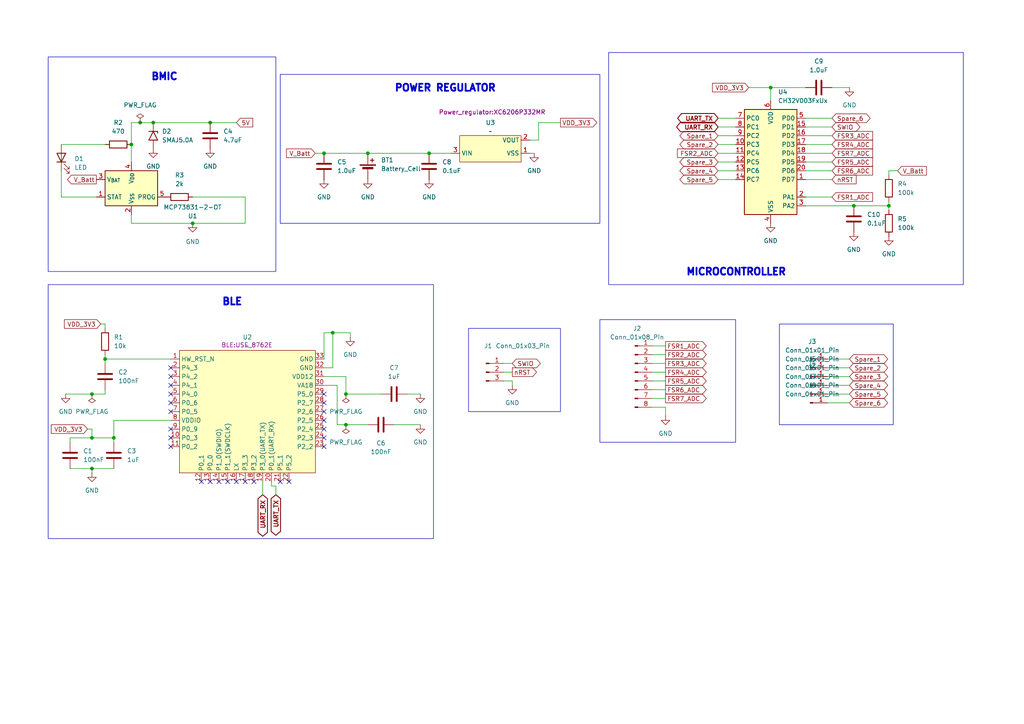
<source format=kicad_sch>
(kicad_sch
	(version 20250114)
	(generator "eeschema")
	(generator_version "9.0")
	(uuid "b9b1ce76-2bb5-4188-b0fd-88d92935c5f6")
	(paper "A4")
	(lib_symbols
		(symbol "Battery_Management:MCP73831-2-OT"
			(exclude_from_sim no)
			(in_bom yes)
			(on_board yes)
			(property "Reference" "U"
				(at -7.62 6.35 0)
				(effects
					(font
						(size 1.27 1.27)
					)
					(justify left)
				)
			)
			(property "Value" "MCP73831-2-OT"
				(at 1.27 6.35 0)
				(effects
					(font
						(size 1.27 1.27)
					)
					(justify left)
				)
			)
			(property "Footprint" "Package_TO_SOT_SMD:SOT-23-5"
				(at 1.27 -6.35 0)
				(effects
					(font
						(size 1.27 1.27)
						(italic yes)
					)
					(justify left)
					(hide yes)
				)
			)
			(property "Datasheet" "http://ww1.microchip.com/downloads/en/DeviceDoc/20001984g.pdf"
				(at 0 -18.288 0)
				(effects
					(font
						(size 1.27 1.27)
					)
					(hide yes)
				)
			)
			(property "Description" "Single cell, Li-Ion/Li-Po charge management controller, 4.20V, Tri-State Status Output, in SOT23-5 package"
				(at 0 0 0)
				(effects
					(font
						(size 1.27 1.27)
					)
					(hide yes)
				)
			)
			(property "ki_keywords" "battery charger lithium"
				(at 0 0 0)
				(effects
					(font
						(size 1.27 1.27)
					)
					(hide yes)
				)
			)
			(property "ki_fp_filters" "SOT?23*"
				(at 0 0 0)
				(effects
					(font
						(size 1.27 1.27)
					)
					(hide yes)
				)
			)
			(symbol "MCP73831-2-OT_0_1"
				(rectangle
					(start -7.62 5.08)
					(end 7.62 -5.08)
					(stroke
						(width 0.254)
						(type default)
					)
					(fill
						(type background)
					)
				)
			)
			(symbol "MCP73831-2-OT_1_1"
				(pin input line
					(at -10.16 -2.54 0)
					(length 2.54)
					(name "PROG"
						(effects
							(font
								(size 1.27 1.27)
							)
						)
					)
					(number "5"
						(effects
							(font
								(size 1.27 1.27)
							)
						)
					)
				)
				(pin power_in line
					(at 0 7.62 270)
					(length 2.54)
					(name "V_{DD}"
						(effects
							(font
								(size 1.27 1.27)
							)
						)
					)
					(number "4"
						(effects
							(font
								(size 1.27 1.27)
							)
						)
					)
				)
				(pin power_in line
					(at 0 -7.62 90)
					(length 2.54)
					(name "V_{SS}"
						(effects
							(font
								(size 1.27 1.27)
							)
						)
					)
					(number "2"
						(effects
							(font
								(size 1.27 1.27)
							)
						)
					)
				)
				(pin power_out line
					(at 10.16 2.54 180)
					(length 2.54)
					(name "V_{BAT}"
						(effects
							(font
								(size 1.27 1.27)
							)
						)
					)
					(number "3"
						(effects
							(font
								(size 1.27 1.27)
							)
						)
					)
				)
				(pin tri_state line
					(at 10.16 -2.54 180)
					(length 2.54)
					(name "STAT"
						(effects
							(font
								(size 1.27 1.27)
							)
						)
					)
					(number "1"
						(effects
							(font
								(size 1.27 1.27)
							)
						)
					)
				)
			)
			(embedded_fonts no)
		)
		(symbol "Connector:Conn_01x01_Pin"
			(pin_names
				(offset 1.016)
				(hide yes)
			)
			(exclude_from_sim no)
			(in_bom yes)
			(on_board yes)
			(property "Reference" "J"
				(at 0 2.54 0)
				(effects
					(font
						(size 1.27 1.27)
					)
				)
			)
			(property "Value" "Conn_01x01_Pin"
				(at 0 -2.54 0)
				(effects
					(font
						(size 1.27 1.27)
					)
				)
			)
			(property "Footprint" ""
				(at 0 0 0)
				(effects
					(font
						(size 1.27 1.27)
					)
					(hide yes)
				)
			)
			(property "Datasheet" "~"
				(at 0 0 0)
				(effects
					(font
						(size 1.27 1.27)
					)
					(hide yes)
				)
			)
			(property "Description" "Generic connector, single row, 01x01, script generated"
				(at 0 0 0)
				(effects
					(font
						(size 1.27 1.27)
					)
					(hide yes)
				)
			)
			(property "ki_locked" ""
				(at 0 0 0)
				(effects
					(font
						(size 1.27 1.27)
					)
				)
			)
			(property "ki_keywords" "connector"
				(at 0 0 0)
				(effects
					(font
						(size 1.27 1.27)
					)
					(hide yes)
				)
			)
			(property "ki_fp_filters" "Connector*:*_1x??_*"
				(at 0 0 0)
				(effects
					(font
						(size 1.27 1.27)
					)
					(hide yes)
				)
			)
			(symbol "Conn_01x01_Pin_1_1"
				(rectangle
					(start 0.8636 0.127)
					(end 0 -0.127)
					(stroke
						(width 0.1524)
						(type default)
					)
					(fill
						(type outline)
					)
				)
				(polyline
					(pts
						(xy 1.27 0) (xy 0.8636 0)
					)
					(stroke
						(width 0.1524)
						(type default)
					)
					(fill
						(type none)
					)
				)
				(pin passive line
					(at 5.08 0 180)
					(length 3.81)
					(name "Pin_1"
						(effects
							(font
								(size 1.27 1.27)
							)
						)
					)
					(number "1"
						(effects
							(font
								(size 1.27 1.27)
							)
						)
					)
				)
			)
			(embedded_fonts no)
		)
		(symbol "Connector:Conn_01x03_Pin"
			(pin_names
				(offset 1.016)
				(hide yes)
			)
			(exclude_from_sim no)
			(in_bom yes)
			(on_board yes)
			(property "Reference" "J"
				(at 0 5.08 0)
				(effects
					(font
						(size 1.27 1.27)
					)
				)
			)
			(property "Value" "Conn_01x03_Pin"
				(at 0 -5.08 0)
				(effects
					(font
						(size 1.27 1.27)
					)
				)
			)
			(property "Footprint" ""
				(at 0 0 0)
				(effects
					(font
						(size 1.27 1.27)
					)
					(hide yes)
				)
			)
			(property "Datasheet" "~"
				(at 0 0 0)
				(effects
					(font
						(size 1.27 1.27)
					)
					(hide yes)
				)
			)
			(property "Description" "Generic connector, single row, 01x03, script generated"
				(at 0 0 0)
				(effects
					(font
						(size 1.27 1.27)
					)
					(hide yes)
				)
			)
			(property "ki_locked" ""
				(at 0 0 0)
				(effects
					(font
						(size 1.27 1.27)
					)
				)
			)
			(property "ki_keywords" "connector"
				(at 0 0 0)
				(effects
					(font
						(size 1.27 1.27)
					)
					(hide yes)
				)
			)
			(property "ki_fp_filters" "Connector*:*_1x??_*"
				(at 0 0 0)
				(effects
					(font
						(size 1.27 1.27)
					)
					(hide yes)
				)
			)
			(symbol "Conn_01x03_Pin_1_1"
				(rectangle
					(start 0.8636 2.667)
					(end 0 2.413)
					(stroke
						(width 0.1524)
						(type default)
					)
					(fill
						(type outline)
					)
				)
				(rectangle
					(start 0.8636 0.127)
					(end 0 -0.127)
					(stroke
						(width 0.1524)
						(type default)
					)
					(fill
						(type outline)
					)
				)
				(rectangle
					(start 0.8636 -2.413)
					(end 0 -2.667)
					(stroke
						(width 0.1524)
						(type default)
					)
					(fill
						(type outline)
					)
				)
				(polyline
					(pts
						(xy 1.27 2.54) (xy 0.8636 2.54)
					)
					(stroke
						(width 0.1524)
						(type default)
					)
					(fill
						(type none)
					)
				)
				(polyline
					(pts
						(xy 1.27 0) (xy 0.8636 0)
					)
					(stroke
						(width 0.1524)
						(type default)
					)
					(fill
						(type none)
					)
				)
				(polyline
					(pts
						(xy 1.27 -2.54) (xy 0.8636 -2.54)
					)
					(stroke
						(width 0.1524)
						(type default)
					)
					(fill
						(type none)
					)
				)
				(pin passive line
					(at 5.08 2.54 180)
					(length 3.81)
					(name "Pin_1"
						(effects
							(font
								(size 1.27 1.27)
							)
						)
					)
					(number "1"
						(effects
							(font
								(size 1.27 1.27)
							)
						)
					)
				)
				(pin passive line
					(at 5.08 0 180)
					(length 3.81)
					(name "Pin_2"
						(effects
							(font
								(size 1.27 1.27)
							)
						)
					)
					(number "2"
						(effects
							(font
								(size 1.27 1.27)
							)
						)
					)
				)
				(pin passive line
					(at 5.08 -2.54 180)
					(length 3.81)
					(name "Pin_3"
						(effects
							(font
								(size 1.27 1.27)
							)
						)
					)
					(number "3"
						(effects
							(font
								(size 1.27 1.27)
							)
						)
					)
				)
			)
			(embedded_fonts no)
		)
		(symbol "Connector:Conn_01x08_Pin"
			(pin_names
				(offset 1.016)
				(hide yes)
			)
			(exclude_from_sim no)
			(in_bom yes)
			(on_board yes)
			(property "Reference" "J"
				(at 0 10.16 0)
				(effects
					(font
						(size 1.27 1.27)
					)
				)
			)
			(property "Value" "Conn_01x08_Pin"
				(at 0 -12.7 0)
				(effects
					(font
						(size 1.27 1.27)
					)
				)
			)
			(property "Footprint" ""
				(at 0 0 0)
				(effects
					(font
						(size 1.27 1.27)
					)
					(hide yes)
				)
			)
			(property "Datasheet" "~"
				(at 0 0 0)
				(effects
					(font
						(size 1.27 1.27)
					)
					(hide yes)
				)
			)
			(property "Description" "Generic connector, single row, 01x08, script generated"
				(at 0 0 0)
				(effects
					(font
						(size 1.27 1.27)
					)
					(hide yes)
				)
			)
			(property "ki_locked" ""
				(at 0 0 0)
				(effects
					(font
						(size 1.27 1.27)
					)
				)
			)
			(property "ki_keywords" "connector"
				(at 0 0 0)
				(effects
					(font
						(size 1.27 1.27)
					)
					(hide yes)
				)
			)
			(property "ki_fp_filters" "Connector*:*_1x??_*"
				(at 0 0 0)
				(effects
					(font
						(size 1.27 1.27)
					)
					(hide yes)
				)
			)
			(symbol "Conn_01x08_Pin_1_1"
				(rectangle
					(start 0.8636 7.747)
					(end 0 7.493)
					(stroke
						(width 0.1524)
						(type default)
					)
					(fill
						(type outline)
					)
				)
				(rectangle
					(start 0.8636 5.207)
					(end 0 4.953)
					(stroke
						(width 0.1524)
						(type default)
					)
					(fill
						(type outline)
					)
				)
				(rectangle
					(start 0.8636 2.667)
					(end 0 2.413)
					(stroke
						(width 0.1524)
						(type default)
					)
					(fill
						(type outline)
					)
				)
				(rectangle
					(start 0.8636 0.127)
					(end 0 -0.127)
					(stroke
						(width 0.1524)
						(type default)
					)
					(fill
						(type outline)
					)
				)
				(rectangle
					(start 0.8636 -2.413)
					(end 0 -2.667)
					(stroke
						(width 0.1524)
						(type default)
					)
					(fill
						(type outline)
					)
				)
				(rectangle
					(start 0.8636 -4.953)
					(end 0 -5.207)
					(stroke
						(width 0.1524)
						(type default)
					)
					(fill
						(type outline)
					)
				)
				(rectangle
					(start 0.8636 -7.493)
					(end 0 -7.747)
					(stroke
						(width 0.1524)
						(type default)
					)
					(fill
						(type outline)
					)
				)
				(rectangle
					(start 0.8636 -10.033)
					(end 0 -10.287)
					(stroke
						(width 0.1524)
						(type default)
					)
					(fill
						(type outline)
					)
				)
				(polyline
					(pts
						(xy 1.27 7.62) (xy 0.8636 7.62)
					)
					(stroke
						(width 0.1524)
						(type default)
					)
					(fill
						(type none)
					)
				)
				(polyline
					(pts
						(xy 1.27 5.08) (xy 0.8636 5.08)
					)
					(stroke
						(width 0.1524)
						(type default)
					)
					(fill
						(type none)
					)
				)
				(polyline
					(pts
						(xy 1.27 2.54) (xy 0.8636 2.54)
					)
					(stroke
						(width 0.1524)
						(type default)
					)
					(fill
						(type none)
					)
				)
				(polyline
					(pts
						(xy 1.27 0) (xy 0.8636 0)
					)
					(stroke
						(width 0.1524)
						(type default)
					)
					(fill
						(type none)
					)
				)
				(polyline
					(pts
						(xy 1.27 -2.54) (xy 0.8636 -2.54)
					)
					(stroke
						(width 0.1524)
						(type default)
					)
					(fill
						(type none)
					)
				)
				(polyline
					(pts
						(xy 1.27 -5.08) (xy 0.8636 -5.08)
					)
					(stroke
						(width 0.1524)
						(type default)
					)
					(fill
						(type none)
					)
				)
				(polyline
					(pts
						(xy 1.27 -7.62) (xy 0.8636 -7.62)
					)
					(stroke
						(width 0.1524)
						(type default)
					)
					(fill
						(type none)
					)
				)
				(polyline
					(pts
						(xy 1.27 -10.16) (xy 0.8636 -10.16)
					)
					(stroke
						(width 0.1524)
						(type default)
					)
					(fill
						(type none)
					)
				)
				(pin passive line
					(at 5.08 7.62 180)
					(length 3.81)
					(name "Pin_1"
						(effects
							(font
								(size 1.27 1.27)
							)
						)
					)
					(number "1"
						(effects
							(font
								(size 1.27 1.27)
							)
						)
					)
				)
				(pin passive line
					(at 5.08 5.08 180)
					(length 3.81)
					(name "Pin_2"
						(effects
							(font
								(size 1.27 1.27)
							)
						)
					)
					(number "2"
						(effects
							(font
								(size 1.27 1.27)
							)
						)
					)
				)
				(pin passive line
					(at 5.08 2.54 180)
					(length 3.81)
					(name "Pin_3"
						(effects
							(font
								(size 1.27 1.27)
							)
						)
					)
					(number "3"
						(effects
							(font
								(size 1.27 1.27)
							)
						)
					)
				)
				(pin passive line
					(at 5.08 0 180)
					(length 3.81)
					(name "Pin_4"
						(effects
							(font
								(size 1.27 1.27)
							)
						)
					)
					(number "4"
						(effects
							(font
								(size 1.27 1.27)
							)
						)
					)
				)
				(pin passive line
					(at 5.08 -2.54 180)
					(length 3.81)
					(name "Pin_5"
						(effects
							(font
								(size 1.27 1.27)
							)
						)
					)
					(number "5"
						(effects
							(font
								(size 1.27 1.27)
							)
						)
					)
				)
				(pin passive line
					(at 5.08 -5.08 180)
					(length 3.81)
					(name "Pin_6"
						(effects
							(font
								(size 1.27 1.27)
							)
						)
					)
					(number "6"
						(effects
							(font
								(size 1.27 1.27)
							)
						)
					)
				)
				(pin passive line
					(at 5.08 -7.62 180)
					(length 3.81)
					(name "Pin_7"
						(effects
							(font
								(size 1.27 1.27)
							)
						)
					)
					(number "7"
						(effects
							(font
								(size 1.27 1.27)
							)
						)
					)
				)
				(pin passive line
					(at 5.08 -10.16 180)
					(length 3.81)
					(name "Pin_8"
						(effects
							(font
								(size 1.27 1.27)
							)
						)
					)
					(number "8"
						(effects
							(font
								(size 1.27 1.27)
							)
						)
					)
				)
			)
			(embedded_fonts no)
		)
		(symbol "Device:Battery_Cell"
			(pin_numbers
				(hide yes)
			)
			(pin_names
				(offset 0)
				(hide yes)
			)
			(exclude_from_sim no)
			(in_bom yes)
			(on_board yes)
			(property "Reference" "BT"
				(at 2.54 2.54 0)
				(effects
					(font
						(size 1.27 1.27)
					)
					(justify left)
				)
			)
			(property "Value" "Battery_Cell"
				(at 2.54 0 0)
				(effects
					(font
						(size 1.27 1.27)
					)
					(justify left)
				)
			)
			(property "Footprint" ""
				(at 0 1.524 90)
				(effects
					(font
						(size 1.27 1.27)
					)
					(hide yes)
				)
			)
			(property "Datasheet" "~"
				(at 0 1.524 90)
				(effects
					(font
						(size 1.27 1.27)
					)
					(hide yes)
				)
			)
			(property "Description" "Single-cell battery"
				(at 0 0 0)
				(effects
					(font
						(size 1.27 1.27)
					)
					(hide yes)
				)
			)
			(property "ki_keywords" "battery cell"
				(at 0 0 0)
				(effects
					(font
						(size 1.27 1.27)
					)
					(hide yes)
				)
			)
			(symbol "Battery_Cell_0_1"
				(rectangle
					(start -2.286 1.778)
					(end 2.286 1.524)
					(stroke
						(width 0)
						(type default)
					)
					(fill
						(type outline)
					)
				)
				(rectangle
					(start -1.524 1.016)
					(end 1.524 0.508)
					(stroke
						(width 0)
						(type default)
					)
					(fill
						(type outline)
					)
				)
				(polyline
					(pts
						(xy 0 1.778) (xy 0 2.54)
					)
					(stroke
						(width 0)
						(type default)
					)
					(fill
						(type none)
					)
				)
				(polyline
					(pts
						(xy 0 0.762) (xy 0 0)
					)
					(stroke
						(width 0)
						(type default)
					)
					(fill
						(type none)
					)
				)
				(polyline
					(pts
						(xy 0.762 3.048) (xy 1.778 3.048)
					)
					(stroke
						(width 0.254)
						(type default)
					)
					(fill
						(type none)
					)
				)
				(polyline
					(pts
						(xy 1.27 3.556) (xy 1.27 2.54)
					)
					(stroke
						(width 0.254)
						(type default)
					)
					(fill
						(type none)
					)
				)
			)
			(symbol "Battery_Cell_1_1"
				(pin passive line
					(at 0 5.08 270)
					(length 2.54)
					(name "+"
						(effects
							(font
								(size 1.27 1.27)
							)
						)
					)
					(number "1"
						(effects
							(font
								(size 1.27 1.27)
							)
						)
					)
				)
				(pin passive line
					(at 0 -2.54 90)
					(length 2.54)
					(name "-"
						(effects
							(font
								(size 1.27 1.27)
							)
						)
					)
					(number "2"
						(effects
							(font
								(size 1.27 1.27)
							)
						)
					)
				)
			)
			(embedded_fonts no)
		)
		(symbol "Device:C"
			(pin_numbers
				(hide yes)
			)
			(pin_names
				(offset 0.254)
			)
			(exclude_from_sim no)
			(in_bom yes)
			(on_board yes)
			(property "Reference" "C"
				(at 0.635 2.54 0)
				(effects
					(font
						(size 1.27 1.27)
					)
					(justify left)
				)
			)
			(property "Value" "C"
				(at 0.635 -2.54 0)
				(effects
					(font
						(size 1.27 1.27)
					)
					(justify left)
				)
			)
			(property "Footprint" ""
				(at 0.9652 -3.81 0)
				(effects
					(font
						(size 1.27 1.27)
					)
					(hide yes)
				)
			)
			(property "Datasheet" "~"
				(at 0 0 0)
				(effects
					(font
						(size 1.27 1.27)
					)
					(hide yes)
				)
			)
			(property "Description" "Unpolarized capacitor"
				(at 0 0 0)
				(effects
					(font
						(size 1.27 1.27)
					)
					(hide yes)
				)
			)
			(property "ki_keywords" "cap capacitor"
				(at 0 0 0)
				(effects
					(font
						(size 1.27 1.27)
					)
					(hide yes)
				)
			)
			(property "ki_fp_filters" "C_*"
				(at 0 0 0)
				(effects
					(font
						(size 1.27 1.27)
					)
					(hide yes)
				)
			)
			(symbol "C_0_1"
				(polyline
					(pts
						(xy -2.032 0.762) (xy 2.032 0.762)
					)
					(stroke
						(width 0.508)
						(type default)
					)
					(fill
						(type none)
					)
				)
				(polyline
					(pts
						(xy -2.032 -0.762) (xy 2.032 -0.762)
					)
					(stroke
						(width 0.508)
						(type default)
					)
					(fill
						(type none)
					)
				)
			)
			(symbol "C_1_1"
				(pin passive line
					(at 0 3.81 270)
					(length 2.794)
					(name "~"
						(effects
							(font
								(size 1.27 1.27)
							)
						)
					)
					(number "1"
						(effects
							(font
								(size 1.27 1.27)
							)
						)
					)
				)
				(pin passive line
					(at 0 -3.81 90)
					(length 2.794)
					(name "~"
						(effects
							(font
								(size 1.27 1.27)
							)
						)
					)
					(number "2"
						(effects
							(font
								(size 1.27 1.27)
							)
						)
					)
				)
			)
			(embedded_fonts no)
		)
		(symbol "Device:LED"
			(pin_numbers
				(hide yes)
			)
			(pin_names
				(offset 1.016)
				(hide yes)
			)
			(exclude_from_sim no)
			(in_bom yes)
			(on_board yes)
			(property "Reference" "D"
				(at 0 2.54 0)
				(effects
					(font
						(size 1.27 1.27)
					)
				)
			)
			(property "Value" "LED"
				(at 0 -2.54 0)
				(effects
					(font
						(size 1.27 1.27)
					)
				)
			)
			(property "Footprint" ""
				(at 0 0 0)
				(effects
					(font
						(size 1.27 1.27)
					)
					(hide yes)
				)
			)
			(property "Datasheet" "~"
				(at 0 0 0)
				(effects
					(font
						(size 1.27 1.27)
					)
					(hide yes)
				)
			)
			(property "Description" "Light emitting diode"
				(at 0 0 0)
				(effects
					(font
						(size 1.27 1.27)
					)
					(hide yes)
				)
			)
			(property "Sim.Pins" "1=K 2=A"
				(at 0 0 0)
				(effects
					(font
						(size 1.27 1.27)
					)
					(hide yes)
				)
			)
			(property "ki_keywords" "LED diode"
				(at 0 0 0)
				(effects
					(font
						(size 1.27 1.27)
					)
					(hide yes)
				)
			)
			(property "ki_fp_filters" "LED* LED_SMD:* LED_THT:*"
				(at 0 0 0)
				(effects
					(font
						(size 1.27 1.27)
					)
					(hide yes)
				)
			)
			(symbol "LED_0_1"
				(polyline
					(pts
						(xy -3.048 -0.762) (xy -4.572 -2.286) (xy -3.81 -2.286) (xy -4.572 -2.286) (xy -4.572 -1.524)
					)
					(stroke
						(width 0)
						(type default)
					)
					(fill
						(type none)
					)
				)
				(polyline
					(pts
						(xy -1.778 -0.762) (xy -3.302 -2.286) (xy -2.54 -2.286) (xy -3.302 -2.286) (xy -3.302 -1.524)
					)
					(stroke
						(width 0)
						(type default)
					)
					(fill
						(type none)
					)
				)
				(polyline
					(pts
						(xy -1.27 0) (xy 1.27 0)
					)
					(stroke
						(width 0)
						(type default)
					)
					(fill
						(type none)
					)
				)
				(polyline
					(pts
						(xy -1.27 -1.27) (xy -1.27 1.27)
					)
					(stroke
						(width 0.254)
						(type default)
					)
					(fill
						(type none)
					)
				)
				(polyline
					(pts
						(xy 1.27 -1.27) (xy 1.27 1.27) (xy -1.27 0) (xy 1.27 -1.27)
					)
					(stroke
						(width 0.254)
						(type default)
					)
					(fill
						(type none)
					)
				)
			)
			(symbol "LED_1_1"
				(pin passive line
					(at -3.81 0 0)
					(length 2.54)
					(name "K"
						(effects
							(font
								(size 1.27 1.27)
							)
						)
					)
					(number "1"
						(effects
							(font
								(size 1.27 1.27)
							)
						)
					)
				)
				(pin passive line
					(at 3.81 0 180)
					(length 2.54)
					(name "A"
						(effects
							(font
								(size 1.27 1.27)
							)
						)
					)
					(number "2"
						(effects
							(font
								(size 1.27 1.27)
							)
						)
					)
				)
			)
			(embedded_fonts no)
		)
		(symbol "Device:R"
			(pin_numbers
				(hide yes)
			)
			(pin_names
				(offset 0)
			)
			(exclude_from_sim no)
			(in_bom yes)
			(on_board yes)
			(property "Reference" "R"
				(at 2.032 0 90)
				(effects
					(font
						(size 1.27 1.27)
					)
				)
			)
			(property "Value" "R"
				(at 0 0 90)
				(effects
					(font
						(size 1.27 1.27)
					)
				)
			)
			(property "Footprint" ""
				(at -1.778 0 90)
				(effects
					(font
						(size 1.27 1.27)
					)
					(hide yes)
				)
			)
			(property "Datasheet" "~"
				(at 0 0 0)
				(effects
					(font
						(size 1.27 1.27)
					)
					(hide yes)
				)
			)
			(property "Description" "Resistor"
				(at 0 0 0)
				(effects
					(font
						(size 1.27 1.27)
					)
					(hide yes)
				)
			)
			(property "ki_keywords" "R res resistor"
				(at 0 0 0)
				(effects
					(font
						(size 1.27 1.27)
					)
					(hide yes)
				)
			)
			(property "ki_fp_filters" "R_*"
				(at 0 0 0)
				(effects
					(font
						(size 1.27 1.27)
					)
					(hide yes)
				)
			)
			(symbol "R_0_1"
				(rectangle
					(start -1.016 -2.54)
					(end 1.016 2.54)
					(stroke
						(width 0.254)
						(type default)
					)
					(fill
						(type none)
					)
				)
			)
			(symbol "R_1_1"
				(pin passive line
					(at 0 3.81 270)
					(length 1.27)
					(name "~"
						(effects
							(font
								(size 1.27 1.27)
							)
						)
					)
					(number "1"
						(effects
							(font
								(size 1.27 1.27)
							)
						)
					)
				)
				(pin passive line
					(at 0 -3.81 90)
					(length 1.27)
					(name "~"
						(effects
							(font
								(size 1.27 1.27)
							)
						)
					)
					(number "2"
						(effects
							(font
								(size 1.27 1.27)
							)
						)
					)
				)
			)
			(embedded_fonts no)
		)
		(symbol "Diode:SMAJ5.0A"
			(pin_numbers
				(hide yes)
			)
			(pin_names
				(offset 1.016)
				(hide yes)
			)
			(exclude_from_sim no)
			(in_bom yes)
			(on_board yes)
			(property "Reference" "D"
				(at 0 2.54 0)
				(effects
					(font
						(size 1.27 1.27)
					)
				)
			)
			(property "Value" "SMAJ5.0A"
				(at 0 -2.54 0)
				(effects
					(font
						(size 1.27 1.27)
					)
				)
			)
			(property "Footprint" "Diode_SMD:D_SMA"
				(at 0 -5.08 0)
				(effects
					(font
						(size 1.27 1.27)
					)
					(hide yes)
				)
			)
			(property "Datasheet" "https://www.littelfuse.com/media?resourcetype=datasheets&itemid=75e32973-b177-4ee3-a0ff-cedaf1abdb93&filename=smaj-datasheet"
				(at -1.27 0 0)
				(effects
					(font
						(size 1.27 1.27)
					)
					(hide yes)
				)
			)
			(property "Description" "400W unidirectional Transient Voltage Suppressor, 5.0Vr, SMA(DO-214AC)"
				(at 0 0 0)
				(effects
					(font
						(size 1.27 1.27)
					)
					(hide yes)
				)
			)
			(property "ki_keywords" "unidirectional diode TVS voltage suppressor"
				(at 0 0 0)
				(effects
					(font
						(size 1.27 1.27)
					)
					(hide yes)
				)
			)
			(property "ki_fp_filters" "D*SMA*"
				(at 0 0 0)
				(effects
					(font
						(size 1.27 1.27)
					)
					(hide yes)
				)
			)
			(symbol "SMAJ5.0A_0_1"
				(polyline
					(pts
						(xy -0.762 1.27) (xy -1.27 1.27) (xy -1.27 -1.27)
					)
					(stroke
						(width 0.254)
						(type default)
					)
					(fill
						(type none)
					)
				)
				(polyline
					(pts
						(xy 1.27 1.27) (xy 1.27 -1.27) (xy -1.27 0) (xy 1.27 1.27)
					)
					(stroke
						(width 0.254)
						(type default)
					)
					(fill
						(type none)
					)
				)
			)
			(symbol "SMAJ5.0A_1_1"
				(pin passive line
					(at -3.81 0 0)
					(length 2.54)
					(name "A1"
						(effects
							(font
								(size 1.27 1.27)
							)
						)
					)
					(number "1"
						(effects
							(font
								(size 1.27 1.27)
							)
						)
					)
				)
				(pin passive line
					(at 3.81 0 180)
					(length 2.54)
					(name "A2"
						(effects
							(font
								(size 1.27 1.27)
							)
						)
					)
					(number "2"
						(effects
							(font
								(size 1.27 1.27)
							)
						)
					)
				)
			)
			(embedded_fonts no)
		)
		(symbol "MCU_WCH_CH32V0:CH32V003FxUx"
			(exclude_from_sim no)
			(in_bom yes)
			(on_board yes)
			(property "Reference" "U"
				(at -7.62 17.78 0)
				(effects
					(font
						(size 1.27 1.27)
					)
				)
			)
			(property "Value" "CH32V003FxUx"
				(at 7.62 17.78 0)
				(effects
					(font
						(size 1.27 1.27)
					)
				)
			)
			(property "Footprint" "Package_DFN_QFN:QFN-20-1EP_3x3mm_P0.4mm_EP1.65x1.65mm"
				(at -1.27 0 0)
				(effects
					(font
						(size 1.27 1.27)
					)
					(hide yes)
				)
			)
			(property "Datasheet" "https://www.wch-ic.com/products/CH32V003.html"
				(at -1.27 0 0)
				(effects
					(font
						(size 1.27 1.27)
					)
					(hide yes)
				)
			)
			(property "Description" "CH32V003 series are industrial-grade general-purpose microcontrollers designed based on 32-bit RISC-V instruction set and architecture. It adopts QingKe V2A core, RV32EC instruction set, and supports 2 levels of interrupt nesting. The series are mounted with rich peripheral interfaces and function modules. Its internal organizational structure meets the low-cost and low-power embedded application scenarios."
				(at 0 0 0)
				(effects
					(font
						(size 1.27 1.27)
					)
					(hide yes)
				)
			)
			(property "ki_keywords" "microcontroller wch RISC-V"
				(at 0 0 0)
				(effects
					(font
						(size 1.27 1.27)
					)
					(hide yes)
				)
			)
			(property "ki_fp_filters" "QFN*1EP*3x3mm*P0.4mm*EP1.65x1.65mm*"
				(at 0 0 0)
				(effects
					(font
						(size 1.27 1.27)
					)
					(hide yes)
				)
			)
			(symbol "CH32V003FxUx_1_1"
				(rectangle
					(start -7.62 15.24)
					(end 7.62 -15.24)
					(stroke
						(width 0.254)
						(type default)
					)
					(fill
						(type background)
					)
				)
				(pin bidirectional line
					(at -10.16 12.7 0)
					(length 2.54)
					(name "PC0"
						(effects
							(font
								(size 1.27 1.27)
							)
						)
					)
					(number "7"
						(effects
							(font
								(size 1.27 1.27)
							)
						)
					)
					(alternate "NSS_1" bidirectional line)
					(alternate "T1CH3_1" bidirectional line)
					(alternate "T2CH3" bidirectional line)
					(alternate "T2CH3_2" bidirectional line)
					(alternate "UTX_3" bidirectional line)
				)
				(pin bidirectional line
					(at -10.16 10.16 0)
					(length 2.54)
					(name "PC1"
						(effects
							(font
								(size 1.27 1.27)
							)
						)
					)
					(number "8"
						(effects
							(font
								(size 1.27 1.27)
							)
						)
					)
					(alternate "NSS" bidirectional line)
					(alternate "SDA" bidirectional line)
					(alternate "T1BKIN_1" bidirectional line)
					(alternate "T1BKIN_3" bidirectional line)
					(alternate "T2CH1ETR_2" bidirectional line)
					(alternate "T2CH1ETR_3" bidirectional line)
					(alternate "T2CH4_1" bidirectional line)
					(alternate "URX_3" bidirectional line)
				)
				(pin bidirectional line
					(at -10.16 7.62 0)
					(length 2.54)
					(name "PC2"
						(effects
							(font
								(size 1.27 1.27)
							)
						)
					)
					(number "9"
						(effects
							(font
								(size 1.27 1.27)
							)
						)
					)
					(alternate "AETR_1" bidirectional line)
					(alternate "SCL" bidirectional line)
					(alternate "T1BKIN" bidirectional line)
					(alternate "T1BKIN_2" bidirectional line)
					(alternate "T1ETR_3" bidirectional line)
					(alternate "T2CH2_1" bidirectional line)
					(alternate "URTS" bidirectional line)
					(alternate "URTS_1" bidirectional line)
				)
				(pin bidirectional line
					(at -10.16 5.08 0)
					(length 2.54)
					(name "PC3"
						(effects
							(font
								(size 1.27 1.27)
							)
						)
					)
					(number "10"
						(effects
							(font
								(size 1.27 1.27)
							)
						)
					)
					(alternate "T1CH1N_1" bidirectional line)
					(alternate "T1CH1N_3" bidirectional line)
					(alternate "T1CH3" bidirectional line)
					(alternate "T1CH3_2" bidirectional line)
					(alternate "UCTS_1" bidirectional line)
				)
				(pin bidirectional line
					(at -10.16 2.54 0)
					(length 2.54)
					(name "PC4"
						(effects
							(font
								(size 1.27 1.27)
							)
						)
					)
					(number "11"
						(effects
							(font
								(size 1.27 1.27)
							)
						)
					)
					(alternate "A2" bidirectional line)
					(alternate "MCO" bidirectional line)
					(alternate "T1CH1_3" bidirectional line)
					(alternate "T1CH2N_1" bidirectional line)
					(alternate "T1CH4" bidirectional line)
					(alternate "T1CH4_2" bidirectional line)
				)
				(pin bidirectional line
					(at -10.16 0 0)
					(length 2.54)
					(name "PC5"
						(effects
							(font
								(size 1.27 1.27)
							)
						)
					)
					(number "12"
						(effects
							(font
								(size 1.27 1.27)
							)
						)
					)
					(alternate "SCK" bidirectional line)
					(alternate "SCK_1" bidirectional line)
					(alternate "SCL_2" bidirectional line)
					(alternate "SCL_3" bidirectional line)
					(alternate "T1CH3_3" bidirectional line)
					(alternate "T1ETR" bidirectional line)
					(alternate "T1ETR_1" bidirectional line)
					(alternate "T2CH1ETR_1" bidirectional line)
					(alternate "UCK_3" bidirectional line)
				)
				(pin bidirectional line
					(at -10.16 -2.54 0)
					(length 2.54)
					(name "PC6"
						(effects
							(font
								(size 1.27 1.27)
							)
						)
					)
					(number "13"
						(effects
							(font
								(size 1.27 1.27)
							)
						)
					)
					(alternate "MOSI" bidirectional line)
					(alternate "MOSI_1" bidirectional line)
					(alternate "SDA_2" bidirectional line)
					(alternate "SDA_3" bidirectional line)
					(alternate "T1CH1_1" bidirectional line)
					(alternate "T1CH3N_3" bidirectional line)
					(alternate "UCTS_2" bidirectional line)
					(alternate "UCTS_3" bidirectional line)
				)
				(pin bidirectional line
					(at -10.16 -5.08 0)
					(length 2.54)
					(name "PC7"
						(effects
							(font
								(size 1.27 1.27)
							)
						)
					)
					(number "14"
						(effects
							(font
								(size 1.27 1.27)
							)
						)
					)
					(alternate "MISO" bidirectional line)
					(alternate "MISO_1" bidirectional line)
					(alternate "T1CH2_1" bidirectional line)
					(alternate "T1CH2_3" bidirectional line)
					(alternate "T2CH2_3" bidirectional line)
					(alternate "URTS_2" bidirectional line)
					(alternate "URTS_3" bidirectional line)
				)
				(pin power_in line
					(at 0 17.78 270)
					(length 2.54)
					(name "VDD"
						(effects
							(font
								(size 1.27 1.27)
							)
						)
					)
					(number "6"
						(effects
							(font
								(size 1.27 1.27)
							)
						)
					)
				)
				(pin passive line
					(at 0 -17.78 90)
					(length 2.54)
					(hide yes)
					(name "VSS"
						(effects
							(font
								(size 1.27 1.27)
							)
						)
					)
					(number "21"
						(effects
							(font
								(size 1.27 1.27)
							)
						)
					)
				)
				(pin power_in line
					(at 0 -17.78 90)
					(length 2.54)
					(name "VSS"
						(effects
							(font
								(size 1.27 1.27)
							)
						)
					)
					(number "4"
						(effects
							(font
								(size 1.27 1.27)
							)
						)
					)
				)
				(pin bidirectional line
					(at 10.16 12.7 180)
					(length 2.54)
					(name "PD0"
						(effects
							(font
								(size 1.27 1.27)
							)
						)
					)
					(number "5"
						(effects
							(font
								(size 1.27 1.27)
							)
						)
					)
					(alternate "OPN1" bidirectional line)
					(alternate "SDA_1" bidirectional line)
					(alternate "TICH1N" bidirectional line)
					(alternate "TICH1N_2" bidirectional line)
					(alternate "UTX_1" bidirectional line)
				)
				(pin bidirectional line
					(at 10.16 10.16 180)
					(length 2.54)
					(name "PD1"
						(effects
							(font
								(size 1.27 1.27)
							)
						)
					)
					(number "15"
						(effects
							(font
								(size 1.27 1.27)
							)
						)
					)
					(alternate "AETR2" bidirectional line)
					(alternate "SCL_1" bidirectional line)
					(alternate "SWIO" bidirectional line)
					(alternate "T1CH3N" bidirectional line)
					(alternate "T1CH3N_1" bidirectional line)
					(alternate "T1CH3N_2" bidirectional line)
					(alternate "URX_1" bidirectional line)
				)
				(pin bidirectional line
					(at 10.16 7.62 180)
					(length 2.54)
					(name "PD2"
						(effects
							(font
								(size 1.27 1.27)
							)
						)
					)
					(number "16"
						(effects
							(font
								(size 1.27 1.27)
							)
						)
					)
					(alternate "A3" bidirectional line)
					(alternate "T1CH1" bidirectional line)
					(alternate "T1CH1_2" bidirectional line)
					(alternate "T1CH2N_3" bidirectional line)
					(alternate "T2CH3_1" bidirectional line)
				)
				(pin bidirectional line
					(at 10.16 5.08 180)
					(length 2.54)
					(name "PD3"
						(effects
							(font
								(size 1.27 1.27)
							)
						)
					)
					(number "17"
						(effects
							(font
								(size 1.27 1.27)
							)
						)
					)
					(alternate "A4" bidirectional line)
					(alternate "AETR" bidirectional line)
					(alternate "T1CH4_1" bidirectional line)
					(alternate "T2CH2" bidirectional line)
					(alternate "T2CH2_2" bidirectional line)
					(alternate "UCTS" bidirectional line)
				)
				(pin bidirectional line
					(at 10.16 2.54 180)
					(length 2.54)
					(name "PD4"
						(effects
							(font
								(size 1.27 1.27)
							)
						)
					)
					(number "18"
						(effects
							(font
								(size 1.27 1.27)
							)
						)
					)
					(alternate "A7" bidirectional line)
					(alternate "OPO" bidirectional line)
					(alternate "T1CH4_3" bidirectional line)
					(alternate "T2CH1ETR" bidirectional line)
					(alternate "TIETR_2" bidirectional line)
					(alternate "UCK" bidirectional line)
				)
				(pin bidirectional line
					(at 10.16 0 180)
					(length 2.54)
					(name "PD5"
						(effects
							(font
								(size 1.27 1.27)
							)
						)
					)
					(number "19"
						(effects
							(font
								(size 1.27 1.27)
							)
						)
					)
					(alternate "A5" bidirectional line)
					(alternate "T2CH4_3" bidirectional line)
					(alternate "URX_2" bidirectional line)
					(alternate "UTX" bidirectional line)
				)
				(pin bidirectional line
					(at 10.16 -2.54 180)
					(length 2.54)
					(name "PD6"
						(effects
							(font
								(size 1.27 1.27)
							)
						)
					)
					(number "20"
						(effects
							(font
								(size 1.27 1.27)
							)
						)
					)
					(alternate "A6" bidirectional line)
					(alternate "T2CH3_3" bidirectional line)
					(alternate "URX" bidirectional line)
					(alternate "UTX_2" bidirectional line)
				)
				(pin bidirectional line
					(at 10.16 -5.08 180)
					(length 2.54)
					(name "PD7"
						(effects
							(font
								(size 1.27 1.27)
							)
						)
					)
					(number "1"
						(effects
							(font
								(size 1.27 1.27)
							)
						)
					)
					(alternate "NRST" bidirectional line)
					(alternate "OPP1" bidirectional line)
					(alternate "T2CH4" bidirectional line)
					(alternate "T2CH4_2" bidirectional line)
					(alternate "UCK_1" bidirectional line)
					(alternate "UCK_2" bidirectional line)
				)
				(pin bidirectional line
					(at 10.16 -10.16 180)
					(length 2.54)
					(name "PA1"
						(effects
							(font
								(size 1.27 1.27)
							)
						)
					)
					(number "2"
						(effects
							(font
								(size 1.27 1.27)
							)
						)
					)
					(alternate "A1" bidirectional line)
					(alternate "OPN0" bidirectional line)
					(alternate "OSCI" bidirectional line)
					(alternate "T1CH2" bidirectional line)
					(alternate "T1CH2_2" bidirectional line)
				)
				(pin bidirectional line
					(at 10.16 -12.7 180)
					(length 2.54)
					(name "PA2"
						(effects
							(font
								(size 1.27 1.27)
							)
						)
					)
					(number "3"
						(effects
							(font
								(size 1.27 1.27)
							)
						)
					)
					(alternate "A0" bidirectional line)
					(alternate "AETR2_1" bidirectional line)
					(alternate "OPP0" bidirectional line)
					(alternate "OSCO" bidirectional line)
					(alternate "TICH2N" bidirectional line)
					(alternate "TICH2N_2" bidirectional line)
				)
			)
			(embedded_fonts no)
		)
		(symbol "USE_8762E:USE_8762E_BLE"
			(exclude_from_sim no)
			(in_bom yes)
			(on_board yes)
			(property "Reference" "U"
				(at 19.558 55.88 0)
				(effects
					(font
						(size 1.27 1.27)
					)
				)
			)
			(property "Value" ""
				(at 0 0 0)
				(effects
					(font
						(size 1.27 1.27)
					)
				)
			)
			(property "Footprint" ""
				(at 0 0 0)
				(effects
					(font
						(size 1.27 1.27)
					)
				)
			)
			(property "Datasheet" ""
				(at 0 0 0)
				(effects
					(font
						(size 1.27 1.27)
					)
					(hide yes)
				)
			)
			(property "Description" ""
				(at 0 0 0)
				(effects
					(font
						(size 1.27 1.27)
					)
					(hide yes)
				)
			)
			(symbol "USE_8762E_BLE_1_1"
				(rectangle
					(start 0 52.07)
					(end 39.37 16.51)
					(stroke
						(width 0)
						(type default)
					)
					(fill
						(type background)
					)
				)
				(pin input line
					(at -2.54 49.53 0)
					(length 2.54)
					(name "HW_RST_N"
						(effects
							(font
								(size 1.27 1.27)
							)
						)
					)
					(number "1"
						(effects
							(font
								(size 1.27 1.27)
							)
						)
					)
				)
				(pin bidirectional line
					(at -2.54 46.99 0)
					(length 2.54)
					(name "P4_3"
						(effects
							(font
								(size 1.27 1.27)
							)
						)
					)
					(number "2"
						(effects
							(font
								(size 1.27 1.27)
							)
						)
					)
				)
				(pin bidirectional line
					(at -2.54 44.45 0)
					(length 2.54)
					(name "P4_2"
						(effects
							(font
								(size 1.27 1.27)
							)
						)
					)
					(number "3"
						(effects
							(font
								(size 1.27 1.27)
							)
						)
					)
				)
				(pin bidirectional line
					(at -2.54 41.91 0)
					(length 2.54)
					(name "P4_1"
						(effects
							(font
								(size 1.27 1.27)
							)
						)
					)
					(number "4"
						(effects
							(font
								(size 1.27 1.27)
							)
						)
					)
				)
				(pin bidirectional line
					(at -2.54 39.37 0)
					(length 2.54)
					(name "P4_0"
						(effects
							(font
								(size 1.27 1.27)
							)
						)
					)
					(number "5"
						(effects
							(font
								(size 1.27 1.27)
							)
						)
					)
				)
				(pin bidirectional line
					(at -2.54 36.83 0)
					(length 2.54)
					(name "P0_6"
						(effects
							(font
								(size 1.27 1.27)
							)
						)
					)
					(number "6"
						(effects
							(font
								(size 1.27 1.27)
							)
						)
					)
				)
				(pin bidirectional line
					(at -2.54 34.29 0)
					(length 2.54)
					(name "P0_5"
						(effects
							(font
								(size 1.27 1.27)
							)
						)
					)
					(number "7"
						(effects
							(font
								(size 1.27 1.27)
							)
						)
					)
				)
				(pin power_in line
					(at -2.54 31.75 0)
					(length 2.54)
					(name "VDDIO"
						(effects
							(font
								(size 1.27 1.27)
							)
						)
					)
					(number "8"
						(effects
							(font
								(size 1.27 1.27)
							)
						)
					)
				)
				(pin bidirectional line
					(at -2.54 29.21 0)
					(length 2.54)
					(name "P0_9"
						(effects
							(font
								(size 1.27 1.27)
							)
						)
					)
					(number "9"
						(effects
							(font
								(size 1.27 1.27)
							)
						)
					)
				)
				(pin bidirectional line
					(at -2.54 26.67 0)
					(length 2.54)
					(name "P0_3"
						(effects
							(font
								(size 1.27 1.27)
							)
						)
					)
					(number "10"
						(effects
							(font
								(size 1.27 1.27)
							)
						)
					)
				)
				(pin bidirectional line
					(at -2.54 24.13 0)
					(length 2.54)
					(name "P0_2"
						(effects
							(font
								(size 1.27 1.27)
							)
						)
					)
					(number "11"
						(effects
							(font
								(size 1.27 1.27)
							)
						)
					)
				)
				(pin bidirectional line
					(at 6.35 13.97 90)
					(length 2.54)
					(name "P0_1"
						(effects
							(font
								(size 1.27 1.27)
							)
						)
					)
					(number "12"
						(effects
							(font
								(size 1.27 1.27)
							)
						)
					)
				)
				(pin bidirectional line
					(at 8.89 13.97 90)
					(length 2.54)
					(name "P0_0"
						(effects
							(font
								(size 1.27 1.27)
							)
						)
					)
					(number "13"
						(effects
							(font
								(size 1.27 1.27)
							)
						)
					)
				)
				(pin bidirectional line
					(at 11.43 13.97 90)
					(length 2.54)
					(name "P1_0(SWDIO)"
						(effects
							(font
								(size 1.27 1.27)
							)
						)
					)
					(number "14"
						(effects
							(font
								(size 1.27 1.27)
							)
						)
					)
				)
				(pin bidirectional line
					(at 13.97 13.97 90)
					(length 2.54)
					(name "P1_1(SWDCLK)"
						(effects
							(font
								(size 1.27 1.27)
							)
						)
					)
					(number "15"
						(effects
							(font
								(size 1.27 1.27)
							)
						)
					)
				)
				(pin power_out line
					(at 16.51 13.97 90)
					(length 2.54)
					(name "LX"
						(effects
							(font
								(size 1.27 1.27)
							)
						)
					)
					(number "16"
						(effects
							(font
								(size 1.27 1.27)
							)
						)
					)
				)
				(pin bidirectional line
					(at 19.05 13.97 90)
					(length 2.54)
					(name "P3_3"
						(effects
							(font
								(size 1.27 1.27)
							)
						)
					)
					(number "17"
						(effects
							(font
								(size 1.27 1.27)
							)
						)
					)
				)
				(pin bidirectional line
					(at 21.59 13.97 90)
					(length 2.54)
					(name "P3_2"
						(effects
							(font
								(size 1.27 1.27)
							)
						)
					)
					(number "18"
						(effects
							(font
								(size 1.27 1.27)
							)
						)
					)
				)
				(pin bidirectional line
					(at 24.13 13.97 90)
					(length 2.54)
					(name "P3_0(UART_TX)"
						(effects
							(font
								(size 1.27 1.27)
							)
						)
					)
					(number "19"
						(effects
							(font
								(size 1.27 1.27)
							)
						)
					)
				)
				(pin bidirectional line
					(at 26.67 13.97 90)
					(length 2.54)
					(name "P0_1(UART_RX)"
						(effects
							(font
								(size 1.27 1.27)
							)
						)
					)
					(number "20"
						(effects
							(font
								(size 1.27 1.27)
							)
						)
					)
				)
				(pin bidirectional line
					(at 29.21 13.97 90)
					(length 2.54)
					(name "P5_1"
						(effects
							(font
								(size 1.27 1.27)
							)
						)
					)
					(number "21"
						(effects
							(font
								(size 1.27 1.27)
							)
						)
					)
				)
				(pin bidirectional line
					(at 31.75 13.97 90)
					(length 2.54)
					(name "P5_2"
						(effects
							(font
								(size 1.27 1.27)
							)
						)
					)
					(number "22"
						(effects
							(font
								(size 1.27 1.27)
							)
						)
					)
				)
				(pin power_in line
					(at 41.91 49.53 180)
					(length 2.54)
					(name "GND"
						(effects
							(font
								(size 1.27 1.27)
							)
						)
					)
					(number "33"
						(effects
							(font
								(size 1.27 1.27)
							)
						)
					)
				)
				(pin power_in line
					(at 41.91 46.99 180)
					(length 2.54)
					(name "GND"
						(effects
							(font
								(size 1.27 1.27)
							)
						)
					)
					(number "32"
						(effects
							(font
								(size 1.27 1.27)
							)
						)
					)
				)
				(pin power_in line
					(at 41.91 44.45 180)
					(length 2.54)
					(name "VDD12"
						(effects
							(font
								(size 1.27 1.27)
							)
						)
					)
					(number "31"
						(effects
							(font
								(size 1.27 1.27)
							)
						)
					)
				)
				(pin power_in line
					(at 41.91 41.91 180)
					(length 2.54)
					(name "VA18"
						(effects
							(font
								(size 1.27 1.27)
							)
						)
					)
					(number "30"
						(effects
							(font
								(size 1.27 1.27)
							)
						)
					)
				)
				(pin bidirectional line
					(at 41.91 39.37 180)
					(length 2.54)
					(name "P5_0"
						(effects
							(font
								(size 1.27 1.27)
							)
						)
					)
					(number "29"
						(effects
							(font
								(size 1.27 1.27)
							)
						)
					)
					(alternate "MICBIAS" power_out line)
				)
				(pin bidirectional line
					(at 41.91 36.83 180)
					(length 2.54)
					(name "P2_7"
						(effects
							(font
								(size 1.27 1.27)
							)
						)
					)
					(number "28"
						(effects
							(font
								(size 1.27 1.27)
							)
						)
					)
				)
				(pin bidirectional line
					(at 41.91 34.29 180)
					(length 2.54)
					(name "P2_6"
						(effects
							(font
								(size 1.27 1.27)
							)
						)
					)
					(number "27"
						(effects
							(font
								(size 1.27 1.27)
							)
						)
					)
				)
				(pin bidirectional line
					(at 41.91 31.75 180)
					(length 2.54)
					(name "P2_5"
						(effects
							(font
								(size 1.27 1.27)
							)
						)
					)
					(number "26"
						(effects
							(font
								(size 1.27 1.27)
							)
						)
					)
				)
				(pin bidirectional line
					(at 41.91 29.21 180)
					(length 2.54)
					(name "P2_4"
						(effects
							(font
								(size 1.27 1.27)
							)
						)
					)
					(number "25"
						(effects
							(font
								(size 1.27 1.27)
							)
						)
					)
				)
				(pin bidirectional line
					(at 41.91 26.67 180)
					(length 2.54)
					(name "P2_3"
						(effects
							(font
								(size 1.27 1.27)
							)
						)
					)
					(number "24"
						(effects
							(font
								(size 1.27 1.27)
							)
						)
					)
				)
				(pin bidirectional line
					(at 41.91 24.13 180)
					(length 2.54)
					(name "P2_2"
						(effects
							(font
								(size 1.27 1.27)
							)
						)
					)
					(number "23"
						(effects
							(font
								(size 1.27 1.27)
							)
						)
					)
				)
			)
			(embedded_fonts no)
		)
		(symbol "power:GND"
			(power)
			(pin_numbers
				(hide yes)
			)
			(pin_names
				(offset 0)
				(hide yes)
			)
			(exclude_from_sim no)
			(in_bom yes)
			(on_board yes)
			(property "Reference" "#PWR"
				(at 0 -6.35 0)
				(effects
					(font
						(size 1.27 1.27)
					)
					(hide yes)
				)
			)
			(property "Value" "GND"
				(at 0 -3.81 0)
				(effects
					(font
						(size 1.27 1.27)
					)
				)
			)
			(property "Footprint" ""
				(at 0 0 0)
				(effects
					(font
						(size 1.27 1.27)
					)
					(hide yes)
				)
			)
			(property "Datasheet" ""
				(at 0 0 0)
				(effects
					(font
						(size 1.27 1.27)
					)
					(hide yes)
				)
			)
			(property "Description" "Power symbol creates a global label with name \"GND\" , ground"
				(at 0 0 0)
				(effects
					(font
						(size 1.27 1.27)
					)
					(hide yes)
				)
			)
			(property "ki_keywords" "global power"
				(at 0 0 0)
				(effects
					(font
						(size 1.27 1.27)
					)
					(hide yes)
				)
			)
			(symbol "GND_0_1"
				(polyline
					(pts
						(xy 0 0) (xy 0 -1.27) (xy 1.27 -1.27) (xy 0 -2.54) (xy -1.27 -1.27) (xy 0 -1.27)
					)
					(stroke
						(width 0)
						(type default)
					)
					(fill
						(type none)
					)
				)
			)
			(symbol "GND_1_1"
				(pin power_in line
					(at 0 0 270)
					(length 0)
					(name "~"
						(effects
							(font
								(size 1.27 1.27)
							)
						)
					)
					(number "1"
						(effects
							(font
								(size 1.27 1.27)
							)
						)
					)
				)
			)
			(embedded_fonts no)
		)
		(symbol "power:PWR_FLAG"
			(power)
			(pin_numbers
				(hide yes)
			)
			(pin_names
				(offset 0)
				(hide yes)
			)
			(exclude_from_sim no)
			(in_bom yes)
			(on_board yes)
			(property "Reference" "#FLG"
				(at 0 1.905 0)
				(effects
					(font
						(size 1.27 1.27)
					)
					(hide yes)
				)
			)
			(property "Value" "PWR_FLAG"
				(at 0 3.81 0)
				(effects
					(font
						(size 1.27 1.27)
					)
				)
			)
			(property "Footprint" ""
				(at 0 0 0)
				(effects
					(font
						(size 1.27 1.27)
					)
					(hide yes)
				)
			)
			(property "Datasheet" "~"
				(at 0 0 0)
				(effects
					(font
						(size 1.27 1.27)
					)
					(hide yes)
				)
			)
			(property "Description" "Special symbol for telling ERC where power comes from"
				(at 0 0 0)
				(effects
					(font
						(size 1.27 1.27)
					)
					(hide yes)
				)
			)
			(property "ki_keywords" "flag power"
				(at 0 0 0)
				(effects
					(font
						(size 1.27 1.27)
					)
					(hide yes)
				)
			)
			(symbol "PWR_FLAG_0_0"
				(pin power_out line
					(at 0 0 90)
					(length 0)
					(name "~"
						(effects
							(font
								(size 1.27 1.27)
							)
						)
					)
					(number "1"
						(effects
							(font
								(size 1.27 1.27)
							)
						)
					)
				)
			)
			(symbol "PWR_FLAG_0_1"
				(polyline
					(pts
						(xy 0 0) (xy 0 1.27) (xy -1.016 1.905) (xy 0 2.54) (xy 1.016 1.905) (xy 0 1.27)
					)
					(stroke
						(width 0)
						(type default)
					)
					(fill
						(type none)
					)
				)
			)
			(embedded_fonts no)
		)
		(symbol "xc6206p332mr:XC6206P332MR"
			(exclude_from_sim no)
			(in_bom yes)
			(on_board yes)
			(property "Reference" "U"
				(at 7.366 9.144 0)
				(effects
					(font
						(size 1.27 1.27)
					)
				)
			)
			(property "Value" ""
				(at -3.81 4.064 0)
				(effects
					(font
						(size 1.27 1.27)
					)
				)
			)
			(property "Footprint" ""
				(at -3.81 4.064 0)
				(effects
					(font
						(size 1.27 1.27)
					)
					(hide yes)
				)
			)
			(property "Datasheet" ""
				(at -3.81 4.064 0)
				(effects
					(font
						(size 1.27 1.27)
					)
					(hide yes)
				)
			)
			(property "Description" ""
				(at -3.81 4.064 0)
				(effects
					(font
						(size 1.27 1.27)
					)
					(hide yes)
				)
			)
			(symbol "XC6206P332MR_1_1"
				(rectangle
					(start 0 7.62)
					(end 17.78 0)
					(stroke
						(width 0)
						(type default)
					)
					(fill
						(type background)
					)
				)
				(pin power_in line
					(at -2.54 2.54 0)
					(length 2.54)
					(name "VIN"
						(effects
							(font
								(size 1.27 1.27)
							)
						)
					)
					(number "3"
						(effects
							(font
								(size 1.27 1.27)
							)
						)
					)
				)
				(pin power_out line
					(at 20.32 6.35 180)
					(length 2.54)
					(name "VOUT"
						(effects
							(font
								(size 1.27 1.27)
							)
						)
					)
					(number "2"
						(effects
							(font
								(size 1.27 1.27)
							)
						)
					)
				)
				(pin power_in line
					(at 20.32 2.54 180)
					(length 2.54)
					(name "VSS"
						(effects
							(font
								(size 1.27 1.27)
							)
						)
					)
					(number "1"
						(effects
							(font
								(size 1.27 1.27)
							)
						)
					)
				)
			)
			(embedded_fonts no)
		)
	)
	(rectangle
		(start 13.97 16.51)
		(end 80.01 78.74)
		(stroke
			(width 0)
			(type default)
		)
		(fill
			(type none)
		)
		(uuid 148b877a-2aa7-459d-8c78-c9c9edf15046)
	)
	(rectangle
		(start 81.28 21.59)
		(end 173.99 64.77)
		(stroke
			(width 0)
			(type default)
		)
		(fill
			(type none)
		)
		(uuid 3de2a8f1-a072-4ad8-8ad8-cb43f6f2ee75)
	)
	(rectangle
		(start 176.53 15.24)
		(end 279.4 82.55)
		(stroke
			(width 0)
			(type default)
		)
		(fill
			(type none)
		)
		(uuid 4338166e-f1b5-4363-845b-985d9b59356e)
	)
	(rectangle
		(start 135.89 95.25)
		(end 162.56 119.38)
		(stroke
			(width 0)
			(type solid)
		)
		(fill
			(type none)
		)
		(uuid 5a3173ef-92eb-4427-9d68-a9d2aaac75f3)
	)
	(rectangle
		(start 226.06 93.98)
		(end 259.08 123.19)
		(stroke
			(width 0)
			(type solid)
		)
		(fill
			(type none)
		)
		(uuid 9cd4576a-015e-499a-80bf-ac58958daa11)
	)
	(rectangle
		(start 13.97 82.55)
		(end 125.73 156.21)
		(stroke
			(width 0)
			(type default)
		)
		(fill
			(type none)
		)
		(uuid c52b353e-8a96-46eb-99fe-fc01415eb086)
	)
	(rectangle
		(start 173.99 92.71)
		(end 213.36 128.27)
		(stroke
			(width 0)
			(type solid)
		)
		(fill
			(type none)
		)
		(uuid cff1912e-7190-42d9-bf7d-f3eaffe5eb4f)
	)
	(text "^{BMIC}"
		(exclude_from_sim no)
		(at 43.688 22.86 0)
		(effects
			(font
				(face "KiCad Font")
				(size 2.54 2.54)
				(thickness 0.508)
				(bold yes)
			)
			(justify left)
		)
		(uuid "31f35509-e1fc-47f9-8793-27063f119a6f")
	)
	(text "^{MICROCONTROLLER}"
		(exclude_from_sim no)
		(at 198.882 79.502 0)
		(effects
			(font
				(face "KiCad Font")
				(size 2.54 2.54)
				(bold yes)
			)
			(justify left)
		)
		(uuid "4a177bda-aab6-45e7-ab96-39ed13bd8019")
	)
	(text "^{POWER REGULATOR}"
		(exclude_from_sim no)
		(at 114.3 26.162 0)
		(effects
			(font
				(face "KiCad Font")
				(size 2.54 2.54)
				(bold yes)
			)
			(justify left)
		)
		(uuid "5451d4b8-64f2-4580-bd29-af9f6ed00ec5")
	)
	(text "^{BLE}"
		(exclude_from_sim no)
		(at 64.262 88.138 0)
		(effects
			(font
				(face "KiCad Font")
				(size 2.54 2.54)
				(bold yes)
			)
			(justify left)
		)
		(uuid "6d7f27da-bd0e-4468-a87d-e31168c41b87")
	)
	(junction
		(at 124.46 44.45)
		(diameter 0)
		(color 0 0 0 0)
		(uuid "0f7ab0cf-06e9-4e53-85f3-1c143dc391ae")
	)
	(junction
		(at 55.88 64.77)
		(diameter 0)
		(color 0 0 0 0)
		(uuid "201db69b-d0bb-4fa1-8995-2a37e4317300")
	)
	(junction
		(at 38.1 41.91)
		(diameter 0)
		(color 0 0 0 0)
		(uuid "247aa430-a980-4782-9b34-e43589c413b2")
	)
	(junction
		(at 44.45 35.56)
		(diameter 0)
		(color 0 0 0 0)
		(uuid "2fe1db9d-f91c-43bb-9ac3-01c6c837c924")
	)
	(junction
		(at 247.65 59.69)
		(diameter 0)
		(color 0 0 0 0)
		(uuid "43c6825e-70d3-4eb4-9585-72fe13141afc")
	)
	(junction
		(at 26.67 127)
		(diameter 0)
		(color 0 0 0 0)
		(uuid "4b24af17-1920-45a9-bfae-872faa0d3943")
	)
	(junction
		(at 106.68 44.45)
		(diameter 0)
		(color 0 0 0 0)
		(uuid "65460bb6-d1fd-4fd7-acbe-990d0fa5d1c4")
	)
	(junction
		(at 93.98 44.45)
		(diameter 0)
		(color 0 0 0 0)
		(uuid "6bfcc7b8-21c1-4499-ab01-d7bb103d7980")
	)
	(junction
		(at 223.52 25.4)
		(diameter 0)
		(color 0 0 0 0)
		(uuid "6eb6bbc4-acc8-402a-b4f0-878369efcde9")
	)
	(junction
		(at 26.67 114.3)
		(diameter 0)
		(color 0 0 0 0)
		(uuid "73da5e5d-3eb6-47ca-b745-1fcf991fa659")
	)
	(junction
		(at 100.33 114.3)
		(diameter 0)
		(color 0 0 0 0)
		(uuid "76cd92d5-463d-4cfd-a2e2-ed68b68539da")
	)
	(junction
		(at 40.64 35.56)
		(diameter 0)
		(color 0 0 0 0)
		(uuid "7de96686-9696-4655-b84d-9031d0181b3f")
	)
	(junction
		(at 26.67 135.89)
		(diameter 0)
		(color 0 0 0 0)
		(uuid "ab577bfc-a961-4ca5-865c-4a9cb939dbe1")
	)
	(junction
		(at 33.02 127)
		(diameter 0)
		(color 0 0 0 0)
		(uuid "d105cb7c-ad42-4a1f-8e1f-80b75427a7a6")
	)
	(junction
		(at 257.81 59.69)
		(diameter 0)
		(color 0 0 0 0)
		(uuid "d7a8a1eb-402c-4f41-aef2-84cb12bad6d3")
	)
	(junction
		(at 96.52 96.52)
		(diameter 0)
		(color 0 0 0 0)
		(uuid "dae89887-865c-4e27-b2ab-a555b27411ae")
	)
	(junction
		(at 30.48 104.14)
		(diameter 0)
		(color 0 0 0 0)
		(uuid "dcbfa85d-9d5b-4145-86c4-255fd2928027")
	)
	(junction
		(at 100.33 123.19)
		(diameter 0)
		(color 0 0 0 0)
		(uuid "df8bd8ef-c236-4c56-bb1a-7d1ee3fa8b12")
	)
	(junction
		(at 60.96 35.56)
		(diameter 0)
		(color 0 0 0 0)
		(uuid "f56a58a3-1df5-40f7-a3f7-68fedc4dd6e0")
	)
	(no_connect
		(at 58.42 139.7)
		(uuid "0a5d849b-3fc3-438d-bb1c-4c4427c5803d")
	)
	(no_connect
		(at 49.53 111.76)
		(uuid "1a98045e-a8ea-479b-a3c3-65ecf8d93648")
	)
	(no_connect
		(at 60.96 139.7)
		(uuid "23da3a19-6604-4bb5-9fc9-44ccce4c24c8")
	)
	(no_connect
		(at 93.98 127)
		(uuid "26aaada6-ffe6-4f8a-b3ef-ad72031e50c8")
	)
	(no_connect
		(at 81.28 139.7)
		(uuid "2a180d8f-fdf7-4b44-a9e6-1160827e1c62")
	)
	(no_connect
		(at 63.5 139.7)
		(uuid "32f4a5b6-9af9-4f5c-a84b-06406b7f32db")
	)
	(no_connect
		(at 71.12 139.7)
		(uuid "3ae3f520-e6e1-4556-aedf-146d707777ff")
	)
	(no_connect
		(at 49.53 109.22)
		(uuid "40b29e74-b319-4912-9dd6-ac7fa475dfbd")
	)
	(no_connect
		(at 93.98 119.38)
		(uuid "4941a830-62d7-4dae-936e-e6a92f8249a3")
	)
	(no_connect
		(at 93.98 121.92)
		(uuid "5a53322e-4101-40ab-ba28-2f5c1966c9bf")
	)
	(no_connect
		(at 73.66 139.7)
		(uuid "5f5ef025-3b3f-4913-a1ea-3ea5d82528b9")
	)
	(no_connect
		(at 93.98 124.46)
		(uuid "9b186dd7-e4d2-492b-8263-3ba450ceb20c")
	)
	(no_connect
		(at 93.98 114.3)
		(uuid "a324bcff-cb38-4dec-a1a8-1f469e61b2e9")
	)
	(no_connect
		(at 49.53 114.3)
		(uuid "b4c1850a-5bc1-483a-8dcd-40bbc4e0d425")
	)
	(no_connect
		(at 68.58 139.7)
		(uuid "b6b1b991-b793-44bb-9890-277bf51e6e16")
	)
	(no_connect
		(at 93.98 116.84)
		(uuid "c7a22e84-ab55-4f4c-91c1-25f69e04e130")
	)
	(no_connect
		(at 49.53 127)
		(uuid "ca46f8a1-29c7-4c65-a965-768d5de5a9e0")
	)
	(no_connect
		(at 66.04 139.7)
		(uuid "cd741df3-07d8-4eda-b648-63a76561617d")
	)
	(no_connect
		(at 49.53 116.84)
		(uuid "d4e97b24-ae58-476e-a8a9-bebfc1b5f88c")
	)
	(no_connect
		(at 49.53 119.38)
		(uuid "d870250e-4769-4c67-883e-cc0077c517cd")
	)
	(no_connect
		(at 93.98 129.54)
		(uuid "da15a784-33c1-4729-b9fc-580d921e104f")
	)
	(no_connect
		(at 83.82 139.7)
		(uuid "ddb9c46c-f172-4547-a51e-b2d5f5b8ad89")
	)
	(no_connect
		(at 49.53 106.68)
		(uuid "e5bdc329-11f1-41c0-b157-706bf7e86fae")
	)
	(no_connect
		(at 49.53 129.54)
		(uuid "e69ff2d2-8f04-4cd0-86c4-f2c5bb2fac4d")
	)
	(no_connect
		(at 49.53 124.46)
		(uuid "efba4e75-16dd-4b58-94e7-63e53073e6bb")
	)
	(wire
		(pts
			(xy 100.33 114.3) (xy 110.49 114.3)
		)
		(stroke
			(width 0)
			(type default)
		)
		(uuid "00b5d752-107a-42ea-b80f-f06934b7cf0e")
	)
	(wire
		(pts
			(xy 189.23 113.03) (xy 193.04 113.03)
		)
		(stroke
			(width 0)
			(type default)
		)
		(uuid "00ea248b-ff29-45a2-b033-70deb6731d44")
	)
	(wire
		(pts
			(xy 60.96 35.56) (xy 68.58 35.56)
		)
		(stroke
			(width 0)
			(type default)
		)
		(uuid "01ce251f-9df6-445a-869f-a3fc7f90dfb8")
	)
	(wire
		(pts
			(xy 208.28 39.37) (xy 213.36 39.37)
		)
		(stroke
			(width 0)
			(type default)
		)
		(uuid "05c7fb28-6018-4dec-8d34-eeac6eaa85cb")
	)
	(wire
		(pts
			(xy 146.05 105.41) (xy 148.59 105.41)
		)
		(stroke
			(width 0)
			(type default)
		)
		(uuid "07a15db3-2dd5-4f51-9d7c-06362ae3c0f9")
	)
	(wire
		(pts
			(xy 208.28 44.45) (xy 213.36 44.45)
		)
		(stroke
			(width 0)
			(type default)
		)
		(uuid "07d0e1dd-1aa1-47b4-ab10-7db06ff06452")
	)
	(wire
		(pts
			(xy 233.68 39.37) (xy 241.3 39.37)
		)
		(stroke
			(width 0)
			(type default)
		)
		(uuid "07f6155c-7356-4a61-84d0-35d0a864103a")
	)
	(wire
		(pts
			(xy 233.68 59.69) (xy 247.65 59.69)
		)
		(stroke
			(width 0)
			(type default)
		)
		(uuid "094045ca-2fcf-4415-8e65-e530ffea54ac")
	)
	(wire
		(pts
			(xy 241.3 46.99) (xy 233.68 46.99)
		)
		(stroke
			(width 0)
			(type default)
		)
		(uuid "098ecdba-e150-4931-b077-4f0cdf2f23b4")
	)
	(wire
		(pts
			(xy 100.33 123.19) (xy 106.68 123.19)
		)
		(stroke
			(width 0)
			(type default)
		)
		(uuid "0a05abc9-38c3-4cf1-8e55-2a66327a84a1")
	)
	(wire
		(pts
			(xy 240.03 114.3) (xy 246.38 114.3)
		)
		(stroke
			(width 0)
			(type default)
		)
		(uuid "0dc5081f-9854-4337-a103-9238a26706d2")
	)
	(wire
		(pts
			(xy 71.12 57.15) (xy 55.88 57.15)
		)
		(stroke
			(width 0)
			(type default)
		)
		(uuid "0efdf676-a862-47bf-b1c4-7c44e389ae44")
	)
	(wire
		(pts
			(xy 78.74 140.97) (xy 78.74 139.7)
		)
		(stroke
			(width 0)
			(type default)
		)
		(uuid "0f10b5b2-d6e9-4171-a994-ab924e014e9d")
	)
	(wire
		(pts
			(xy 240.03 109.22) (xy 246.38 109.22)
		)
		(stroke
			(width 0)
			(type default)
		)
		(uuid "0f186f4b-1662-4df3-9900-0ae6f3ff4ab2")
	)
	(wire
		(pts
			(xy 241.3 36.83) (xy 233.68 36.83)
		)
		(stroke
			(width 0)
			(type default)
		)
		(uuid "0f43c881-8370-4f6a-846d-8da2c3239710")
	)
	(wire
		(pts
			(xy 17.78 49.53) (xy 17.78 57.15)
		)
		(stroke
			(width 0)
			(type default)
		)
		(uuid "0f9bae97-5cc3-4331-84c1-ccbcb8910866")
	)
	(wire
		(pts
			(xy 30.48 114.3) (xy 30.48 113.03)
		)
		(stroke
			(width 0)
			(type default)
		)
		(uuid "139699cc-371d-42b2-917f-5f77425817a8")
	)
	(wire
		(pts
			(xy 156.21 35.56) (xy 156.21 40.64)
		)
		(stroke
			(width 0)
			(type default)
		)
		(uuid "13f7967d-679f-40b9-a9de-64d4ba20547c")
	)
	(wire
		(pts
			(xy 33.02 121.92) (xy 33.02 127)
		)
		(stroke
			(width 0)
			(type default)
		)
		(uuid "14ec1cba-ffea-42fd-aba2-0f960796b1a7")
	)
	(wire
		(pts
			(xy 189.23 110.49) (xy 193.04 110.49)
		)
		(stroke
			(width 0)
			(type default)
		)
		(uuid "153ff8b5-20ce-4aed-af3d-1f15fc00195c")
	)
	(wire
		(pts
			(xy 208.28 49.53) (xy 213.36 49.53)
		)
		(stroke
			(width 0)
			(type default)
		)
		(uuid "1c5d4d7e-6a71-4fe8-b86b-94fefe6aa279")
	)
	(wire
		(pts
			(xy 93.98 44.45) (xy 106.68 44.45)
		)
		(stroke
			(width 0)
			(type default)
		)
		(uuid "1fe813f6-72a2-4dad-b501-408b7a7ba99b")
	)
	(wire
		(pts
			(xy 106.68 44.45) (xy 124.46 44.45)
		)
		(stroke
			(width 0)
			(type default)
		)
		(uuid "20bbeca0-deaf-404f-a051-5db8f628e9b3")
	)
	(wire
		(pts
			(xy 208.28 46.99) (xy 213.36 46.99)
		)
		(stroke
			(width 0)
			(type default)
		)
		(uuid "22c4de98-68e6-4667-aec1-8221c86909ca")
	)
	(wire
		(pts
			(xy 93.98 111.76) (xy 97.79 111.76)
		)
		(stroke
			(width 0)
			(type default)
		)
		(uuid "2b2455b1-2c4e-437b-bc98-1d0268175bcb")
	)
	(wire
		(pts
			(xy 247.65 59.69) (xy 257.81 59.69)
		)
		(stroke
			(width 0)
			(type default)
		)
		(uuid "2da13d15-0ecc-45f8-8285-87289493d2b5")
	)
	(wire
		(pts
			(xy 146.05 107.95) (xy 148.59 107.95)
		)
		(stroke
			(width 0)
			(type default)
		)
		(uuid "325e555d-a3e0-449a-adfa-a048a857eac3")
	)
	(wire
		(pts
			(xy 44.45 35.56) (xy 60.96 35.56)
		)
		(stroke
			(width 0)
			(type default)
		)
		(uuid "36b846e9-ef57-44fa-ac91-a2e7427f3868")
	)
	(wire
		(pts
			(xy 240.03 104.14) (xy 246.38 104.14)
		)
		(stroke
			(width 0)
			(type default)
		)
		(uuid "376b8a76-2e80-458a-b97f-8e1b8803eed3")
	)
	(wire
		(pts
			(xy 20.32 128.27) (xy 20.32 127)
		)
		(stroke
			(width 0)
			(type default)
		)
		(uuid "3c4745d6-ec9e-4e59-aa96-a5f50c08618a")
	)
	(wire
		(pts
			(xy 38.1 62.23) (xy 38.1 64.77)
		)
		(stroke
			(width 0)
			(type default)
		)
		(uuid "3e50e510-570d-455a-ae12-f51665163ec0")
	)
	(wire
		(pts
			(xy 17.78 41.91) (xy 30.48 41.91)
		)
		(stroke
			(width 0)
			(type default)
		)
		(uuid "448b8816-c05e-481b-8907-9ddc2932bacf")
	)
	(wire
		(pts
			(xy 189.23 115.57) (xy 193.04 115.57)
		)
		(stroke
			(width 0)
			(type default)
		)
		(uuid "4a32f666-5890-4920-acaa-84ae29d9b40f")
	)
	(wire
		(pts
			(xy 25.4 124.46) (xy 26.67 124.46)
		)
		(stroke
			(width 0)
			(type default)
		)
		(uuid "4c7f79bf-232c-41ff-95f1-7eb060a48583")
	)
	(wire
		(pts
			(xy 208.28 52.07) (xy 213.36 52.07)
		)
		(stroke
			(width 0)
			(type default)
		)
		(uuid "4eac0af8-3bd4-48ca-ac1e-5dc01180f4eb")
	)
	(wire
		(pts
			(xy 208.28 34.29) (xy 213.36 34.29)
		)
		(stroke
			(width 0)
			(type default)
		)
		(uuid "4f8109cf-43e7-44c1-aa3a-a892df94901c")
	)
	(wire
		(pts
			(xy 189.23 107.95) (xy 193.04 107.95)
		)
		(stroke
			(width 0)
			(type default)
		)
		(uuid "525cd4d6-19ed-4706-8513-b1712e0b9489")
	)
	(wire
		(pts
			(xy 217.17 25.4) (xy 223.52 25.4)
		)
		(stroke
			(width 0)
			(type default)
		)
		(uuid "5436ceac-accd-4aef-8d87-35ea0070a6bc")
	)
	(wire
		(pts
			(xy 76.2 139.7) (xy 76.2 143.51)
		)
		(stroke
			(width 0)
			(type default)
		)
		(uuid "551fc6c1-5a8d-491f-9a3a-30ad5924d622")
	)
	(wire
		(pts
			(xy 26.67 127) (xy 33.02 127)
		)
		(stroke
			(width 0)
			(type default)
		)
		(uuid "5735646b-8ac0-48b1-b514-7b5df6ecedf4")
	)
	(wire
		(pts
			(xy 208.28 41.91) (xy 213.36 41.91)
		)
		(stroke
			(width 0)
			(type default)
		)
		(uuid "57dd4426-dcb5-471c-ae9b-b04d6649b3f0")
	)
	(wire
		(pts
			(xy 233.68 57.15) (xy 241.3 57.15)
		)
		(stroke
			(width 0)
			(type default)
		)
		(uuid "58adb9f5-9eb6-42df-bf0f-374e9dc7820f")
	)
	(wire
		(pts
			(xy 124.46 44.45) (xy 130.81 44.45)
		)
		(stroke
			(width 0)
			(type default)
		)
		(uuid "5aad97ab-0ff7-4a8f-8d2f-2ed8d8599ef0")
	)
	(wire
		(pts
			(xy 93.98 96.52) (xy 96.52 96.52)
		)
		(stroke
			(width 0)
			(type default)
		)
		(uuid "5bb51823-8fa8-42af-9af8-db34bfda9f26")
	)
	(wire
		(pts
			(xy 100.33 109.22) (xy 93.98 109.22)
		)
		(stroke
			(width 0)
			(type default)
		)
		(uuid "5cbeb37a-54f3-47d1-9d41-cedbd50bee3a")
	)
	(wire
		(pts
			(xy 71.12 64.77) (xy 55.88 64.77)
		)
		(stroke
			(width 0)
			(type default)
		)
		(uuid "600917a1-971f-4bfe-b585-62dccebac836")
	)
	(wire
		(pts
			(xy 30.48 93.98) (xy 30.48 95.25)
		)
		(stroke
			(width 0)
			(type default)
		)
		(uuid "625f32dd-106c-4b82-adf2-2ce63b359746")
	)
	(wire
		(pts
			(xy 91.44 44.45) (xy 93.98 44.45)
		)
		(stroke
			(width 0)
			(type default)
		)
		(uuid "6c743708-35bd-4eb4-bdc6-7f09f99154fe")
	)
	(wire
		(pts
			(xy 93.98 106.68) (xy 96.52 106.68)
		)
		(stroke
			(width 0)
			(type default)
		)
		(uuid "6dc3c253-d72a-418d-bed1-5561f42275d2")
	)
	(wire
		(pts
			(xy 118.11 114.3) (xy 121.92 114.3)
		)
		(stroke
			(width 0)
			(type default)
		)
		(uuid "6f7afbb0-29ec-4de3-b0e0-01d02f3fa6b8")
	)
	(wire
		(pts
			(xy 193.04 100.33) (xy 189.23 100.33)
		)
		(stroke
			(width 0)
			(type default)
		)
		(uuid "7142a04e-dcd6-4ef5-a76b-11b743724cc6")
	)
	(wire
		(pts
			(xy 193.04 118.11) (xy 193.04 120.65)
		)
		(stroke
			(width 0)
			(type default)
		)
		(uuid "75132d65-bf3c-4f23-b3af-6c0be131518d")
	)
	(wire
		(pts
			(xy 26.67 114.3) (xy 30.48 114.3)
		)
		(stroke
			(width 0)
			(type default)
		)
		(uuid "7592ed68-ca0b-4788-ae78-87d3bf257294")
	)
	(wire
		(pts
			(xy 19.05 114.3) (xy 26.67 114.3)
		)
		(stroke
			(width 0)
			(type default)
		)
		(uuid "80354b86-f6cf-4f8b-b774-0594f3e07ddc")
	)
	(wire
		(pts
			(xy 17.78 57.15) (xy 27.94 57.15)
		)
		(stroke
			(width 0)
			(type default)
		)
		(uuid "80659180-2acd-45ae-a15d-da8fd2930579")
	)
	(wire
		(pts
			(xy 26.67 135.89) (xy 33.02 135.89)
		)
		(stroke
			(width 0)
			(type default)
		)
		(uuid "82a222bc-1b82-4e99-afef-62c7df058ffd")
	)
	(wire
		(pts
			(xy 241.3 25.4) (xy 246.38 25.4)
		)
		(stroke
			(width 0)
			(type default)
		)
		(uuid "8698bbe7-aeb4-4998-9963-5d0cc9fa86b2")
	)
	(wire
		(pts
			(xy 26.67 124.46) (xy 26.67 127)
		)
		(stroke
			(width 0)
			(type default)
		)
		(uuid "8a53663f-046d-461e-b013-05ef51b9145d")
	)
	(wire
		(pts
			(xy 240.03 106.68) (xy 246.38 106.68)
		)
		(stroke
			(width 0)
			(type default)
		)
		(uuid "8e159a2b-04ea-4966-bc83-10242f987d2d")
	)
	(wire
		(pts
			(xy 156.21 35.56) (xy 162.56 35.56)
		)
		(stroke
			(width 0)
			(type default)
		)
		(uuid "93aa0ff2-7896-48ae-909b-895a5b0a5d71")
	)
	(wire
		(pts
			(xy 30.48 104.14) (xy 30.48 105.41)
		)
		(stroke
			(width 0)
			(type default)
		)
		(uuid "966f466a-4bab-4e5a-ac72-1373af708310")
	)
	(wire
		(pts
			(xy 96.52 106.68) (xy 96.52 96.52)
		)
		(stroke
			(width 0)
			(type default)
		)
		(uuid "9e1521f5-3824-473a-80a5-33089a8687df")
	)
	(wire
		(pts
			(xy 80.01 143.51) (xy 80.01 140.97)
		)
		(stroke
			(width 0)
			(type default)
		)
		(uuid "a821221a-f7a2-4053-9f61-dd73a4875bde")
	)
	(wire
		(pts
			(xy 154.94 44.45) (xy 153.67 44.45)
		)
		(stroke
			(width 0)
			(type default)
		)
		(uuid "aa707362-d131-4ad8-a250-62dc8c81b205")
	)
	(wire
		(pts
			(xy 29.21 93.98) (xy 30.48 93.98)
		)
		(stroke
			(width 0)
			(type default)
		)
		(uuid "abbe051c-b5c8-47af-b845-94f164c2f66c")
	)
	(wire
		(pts
			(xy 189.23 118.11) (xy 193.04 118.11)
		)
		(stroke
			(width 0)
			(type default)
		)
		(uuid "ac0b026d-a75e-420d-8092-1f97748335bb")
	)
	(wire
		(pts
			(xy 241.3 52.07) (xy 233.68 52.07)
		)
		(stroke
			(width 0)
			(type default)
		)
		(uuid "ac15140c-4b61-4411-a048-3747ad78e9c4")
	)
	(wire
		(pts
			(xy 30.48 102.87) (xy 30.48 104.14)
		)
		(stroke
			(width 0)
			(type default)
		)
		(uuid "acd53ec5-f236-4504-8459-2a9e43eba6b4")
	)
	(wire
		(pts
			(xy 189.23 105.41) (xy 193.04 105.41)
		)
		(stroke
			(width 0)
			(type default)
		)
		(uuid "af6cbc57-15b3-423f-a85e-0fc18ea61b5a")
	)
	(wire
		(pts
			(xy 38.1 64.77) (xy 55.88 64.77)
		)
		(stroke
			(width 0)
			(type default)
		)
		(uuid "b0e130df-ad0c-4169-bf6b-dd788953f661")
	)
	(wire
		(pts
			(xy 93.98 104.14) (xy 93.98 96.52)
		)
		(stroke
			(width 0)
			(type default)
		)
		(uuid "b6ecedee-b283-491f-8529-4ab0f1bf3849")
	)
	(wire
		(pts
			(xy 20.32 135.89) (xy 26.67 135.89)
		)
		(stroke
			(width 0)
			(type default)
		)
		(uuid "b79f8039-1b7c-4cb8-a56c-6d72f367b218")
	)
	(wire
		(pts
			(xy 71.12 64.77) (xy 71.12 57.15)
		)
		(stroke
			(width 0)
			(type default)
		)
		(uuid "b82ad997-0e39-4332-89aa-1d64db20335d")
	)
	(wire
		(pts
			(xy 26.67 135.89) (xy 26.67 137.16)
		)
		(stroke
			(width 0)
			(type default)
		)
		(uuid "babb13e5-579c-4ed2-9f32-072c6e1e40b9")
	)
	(wire
		(pts
			(xy 44.45 35.56) (xy 40.64 35.56)
		)
		(stroke
			(width 0)
			(type default)
		)
		(uuid "c03f4fdf-d577-4c69-b5d5-f8907f499a4c")
	)
	(wire
		(pts
			(xy 80.01 140.97) (xy 78.74 140.97)
		)
		(stroke
			(width 0)
			(type default)
		)
		(uuid "c3dda030-0c38-476b-83ab-bf511df3eab6")
	)
	(wire
		(pts
			(xy 257.81 59.69) (xy 257.81 60.96)
		)
		(stroke
			(width 0)
			(type default)
		)
		(uuid "c4521d50-85cf-4fd6-b77f-6b9ce6be4910")
	)
	(wire
		(pts
			(xy 38.1 46.99) (xy 38.1 41.91)
		)
		(stroke
			(width 0)
			(type default)
		)
		(uuid "c63a25c9-7abd-43bf-bf81-37968943ecb7")
	)
	(wire
		(pts
			(xy 114.3 123.19) (xy 121.92 123.19)
		)
		(stroke
			(width 0)
			(type default)
		)
		(uuid "c68c92d7-2089-4494-9417-6ee077d9111b")
	)
	(wire
		(pts
			(xy 156.21 40.64) (xy 153.67 40.64)
		)
		(stroke
			(width 0)
			(type default)
		)
		(uuid "cab302a0-99cb-4e68-a177-e9a1ba25c007")
	)
	(wire
		(pts
			(xy 223.52 25.4) (xy 223.52 29.21)
		)
		(stroke
			(width 0)
			(type default)
		)
		(uuid "cb6dc6c1-bb8f-4bcf-a81a-23fd96b290da")
	)
	(wire
		(pts
			(xy 233.68 41.91) (xy 241.3 41.91)
		)
		(stroke
			(width 0)
			(type default)
		)
		(uuid "cd10489f-19a2-408c-a3fd-6671755ce63a")
	)
	(wire
		(pts
			(xy 40.64 35.56) (xy 38.1 35.56)
		)
		(stroke
			(width 0)
			(type default)
		)
		(uuid "d29c1e54-710d-43b4-a392-64f8b0378233")
	)
	(wire
		(pts
			(xy 33.02 127) (xy 33.02 128.27)
		)
		(stroke
			(width 0)
			(type default)
		)
		(uuid "d322b048-7b1d-48fa-ad6c-ce873097cc94")
	)
	(wire
		(pts
			(xy 241.3 49.53) (xy 233.68 49.53)
		)
		(stroke
			(width 0)
			(type default)
		)
		(uuid "d39b8373-af77-492d-ac4e-543ef4fbdff6")
	)
	(wire
		(pts
			(xy 97.79 123.19) (xy 100.33 123.19)
		)
		(stroke
			(width 0)
			(type default)
		)
		(uuid "d4ac759a-b5b4-4e7f-b5a2-7148d265a374")
	)
	(wire
		(pts
			(xy 96.52 96.52) (xy 101.6 96.52)
		)
		(stroke
			(width 0)
			(type default)
		)
		(uuid "d610e566-0ec7-405e-a753-26a25388d7c0")
	)
	(wire
		(pts
			(xy 233.68 34.29) (xy 241.3 34.29)
		)
		(stroke
			(width 0)
			(type default)
		)
		(uuid "d63bdba8-97df-48ed-9bf9-9443e5b219cc")
	)
	(wire
		(pts
			(xy 97.79 111.76) (xy 97.79 123.19)
		)
		(stroke
			(width 0)
			(type default)
		)
		(uuid "dbaedc2e-bae3-4f45-a518-49af3f160711")
	)
	(wire
		(pts
			(xy 38.1 35.56) (xy 38.1 41.91)
		)
		(stroke
			(width 0)
			(type default)
		)
		(uuid "dc21bcd6-8a98-4d4e-b5f6-f9e4044e178c")
	)
	(wire
		(pts
			(xy 257.81 49.53) (xy 257.81 50.8)
		)
		(stroke
			(width 0)
			(type default)
		)
		(uuid "df384281-564f-421a-a58e-96bba419b3a4")
	)
	(wire
		(pts
			(xy 223.52 25.4) (xy 233.68 25.4)
		)
		(stroke
			(width 0)
			(type default)
		)
		(uuid "df4e9256-0d23-4b09-87bb-4b4bada0e863")
	)
	(wire
		(pts
			(xy 257.81 58.42) (xy 257.81 59.69)
		)
		(stroke
			(width 0)
			(type default)
		)
		(uuid "e174ad5a-41bd-498c-abc9-1c68c6541fd2")
	)
	(wire
		(pts
			(xy 20.32 127) (xy 26.67 127)
		)
		(stroke
			(width 0)
			(type default)
		)
		(uuid "e3ed48d9-22a9-41b1-b4a0-e3e9fc107e08")
	)
	(wire
		(pts
			(xy 208.28 36.83) (xy 213.36 36.83)
		)
		(stroke
			(width 0)
			(type default)
		)
		(uuid "e503c28c-b613-4abb-9624-54287cc753c0")
	)
	(wire
		(pts
			(xy 148.59 110.49) (xy 146.05 110.49)
		)
		(stroke
			(width 0)
			(type default)
		)
		(uuid "e5ca8807-10de-43bc-909b-db60a88ad541")
	)
	(wire
		(pts
			(xy 257.81 49.53) (xy 260.35 49.53)
		)
		(stroke
			(width 0)
			(type default)
		)
		(uuid "e6c10d45-3a9b-4b7a-b374-6a666913bb5b")
	)
	(wire
		(pts
			(xy 148.59 110.49) (xy 148.59 111.76)
		)
		(stroke
			(width 0)
			(type default)
		)
		(uuid "e78251e8-cffe-495d-8d0f-a0624d082105")
	)
	(wire
		(pts
			(xy 101.6 96.52) (xy 101.6 97.79)
		)
		(stroke
			(width 0)
			(type default)
		)
		(uuid "ef6c3ffa-4808-47e9-94ed-a03eef5ebd98")
	)
	(wire
		(pts
			(xy 233.68 44.45) (xy 241.3 44.45)
		)
		(stroke
			(width 0)
			(type default)
		)
		(uuid "f1b80e7f-16ea-4b34-a2a1-89d3a7b1a716")
	)
	(wire
		(pts
			(xy 189.23 102.87) (xy 193.04 102.87)
		)
		(stroke
			(width 0)
			(type default)
		)
		(uuid "f259dc18-cbb2-40be-b896-d09460c37c2e")
	)
	(wire
		(pts
			(xy 33.02 121.92) (xy 49.53 121.92)
		)
		(stroke
			(width 0)
			(type default)
		)
		(uuid "f453c308-cf5e-4f6e-921d-9513182672f9")
	)
	(wire
		(pts
			(xy 30.48 104.14) (xy 49.53 104.14)
		)
		(stroke
			(width 0)
			(type default)
		)
		(uuid "f69a27e5-9f3c-429f-9e09-803e58df2203")
	)
	(wire
		(pts
			(xy 240.03 116.84) (xy 246.38 116.84)
		)
		(stroke
			(width 0)
			(type default)
		)
		(uuid "f770f431-7578-44c9-bb89-fb651b134318")
	)
	(wire
		(pts
			(xy 100.33 114.3) (xy 100.33 109.22)
		)
		(stroke
			(width 0)
			(type default)
		)
		(uuid "f876a73e-a212-4be3-8d10-c5a8a9a8e51d")
	)
	(wire
		(pts
			(xy 240.03 111.76) (xy 246.38 111.76)
		)
		(stroke
			(width 0)
			(type default)
		)
		(uuid "fa66450b-b3df-4f8c-a492-02b09c53f76c")
	)
	(global_label "FSR7_ADC"
		(shape input)
		(at 241.3 44.45 0)
		(fields_autoplaced yes)
		(effects
			(font
				(size 1.27 1.27)
			)
			(justify left)
		)
		(uuid "00079c6f-8b40-4b65-8846-d1601cd03029")
		(property "Intersheetrefs" "${INTERSHEET_REFS}"
			(at 253.659 44.45 0)
			(effects
				(font
					(size 1.27 1.27)
				)
				(justify left)
				(hide yes)
			)
		)
	)
	(global_label "Spare_5"
		(shape bidirectional)
		(at 208.28 52.07 180)
		(fields_autoplaced yes)
		(effects
			(font
				(size 1.27 1.27)
			)
			(justify right)
		)
		(uuid "07d57351-e57c-4850-97c6-e7cdfd003b03")
		(property "Intersheetrefs" "${INTERSHEET_REFS}"
			(at 196.6241 52.07 0)
			(effects
				(font
					(size 1.27 1.27)
				)
				(justify right)
				(hide yes)
			)
		)
	)
	(global_label "FSR6_ADC"
		(shape input)
		(at 241.3 49.53 0)
		(fields_autoplaced yes)
		(effects
			(font
				(size 1.27 1.27)
			)
			(justify left)
		)
		(uuid "08919c76-7b23-4075-b7fe-7703de3ff928")
		(property "Intersheetrefs" "${INTERSHEET_REFS}"
			(at 253.659 49.53 0)
			(effects
				(font
					(size 1.27 1.27)
				)
				(justify left)
				(hide yes)
			)
		)
	)
	(global_label "UART_RX"
		(shape bidirectional)
		(at 76.2 143.51 270)
		(fields_autoplaced yes)
		(effects
			(font
				(size 1.27 1.27)
				(bold yes)
			)
			(justify right)
		)
		(uuid "103c4c8d-94ab-4fa2-b277-2b78ef1712bf")
		(property "Intersheetrefs" "${INTERSHEET_REFS}"
			(at 76.2 156.1863 90)
			(effects
				(font
					(size 1.27 1.27)
				)
				(justify right)
				(hide yes)
			)
		)
	)
	(global_label "Spare_1"
		(shape bidirectional)
		(at 246.38 104.14 0)
		(fields_autoplaced yes)
		(effects
			(font
				(size 1.27 1.27)
			)
			(justify left)
		)
		(uuid "1692e192-f706-4ec3-a9ad-1b5d93612cfe")
		(property "Intersheetrefs" "${INTERSHEET_REFS}"
			(at 258.0359 104.14 0)
			(effects
				(font
					(size 1.27 1.27)
				)
				(justify left)
				(hide yes)
			)
		)
	)
	(global_label "UART_TX"
		(shape bidirectional)
		(at 80.01 143.51 270)
		(fields_autoplaced yes)
		(effects
			(font
				(size 1.27 1.27)
				(bold yes)
			)
			(justify right)
		)
		(uuid "169e441e-c6a0-44d0-87e0-a0e0b19b5638")
		(property "Intersheetrefs" "${INTERSHEET_REFS}"
			(at 80.01 155.8839 90)
			(effects
				(font
					(size 1.27 1.27)
				)
				(justify right)
				(hide yes)
			)
		)
	)
	(global_label "UART_RX"
		(shape bidirectional)
		(at 208.28 36.83 180)
		(fields_autoplaced yes)
		(effects
			(font
				(size 1.27 1.27)
				(bold yes)
			)
			(justify right)
		)
		(uuid "1e8b27cc-b8b5-4022-bce2-f25b73a20dac")
		(property "Intersheetrefs" "${INTERSHEET_REFS}"
			(at 195.6037 36.83 0)
			(effects
				(font
					(size 1.27 1.27)
				)
				(justify right)
				(hide yes)
			)
		)
	)
	(global_label "VDD_3V3"
		(shape output)
		(at 162.56 35.56 0)
		(fields_autoplaced yes)
		(effects
			(font
				(size 1.27 1.27)
			)
			(justify left)
		)
		(uuid "3a955b29-ddae-499d-856e-bdf34cca84e3")
		(property "Intersheetrefs" "${INTERSHEET_REFS}"
			(at 173.649 35.56 0)
			(effects
				(font
					(size 1.27 1.27)
				)
				(justify left)
				(hide yes)
			)
		)
	)
	(global_label "nRST"
		(shape input)
		(at 241.3 52.07 0)
		(fields_autoplaced yes)
		(effects
			(font
				(size 1.27 1.27)
			)
			(justify left)
		)
		(uuid "3adb8ece-3e4d-4e3b-9662-bac68f55d7f5")
		(property "Intersheetrefs" "${INTERSHEET_REFS}"
			(at 248.8813 52.07 0)
			(effects
				(font
					(size 1.27 1.27)
				)
				(justify left)
				(hide yes)
			)
		)
	)
	(global_label "Spare_4"
		(shape bidirectional)
		(at 208.28 49.53 180)
		(fields_autoplaced yes)
		(effects
			(font
				(size 1.27 1.27)
			)
			(justify right)
		)
		(uuid "3c88f01f-25b2-42bf-a961-7a47f0ce9e2a")
		(property "Intersheetrefs" "${INTERSHEET_REFS}"
			(at 196.6241 49.53 0)
			(effects
				(font
					(size 1.27 1.27)
				)
				(justify right)
				(hide yes)
			)
		)
	)
	(global_label "V_Batt"
		(shape input)
		(at 260.35 49.53 0)
		(fields_autoplaced yes)
		(effects
			(font
				(size 1.27 1.27)
			)
			(justify left)
		)
		(uuid "4313ff81-2c39-4c3f-8eaf-eb19efafd634")
		(property "Intersheetrefs" "${INTERSHEET_REFS}"
			(at 269.2618 49.53 0)
			(effects
				(font
					(size 1.27 1.27)
				)
				(justify left)
				(hide yes)
			)
		)
	)
	(global_label "Spare_4"
		(shape bidirectional)
		(at 246.38 111.76 0)
		(fields_autoplaced yes)
		(effects
			(font
				(size 1.27 1.27)
			)
			(justify left)
		)
		(uuid "43436498-aabc-4799-b23b-1545e477666e")
		(property "Intersheetrefs" "${INTERSHEET_REFS}"
			(at 258.0359 111.76 0)
			(effects
				(font
					(size 1.27 1.27)
				)
				(justify left)
				(hide yes)
			)
		)
	)
	(global_label "Spare_2"
		(shape bidirectional)
		(at 208.28 41.91 180)
		(fields_autoplaced yes)
		(effects
			(font
				(size 1.27 1.27)
			)
			(justify right)
		)
		(uuid "44b04184-2947-4af8-b7ec-e30a3adbb8d2")
		(property "Intersheetrefs" "${INTERSHEET_REFS}"
			(at 196.6241 41.91 0)
			(effects
				(font
					(size 1.27 1.27)
				)
				(justify right)
				(hide yes)
			)
		)
	)
	(global_label "Spare_6"
		(shape bidirectional)
		(at 246.38 116.84 0)
		(fields_autoplaced yes)
		(effects
			(font
				(size 1.27 1.27)
			)
			(justify left)
		)
		(uuid "4ac54ef0-6c8f-4ab8-a663-de8c36672704")
		(property "Intersheetrefs" "${INTERSHEET_REFS}"
			(at 258.0359 116.84 0)
			(effects
				(font
					(size 1.27 1.27)
				)
				(justify left)
				(hide yes)
			)
		)
	)
	(global_label "V_Batt"
		(shape output)
		(at 27.94 52.07 180)
		(fields_autoplaced yes)
		(effects
			(font
				(size 1.27 1.27)
			)
			(justify right)
		)
		(uuid "4f1a9b37-7407-49d4-93ca-514bc16fe15b")
		(property "Intersheetrefs" "${INTERSHEET_REFS}"
			(at 19.0282 52.07 0)
			(effects
				(font
					(size 1.27 1.27)
				)
				(justify right)
				(hide yes)
			)
		)
	)
	(global_label "FSR2_ADC"
		(shape output)
		(at 193.04 102.87 0)
		(fields_autoplaced yes)
		(effects
			(font
				(size 1.27 1.27)
			)
			(justify left)
		)
		(uuid "5118b780-133e-427b-86c1-026730498c1e")
		(property "Intersheetrefs" "${INTERSHEET_REFS}"
			(at 205.399 102.87 0)
			(effects
				(font
					(size 1.27 1.27)
				)
				(justify left)
				(hide yes)
			)
		)
	)
	(global_label "nRST"
		(shape output)
		(at 148.59 107.95 0)
		(fields_autoplaced yes)
		(effects
			(font
				(size 1.27 1.27)
			)
			(justify left)
		)
		(uuid "541ba823-0943-4bfc-bfbc-307003d4cc85")
		(property "Intersheetrefs" "${INTERSHEET_REFS}"
			(at 156.1713 107.95 0)
			(effects
				(font
					(size 1.27 1.27)
				)
				(justify left)
				(hide yes)
			)
		)
	)
	(global_label "FSR5_ADC"
		(shape input)
		(at 241.3 46.99 0)
		(fields_autoplaced yes)
		(effects
			(font
				(size 1.27 1.27)
			)
			(justify left)
		)
		(uuid "553b4bed-ed5d-400c-bb05-1864b2345604")
		(property "Intersheetrefs" "${INTERSHEET_REFS}"
			(at 253.659 46.99 0)
			(effects
				(font
					(size 1.27 1.27)
				)
				(justify left)
				(hide yes)
			)
		)
	)
	(global_label "V_Batt"
		(shape input)
		(at 91.44 44.45 180)
		(fields_autoplaced yes)
		(effects
			(font
				(size 1.27 1.27)
			)
			(justify right)
		)
		(uuid "56ea7bc6-8cd1-40a3-8812-20ac15b23ccd")
		(property "Intersheetrefs" "${INTERSHEET_REFS}"
			(at 82.5282 44.45 0)
			(effects
				(font
					(size 1.27 1.27)
				)
				(justify right)
				(hide yes)
			)
		)
	)
	(global_label "FSR1_ADC"
		(shape output)
		(at 193.04 100.33 0)
		(fields_autoplaced yes)
		(effects
			(font
				(size 1.27 1.27)
			)
			(justify left)
		)
		(uuid "6015ee4a-8a40-422e-aa4b-5aa54b08cd15")
		(property "Intersheetrefs" "${INTERSHEET_REFS}"
			(at 205.399 100.33 0)
			(effects
				(font
					(size 1.27 1.27)
				)
				(justify left)
				(hide yes)
			)
		)
	)
	(global_label "FSR4_ADC"
		(shape output)
		(at 193.04 107.95 0)
		(fields_autoplaced yes)
		(effects
			(font
				(size 1.27 1.27)
			)
			(justify left)
		)
		(uuid "6da0d85d-527f-4175-be40-870259cc915e")
		(property "Intersheetrefs" "${INTERSHEET_REFS}"
			(at 205.399 107.95 0)
			(effects
				(font
					(size 1.27 1.27)
				)
				(justify left)
				(hide yes)
			)
		)
	)
	(global_label "Spare_1"
		(shape bidirectional)
		(at 208.28 39.37 180)
		(fields_autoplaced yes)
		(effects
			(font
				(size 1.27 1.27)
			)
			(justify right)
		)
		(uuid "74875143-bc23-43ef-99f3-86262a9a7677")
		(property "Intersheetrefs" "${INTERSHEET_REFS}"
			(at 196.6241 39.37 0)
			(effects
				(font
					(size 1.27 1.27)
				)
				(justify right)
				(hide yes)
			)
		)
	)
	(global_label "Spare_6"
		(shape bidirectional)
		(at 241.3 34.29 0)
		(fields_autoplaced yes)
		(effects
			(font
				(size 1.27 1.27)
			)
			(justify left)
		)
		(uuid "7aa69ed1-34bc-4e1d-a1ad-cb02dc19f4e8")
		(property "Intersheetrefs" "${INTERSHEET_REFS}"
			(at 252.9559 34.29 0)
			(effects
				(font
					(size 1.27 1.27)
				)
				(justify left)
				(hide yes)
			)
		)
	)
	(global_label "FSR7_ADC"
		(shape output)
		(at 193.04 115.57 0)
		(fields_autoplaced yes)
		(effects
			(font
				(size 1.27 1.27)
			)
			(justify left)
		)
		(uuid "7bcf7a5c-fc08-4a68-9c9b-5575e7839f91")
		(property "Intersheetrefs" "${INTERSHEET_REFS}"
			(at 205.399 115.57 0)
			(effects
				(font
					(size 1.27 1.27)
				)
				(justify left)
				(hide yes)
			)
		)
	)
	(global_label "FSR3_ADC"
		(shape input)
		(at 241.3 39.37 0)
		(fields_autoplaced yes)
		(effects
			(font
				(size 1.27 1.27)
			)
			(justify left)
		)
		(uuid "81929a8f-c7e8-45ac-a8c6-3db5e149d21d")
		(property "Intersheetrefs" "${INTERSHEET_REFS}"
			(at 253.659 39.37 0)
			(effects
				(font
					(size 1.27 1.27)
				)
				(justify left)
				(hide yes)
			)
		)
	)
	(global_label "5V"
		(shape input)
		(at 68.58 35.56 0)
		(fields_autoplaced yes)
		(effects
			(font
				(size 1.27 1.27)
			)
			(justify left)
		)
		(uuid "81c31028-1885-4914-b575-53c6e7baa0f7")
		(property "Intersheetrefs" "${INTERSHEET_REFS}"
			(at 73.8633 35.56 0)
			(effects
				(font
					(size 1.27 1.27)
				)
				(justify left)
				(hide yes)
			)
		)
	)
	(global_label "FSR2_ADC"
		(shape input)
		(at 208.28 44.45 180)
		(fields_autoplaced yes)
		(effects
			(font
				(size 1.27 1.27)
			)
			(justify right)
		)
		(uuid "852c4b2d-aa2b-44b7-9ff4-e5e55831b227")
		(property "Intersheetrefs" "${INTERSHEET_REFS}"
			(at 195.921 44.45 0)
			(effects
				(font
					(size 1.27 1.27)
				)
				(justify right)
				(hide yes)
			)
		)
	)
	(global_label "Spare_3"
		(shape bidirectional)
		(at 246.38 109.22 0)
		(fields_autoplaced yes)
		(effects
			(font
				(size 1.27 1.27)
			)
			(justify left)
		)
		(uuid "91c012cd-97f5-4392-ab7a-d3e37c4e19d6")
		(property "Intersheetrefs" "${INTERSHEET_REFS}"
			(at 258.0359 109.22 0)
			(effects
				(font
					(size 1.27 1.27)
				)
				(justify left)
				(hide yes)
			)
		)
	)
	(global_label "FSR1_ADC"
		(shape input)
		(at 241.3 57.15 0)
		(fields_autoplaced yes)
		(effects
			(font
				(size 1.27 1.27)
			)
			(justify left)
		)
		(uuid "94edbc27-cb61-41e8-a73c-f90eaca3ec12")
		(property "Intersheetrefs" "${INTERSHEET_REFS}"
			(at 253.659 57.15 0)
			(effects
				(font
					(size 1.27 1.27)
				)
				(justify left)
				(hide yes)
			)
		)
	)
	(global_label "SWIO"
		(shape bidirectional)
		(at 241.3 36.83 0)
		(fields_autoplaced yes)
		(effects
			(font
				(size 1.27 1.27)
			)
			(justify left)
		)
		(uuid "9c60d3bc-ceb7-41c3-9b10-1eccb3244e90")
		(property "Intersheetrefs" "${INTERSHEET_REFS}"
			(at 249.9927 36.83 0)
			(effects
				(font
					(size 1.27 1.27)
				)
				(justify left)
				(hide yes)
			)
		)
	)
	(global_label "VDD_3V3"
		(shape input)
		(at 29.21 93.98 180)
		(fields_autoplaced yes)
		(effects
			(font
				(size 1.27 1.27)
			)
			(justify right)
		)
		(uuid "9e69ffd3-2531-4740-b7fa-e80ebcff3e4a")
		(property "Intersheetrefs" "${INTERSHEET_REFS}"
			(at 18.121 93.98 0)
			(effects
				(font
					(size 1.27 1.27)
				)
				(justify right)
				(hide yes)
			)
		)
	)
	(global_label "Spare_2"
		(shape bidirectional)
		(at 246.38 106.68 0)
		(fields_autoplaced yes)
		(effects
			(font
				(size 1.27 1.27)
			)
			(justify left)
		)
		(uuid "a3f5210a-d006-4386-9b9d-4155aa645aa8")
		(property "Intersheetrefs" "${INTERSHEET_REFS}"
			(at 258.0359 106.68 0)
			(effects
				(font
					(size 1.27 1.27)
				)
				(justify left)
				(hide yes)
			)
		)
	)
	(global_label "SWIO"
		(shape bidirectional)
		(at 148.59 105.41 0)
		(fields_autoplaced yes)
		(effects
			(font
				(size 1.27 1.27)
			)
			(justify left)
		)
		(uuid "a8cf1e4a-a79a-4e36-b5b3-578e18d5124c")
		(property "Intersheetrefs" "${INTERSHEET_REFS}"
			(at 157.2827 105.41 0)
			(effects
				(font
					(size 1.27 1.27)
				)
				(justify left)
				(hide yes)
			)
		)
	)
	(global_label "FSR3_ADC"
		(shape output)
		(at 193.04 105.41 0)
		(fields_autoplaced yes)
		(effects
			(font
				(size 1.27 1.27)
			)
			(justify left)
		)
		(uuid "aeafec88-6a4a-47c9-b56c-3aededfbe0b2")
		(property "Intersheetrefs" "${INTERSHEET_REFS}"
			(at 205.399 105.41 0)
			(effects
				(font
					(size 1.27 1.27)
				)
				(justify left)
				(hide yes)
			)
		)
	)
	(global_label "Spare_5"
		(shape bidirectional)
		(at 246.38 114.3 0)
		(fields_autoplaced yes)
		(effects
			(font
				(size 1.27 1.27)
			)
			(justify left)
		)
		(uuid "afdd1bfd-55c3-4bee-95ae-753835c3d2f8")
		(property "Intersheetrefs" "${INTERSHEET_REFS}"
			(at 258.0359 114.3 0)
			(effects
				(font
					(size 1.27 1.27)
				)
				(justify left)
				(hide yes)
			)
		)
	)
	(global_label "FSR6_ADC"
		(shape output)
		(at 193.04 113.03 0)
		(fields_autoplaced yes)
		(effects
			(font
				(size 1.27 1.27)
			)
			(justify left)
		)
		(uuid "c301c1e9-6e79-4b53-84c8-2ca3a46a8f67")
		(property "Intersheetrefs" "${INTERSHEET_REFS}"
			(at 205.399 113.03 0)
			(effects
				(font
					(size 1.27 1.27)
				)
				(justify left)
				(hide yes)
			)
		)
	)
	(global_label "VDD_3V3"
		(shape input)
		(at 25.4 124.46 180)
		(fields_autoplaced yes)
		(effects
			(font
				(size 1.27 1.27)
			)
			(justify right)
		)
		(uuid "cf16872d-aa27-4a7d-99ba-04ed8913c3fa")
		(property "Intersheetrefs" "${INTERSHEET_REFS}"
			(at 14.311 124.46 0)
			(effects
				(font
					(size 1.27 1.27)
				)
				(justify right)
				(hide yes)
			)
		)
	)
	(global_label "FSR4_ADC"
		(shape input)
		(at 241.3 41.91 0)
		(fields_autoplaced yes)
		(effects
			(font
				(size 1.27 1.27)
			)
			(justify left)
		)
		(uuid "de3e5e71-7e75-4173-ae84-50e62e7cfa5f")
		(property "Intersheetrefs" "${INTERSHEET_REFS}"
			(at 253.659 41.91 0)
			(effects
				(font
					(size 1.27 1.27)
				)
				(justify left)
				(hide yes)
			)
		)
	)
	(global_label "FSR5_ADC"
		(shape output)
		(at 193.04 110.49 0)
		(fields_autoplaced yes)
		(effects
			(font
				(size 1.27 1.27)
			)
			(justify left)
		)
		(uuid "eff715e1-01d9-4d68-90fc-2c7672e2d50d")
		(property "Intersheetrefs" "${INTERSHEET_REFS}"
			(at 205.399 110.49 0)
			(effects
				(font
					(size 1.27 1.27)
				)
				(justify left)
				(hide yes)
			)
		)
	)
	(global_label "VDD_3V3"
		(shape input)
		(at 217.17 25.4 180)
		(fields_autoplaced yes)
		(effects
			(font
				(size 1.27 1.27)
			)
			(justify right)
		)
		(uuid "f1e6993e-54cd-4f7f-862b-87c82892d1f4")
		(property "Intersheetrefs" "${INTERSHEET_REFS}"
			(at 206.081 25.4 0)
			(effects
				(font
					(size 1.27 1.27)
				)
				(justify right)
				(hide yes)
			)
		)
	)
	(global_label "Spare_3"
		(shape bidirectional)
		(at 208.28 46.99 180)
		(fields_autoplaced yes)
		(effects
			(font
				(size 1.27 1.27)
			)
			(justify right)
		)
		(uuid "f4e3ab42-d34d-4231-868f-cefd67fd04e5")
		(property "Intersheetrefs" "${INTERSHEET_REFS}"
			(at 196.6241 46.99 0)
			(effects
				(font
					(size 1.27 1.27)
				)
				(justify right)
				(hide yes)
			)
		)
	)
	(global_label "UART_TX"
		(shape bidirectional)
		(at 208.28 34.29 180)
		(fields_autoplaced yes)
		(effects
			(font
				(size 1.27 1.27)
				(bold yes)
			)
			(justify right)
		)
		(uuid "f4ed8def-4e80-4a7f-9383-1a759f6787cd")
		(property "Intersheetrefs" "${INTERSHEET_REFS}"
			(at 195.9061 34.29 0)
			(effects
				(font
					(size 1.27 1.27)
				)
				(justify right)
				(hide yes)
			)
		)
	)
	(symbol
		(lib_id "power:GND")
		(at 193.04 120.65 0)
		(unit 1)
		(exclude_from_sim no)
		(in_bom yes)
		(on_board yes)
		(dnp no)
		(fields_autoplaced yes)
		(uuid "054dad29-5730-493a-80f7-1dd4f34b1222")
		(property "Reference" "#PWR014"
			(at 193.04 127 0)
			(effects
				(font
					(size 1.27 1.27)
				)
				(hide yes)
			)
		)
		(property "Value" "GND"
			(at 193.04 125.73 0)
			(effects
				(font
					(size 1.27 1.27)
				)
			)
		)
		(property "Footprint" ""
			(at 193.04 120.65 0)
			(effects
				(font
					(size 1.27 1.27)
				)
				(hide yes)
			)
		)
		(property "Datasheet" ""
			(at 193.04 120.65 0)
			(effects
				(font
					(size 1.27 1.27)
				)
				(hide yes)
			)
		)
		(property "Description" "Power symbol creates a global label with name \"GND\" , ground"
			(at 193.04 120.65 0)
			(effects
				(font
					(size 1.27 1.27)
				)
				(hide yes)
			)
		)
		(pin "1"
			(uuid "19876cd2-be8d-40b5-a92e-e92e1dc5b05e")
		)
		(instances
			(project "R_Pico_Carrier"
				(path "/b9b1ce76-2bb5-4188-b0fd-88d92935c5f6"
					(reference "#PWR014")
					(unit 1)
				)
			)
		)
	)
	(symbol
		(lib_id "Connector:Conn_01x01_Pin")
		(at 234.95 116.84 0)
		(unit 1)
		(exclude_from_sim no)
		(in_bom yes)
		(on_board yes)
		(dnp no)
		(fields_autoplaced yes)
		(uuid "0c62bfc7-25fd-4eb0-893a-7dfd740bca44")
		(property "Reference" "J8"
			(at 235.585 111.76 0)
			(effects
				(font
					(size 1.27 1.27)
				)
			)
		)
		(property "Value" "Conn_01x01_Pin"
			(at 235.585 114.3 0)
			(effects
				(font
					(size 1.27 1.27)
				)
			)
		)
		(property "Footprint" "TestPoint:TestPoint_Pad_D1.5mm"
			(at 234.95 116.84 0)
			(effects
				(font
					(size 1.27 1.27)
				)
				(hide yes)
			)
		)
		(property "Datasheet" "~"
			(at 234.95 116.84 0)
			(effects
				(font
					(size 1.27 1.27)
				)
				(hide yes)
			)
		)
		(property "Description" "Generic connector, single row, 01x01, script generated"
			(at 234.95 116.84 0)
			(effects
				(font
					(size 1.27 1.27)
				)
				(hide yes)
			)
		)
		(pin "1"
			(uuid "6927a4c4-ded8-4cec-a4a2-64c915169e8c")
		)
		(instances
			(project "R_Pico_Carrier"
				(path "/b9b1ce76-2bb5-4188-b0fd-88d92935c5f6"
					(reference "J8")
					(unit 1)
				)
			)
		)
	)
	(symbol
		(lib_id "Device:R")
		(at 257.81 54.61 0)
		(unit 1)
		(exclude_from_sim no)
		(in_bom yes)
		(on_board yes)
		(dnp no)
		(uuid "0f147a6a-3de2-4823-99aa-cea8214a0d63")
		(property "Reference" "R4"
			(at 260.35 53.3399 0)
			(effects
				(font
					(size 1.27 1.27)
				)
				(justify left)
			)
		)
		(property "Value" "100k"
			(at 260.35 55.8799 0)
			(effects
				(font
					(size 1.27 1.27)
				)
				(justify left)
			)
		)
		(property "Footprint" "Resistor_SMD:R_0603_1608Metric"
			(at 256.032 54.61 90)
			(effects
				(font
					(size 1.27 1.27)
				)
				(hide yes)
			)
		)
		(property "Datasheet" "~"
			(at 257.81 54.61 0)
			(effects
				(font
					(size 1.27 1.27)
				)
				(hide yes)
			)
		)
		(property "Description" "Resistor"
			(at 257.81 54.61 0)
			(effects
				(font
					(size 1.27 1.27)
				)
				(hide yes)
			)
		)
		(pin "1"
			(uuid "272ae404-4dff-47c5-b5e9-f8e387d672e5")
		)
		(pin "2"
			(uuid "c538753b-f4b3-480a-af54-86f3fd14244f")
		)
		(instances
			(project "R_Pico_Carrier"
				(path "/b9b1ce76-2bb5-4188-b0fd-88d92935c5f6"
					(reference "R4")
					(unit 1)
				)
			)
		)
	)
	(symbol
		(lib_id "Device:C")
		(at 20.32 132.08 0)
		(unit 1)
		(exclude_from_sim no)
		(in_bom yes)
		(on_board yes)
		(dnp no)
		(fields_autoplaced yes)
		(uuid "12993453-03e9-4f71-91d9-87ffde10160d")
		(property "Reference" "C1"
			(at 24.13 130.8099 0)
			(effects
				(font
					(size 1.27 1.27)
				)
				(justify left)
			)
		)
		(property "Value" "100nF"
			(at 24.13 133.3499 0)
			(effects
				(font
					(size 1.27 1.27)
				)
				(justify left)
			)
		)
		(property "Footprint" "Capacitor_SMD:C_0603_1608Metric"
			(at 21.2852 135.89 0)
			(effects
				(font
					(size 1.27 1.27)
				)
				(hide yes)
			)
		)
		(property "Datasheet" "~"
			(at 20.32 132.08 0)
			(effects
				(font
					(size 1.27 1.27)
				)
				(hide yes)
			)
		)
		(property "Description" "Unpolarized capacitor"
			(at 20.32 132.08 0)
			(effects
				(font
					(size 1.27 1.27)
				)
				(hide yes)
			)
		)
		(pin "2"
			(uuid "f800b255-1849-458f-be0e-46fcc76bd103")
		)
		(pin "1"
			(uuid "97388876-3fd2-4d22-bb19-fe7f223076de")
		)
		(instances
			(project "R_Pico_Carrier"
				(path "/b9b1ce76-2bb5-4188-b0fd-88d92935c5f6"
					(reference "C1")
					(unit 1)
				)
			)
		)
	)
	(symbol
		(lib_id "Device:C")
		(at 247.65 63.5 0)
		(unit 1)
		(exclude_from_sim no)
		(in_bom yes)
		(on_board yes)
		(dnp no)
		(uuid "19f68a88-166e-4719-b4a5-5d9ea3870df3")
		(property "Reference" "C10"
			(at 251.46 62.2299 0)
			(effects
				(font
					(size 1.27 1.27)
				)
				(justify left)
			)
		)
		(property "Value" "0.1uF"
			(at 251.46 64.7699 0)
			(effects
				(font
					(size 1.27 1.27)
				)
				(justify left)
			)
		)
		(property "Footprint" "Capacitor_SMD:C_0603_1608Metric"
			(at 248.6152 67.31 0)
			(effects
				(font
					(size 1.27 1.27)
				)
				(hide yes)
			)
		)
		(property "Datasheet" "~"
			(at 247.65 63.5 0)
			(effects
				(font
					(size 1.27 1.27)
				)
				(hide yes)
			)
		)
		(property "Description" "Unpolarized capacitor"
			(at 247.65 63.5 0)
			(effects
				(font
					(size 1.27 1.27)
				)
				(hide yes)
			)
		)
		(pin "2"
			(uuid "4e94de9c-4c74-4512-8920-8186a6716c7c")
		)
		(pin "1"
			(uuid "d9ae5e30-fe0d-4b03-8c87-713f49f3f842")
		)
		(instances
			(project "R_Pico_Carrier"
				(path "/b9b1ce76-2bb5-4188-b0fd-88d92935c5f6"
					(reference "C10")
					(unit 1)
				)
			)
		)
	)
	(symbol
		(lib_id "power:GND")
		(at 44.45 43.18 0)
		(unit 1)
		(exclude_from_sim no)
		(in_bom yes)
		(on_board yes)
		(dnp no)
		(fields_autoplaced yes)
		(uuid "1c5d1907-f6fe-4a16-bc1e-03de00ff18f1")
		(property "Reference" "#PWR03"
			(at 44.45 49.53 0)
			(effects
				(font
					(size 1.27 1.27)
				)
				(hide yes)
			)
		)
		(property "Value" "GND"
			(at 44.45 48.26 0)
			(effects
				(font
					(size 1.27 1.27)
				)
			)
		)
		(property "Footprint" ""
			(at 44.45 43.18 0)
			(effects
				(font
					(size 1.27 1.27)
				)
				(hide yes)
			)
		)
		(property "Datasheet" ""
			(at 44.45 43.18 0)
			(effects
				(font
					(size 1.27 1.27)
				)
				(hide yes)
			)
		)
		(property "Description" "Power symbol creates a global label with name \"GND\" , ground"
			(at 44.45 43.18 0)
			(effects
				(font
					(size 1.27 1.27)
				)
				(hide yes)
			)
		)
		(pin "1"
			(uuid "ed154532-7a39-4aa7-97da-94a025c1529b")
		)
		(instances
			(project "R_Pico_Carrier"
				(path "/b9b1ce76-2bb5-4188-b0fd-88d92935c5f6"
					(reference "#PWR03")
					(unit 1)
				)
			)
		)
	)
	(symbol
		(lib_id "power:GND")
		(at 247.65 67.31 0)
		(unit 1)
		(exclude_from_sim no)
		(in_bom yes)
		(on_board yes)
		(dnp no)
		(fields_autoplaced yes)
		(uuid "1d0f29bc-69d1-4101-9123-3be562c21da4")
		(property "Reference" "#PWR017"
			(at 247.65 73.66 0)
			(effects
				(font
					(size 1.27 1.27)
				)
				(hide yes)
			)
		)
		(property "Value" "GND"
			(at 247.65 72.39 0)
			(effects
				(font
					(size 1.27 1.27)
				)
			)
		)
		(property "Footprint" ""
			(at 247.65 67.31 0)
			(effects
				(font
					(size 1.27 1.27)
				)
				(hide yes)
			)
		)
		(property "Datasheet" ""
			(at 247.65 67.31 0)
			(effects
				(font
					(size 1.27 1.27)
				)
				(hide yes)
			)
		)
		(property "Description" "Power symbol creates a global label with name \"GND\" , ground"
			(at 247.65 67.31 0)
			(effects
				(font
					(size 1.27 1.27)
				)
				(hide yes)
			)
		)
		(pin "1"
			(uuid "1cf89eca-41f3-4d61-a9bb-061d65b2db52")
		)
		(instances
			(project "R_Pico_Carrier"
				(path "/b9b1ce76-2bb5-4188-b0fd-88d92935c5f6"
					(reference "#PWR017")
					(unit 1)
				)
			)
		)
	)
	(symbol
		(lib_id "power:GND")
		(at 93.98 52.07 0)
		(unit 1)
		(exclude_from_sim no)
		(in_bom yes)
		(on_board yes)
		(dnp no)
		(fields_autoplaced yes)
		(uuid "1e7aa606-0ae0-4489-97b8-b25365476849")
		(property "Reference" "#PWR06"
			(at 93.98 58.42 0)
			(effects
				(font
					(size 1.27 1.27)
				)
				(hide yes)
			)
		)
		(property "Value" "GND"
			(at 93.98 57.15 0)
			(effects
				(font
					(size 1.27 1.27)
				)
			)
		)
		(property "Footprint" ""
			(at 93.98 52.07 0)
			(effects
				(font
					(size 1.27 1.27)
				)
				(hide yes)
			)
		)
		(property "Datasheet" ""
			(at 93.98 52.07 0)
			(effects
				(font
					(size 1.27 1.27)
				)
				(hide yes)
			)
		)
		(property "Description" "Power symbol creates a global label with name \"GND\" , ground"
			(at 93.98 52.07 0)
			(effects
				(font
					(size 1.27 1.27)
				)
				(hide yes)
			)
		)
		(pin "1"
			(uuid "58b7d53f-6ae5-4dcc-87ba-013a98842cd6")
		)
		(instances
			(project "R_Pico_Carrier"
				(path "/b9b1ce76-2bb5-4188-b0fd-88d92935c5f6"
					(reference "#PWR06")
					(unit 1)
				)
			)
		)
	)
	(symbol
		(lib_id "Connector:Conn_01x01_Pin")
		(at 234.95 111.76 0)
		(unit 1)
		(exclude_from_sim no)
		(in_bom yes)
		(on_board yes)
		(dnp no)
		(fields_autoplaced yes)
		(uuid "1ff38771-258a-4730-b128-058b29fc7ecd")
		(property "Reference" "J6"
			(at 235.585 106.68 0)
			(effects
				(font
					(size 1.27 1.27)
				)
			)
		)
		(property "Value" "Conn_01x01_Pin"
			(at 235.585 109.22 0)
			(effects
				(font
					(size 1.27 1.27)
				)
			)
		)
		(property "Footprint" "TestPoint:TestPoint_Pad_D1.5mm"
			(at 234.95 111.76 0)
			(effects
				(font
					(size 1.27 1.27)
				)
				(hide yes)
			)
		)
		(property "Datasheet" "~"
			(at 234.95 111.76 0)
			(effects
				(font
					(size 1.27 1.27)
				)
				(hide yes)
			)
		)
		(property "Description" "Generic connector, single row, 01x01, script generated"
			(at 234.95 111.76 0)
			(effects
				(font
					(size 1.27 1.27)
				)
				(hide yes)
			)
		)
		(pin "1"
			(uuid "156f9b5d-27fb-498b-994c-af4792ac3683")
		)
		(instances
			(project "R_Pico_Carrier"
				(path "/b9b1ce76-2bb5-4188-b0fd-88d92935c5f6"
					(reference "J6")
					(unit 1)
				)
			)
		)
	)
	(symbol
		(lib_id "Device:LED")
		(at 17.78 45.72 90)
		(unit 1)
		(exclude_from_sim no)
		(in_bom yes)
		(on_board yes)
		(dnp no)
		(uuid "287d13be-0056-4a54-98e7-102fb04d21db")
		(property "Reference" "D1"
			(at 21.59 46.0374 90)
			(effects
				(font
					(size 1.27 1.27)
				)
				(justify right)
			)
		)
		(property "Value" "LED"
			(at 21.59 48.5774 90)
			(effects
				(font
					(size 1.27 1.27)
				)
				(justify right)
			)
		)
		(property "Footprint" "LED_SMD:LED_0603_1608Metric"
			(at 17.78 45.72 0)
			(effects
				(font
					(size 1.27 1.27)
				)
				(hide yes)
			)
		)
		(property "Datasheet" "~"
			(at 17.78 45.72 0)
			(effects
				(font
					(size 1.27 1.27)
				)
				(hide yes)
			)
		)
		(property "Description" "Light emitting diode"
			(at 17.78 45.72 0)
			(effects
				(font
					(size 1.27 1.27)
				)
				(hide yes)
			)
		)
		(pin "1"
			(uuid "2e506391-8ab8-45e4-8c45-a1150f88ea15")
		)
		(pin "2"
			(uuid "451b2781-aa5d-4d92-9d28-2e8d0af075fe")
		)
		(instances
			(project "R_Pico_Carrier"
				(path "/b9b1ce76-2bb5-4188-b0fd-88d92935c5f6"
					(reference "D1")
					(unit 1)
				)
			)
		)
	)
	(symbol
		(lib_id "Device:R")
		(at 34.29 41.91 90)
		(unit 1)
		(exclude_from_sim no)
		(in_bom yes)
		(on_board yes)
		(dnp no)
		(fields_autoplaced yes)
		(uuid "332e6a88-b7cd-4c92-9372-3222db09ae80")
		(property "Reference" "R2"
			(at 34.29 35.56 90)
			(effects
				(font
					(size 1.27 1.27)
				)
			)
		)
		(property "Value" "470"
			(at 34.29 38.1 90)
			(effects
				(font
					(size 1.27 1.27)
				)
			)
		)
		(property "Footprint" "Resistor_SMD:R_0603_1608Metric"
			(at 34.29 43.688 90)
			(effects
				(font
					(size 1.27 1.27)
				)
				(hide yes)
			)
		)
		(property "Datasheet" "~"
			(at 34.29 41.91 0)
			(effects
				(font
					(size 1.27 1.27)
				)
				(hide yes)
			)
		)
		(property "Description" "Resistor"
			(at 34.29 41.91 0)
			(effects
				(font
					(size 1.27 1.27)
				)
				(hide yes)
			)
		)
		(pin "1"
			(uuid "4e17e625-583d-4ec1-8a51-7ac0ba42c12f")
		)
		(pin "2"
			(uuid "21abdf10-eb42-4552-bd66-63ab2b5b7a00")
		)
		(instances
			(project "R_Pico_Carrier"
				(path "/b9b1ce76-2bb5-4188-b0fd-88d92935c5f6"
					(reference "R2")
					(unit 1)
				)
			)
		)
	)
	(symbol
		(lib_id "Connector:Conn_01x01_Pin")
		(at 234.95 109.22 0)
		(unit 1)
		(exclude_from_sim no)
		(in_bom yes)
		(on_board yes)
		(dnp no)
		(fields_autoplaced yes)
		(uuid "3336f7b2-12b1-42d5-9f9d-6094724abc70")
		(property "Reference" "J5"
			(at 235.585 104.14 0)
			(effects
				(font
					(size 1.27 1.27)
				)
			)
		)
		(property "Value" "Conn_01x01_Pin"
			(at 235.585 106.68 0)
			(effects
				(font
					(size 1.27 1.27)
				)
			)
		)
		(property "Footprint" "TestPoint:TestPoint_Pad_D1.5mm"
			(at 234.95 109.22 0)
			(effects
				(font
					(size 1.27 1.27)
				)
				(hide yes)
			)
		)
		(property "Datasheet" "~"
			(at 234.95 109.22 0)
			(effects
				(font
					(size 1.27 1.27)
				)
				(hide yes)
			)
		)
		(property "Description" "Generic connector, single row, 01x01, script generated"
			(at 234.95 109.22 0)
			(effects
				(font
					(size 1.27 1.27)
				)
				(hide yes)
			)
		)
		(pin "1"
			(uuid "31914edc-10e5-4e25-aaa7-9e68884671a9")
		)
		(instances
			(project "R_Pico_Carrier"
				(path "/b9b1ce76-2bb5-4188-b0fd-88d92935c5f6"
					(reference "J5")
					(unit 1)
				)
			)
		)
	)
	(symbol
		(lib_id "power:GND")
		(at 121.92 114.3 0)
		(unit 1)
		(exclude_from_sim no)
		(in_bom yes)
		(on_board yes)
		(dnp no)
		(fields_autoplaced yes)
		(uuid "33ba9f57-6afa-4d68-9ec5-60dc58ae59dd")
		(property "Reference" "#PWR09"
			(at 121.92 120.65 0)
			(effects
				(font
					(size 1.27 1.27)
				)
				(hide yes)
			)
		)
		(property "Value" "GND"
			(at 121.92 119.38 0)
			(effects
				(font
					(size 1.27 1.27)
				)
			)
		)
		(property "Footprint" ""
			(at 121.92 114.3 0)
			(effects
				(font
					(size 1.27 1.27)
				)
				(hide yes)
			)
		)
		(property "Datasheet" ""
			(at 121.92 114.3 0)
			(effects
				(font
					(size 1.27 1.27)
				)
				(hide yes)
			)
		)
		(property "Description" "Power symbol creates a global label with name \"GND\" , ground"
			(at 121.92 114.3 0)
			(effects
				(font
					(size 1.27 1.27)
				)
				(hide yes)
			)
		)
		(pin "1"
			(uuid "a81ccb7d-1fcf-4a69-ab88-63960900dc63")
		)
		(instances
			(project "R_Pico_Carrier"
				(path "/b9b1ce76-2bb5-4188-b0fd-88d92935c5f6"
					(reference "#PWR09")
					(unit 1)
				)
			)
		)
	)
	(symbol
		(lib_id "power:GND")
		(at 19.05 114.3 0)
		(unit 1)
		(exclude_from_sim no)
		(in_bom yes)
		(on_board yes)
		(dnp no)
		(fields_autoplaced yes)
		(uuid "3945e4eb-10bd-43d6-b21d-c175cc34c176")
		(property "Reference" "#PWR01"
			(at 19.05 120.65 0)
			(effects
				(font
					(size 1.27 1.27)
				)
				(hide yes)
			)
		)
		(property "Value" "GND"
			(at 19.05 119.38 0)
			(effects
				(font
					(size 1.27 1.27)
				)
			)
		)
		(property "Footprint" ""
			(at 19.05 114.3 0)
			(effects
				(font
					(size 1.27 1.27)
				)
				(hide yes)
			)
		)
		(property "Datasheet" ""
			(at 19.05 114.3 0)
			(effects
				(font
					(size 1.27 1.27)
				)
				(hide yes)
			)
		)
		(property "Description" "Power symbol creates a global label with name \"GND\" , ground"
			(at 19.05 114.3 0)
			(effects
				(font
					(size 1.27 1.27)
				)
				(hide yes)
			)
		)
		(pin "1"
			(uuid "12acd6c6-6910-4615-a132-37494b055573")
		)
		(instances
			(project "R_Pico_Carrier"
				(path "/b9b1ce76-2bb5-4188-b0fd-88d92935c5f6"
					(reference "#PWR01")
					(unit 1)
				)
			)
		)
	)
	(symbol
		(lib_id "Device:C")
		(at 110.49 123.19 90)
		(unit 1)
		(exclude_from_sim no)
		(in_bom yes)
		(on_board yes)
		(dnp no)
		(uuid "39e70827-7aaa-427f-8640-b633f7af3c6e")
		(property "Reference" "C6"
			(at 110.49 128.524 90)
			(effects
				(font
					(size 1.27 1.27)
				)
			)
		)
		(property "Value" "100nF"
			(at 110.49 131.064 90)
			(effects
				(font
					(size 1.27 1.27)
				)
			)
		)
		(property "Footprint" "Capacitor_SMD:C_0603_1608Metric"
			(at 114.3 122.2248 0)
			(effects
				(font
					(size 1.27 1.27)
				)
				(hide yes)
			)
		)
		(property "Datasheet" "~"
			(at 110.49 123.19 0)
			(effects
				(font
					(size 1.27 1.27)
				)
				(hide yes)
			)
		)
		(property "Description" "Unpolarized capacitor"
			(at 110.49 123.19 0)
			(effects
				(font
					(size 1.27 1.27)
				)
				(hide yes)
			)
		)
		(pin "2"
			(uuid "186e7b48-98a2-4609-aad1-856972cd01b5")
		)
		(pin "1"
			(uuid "1a394fb3-c129-421b-b3a0-60f3b27e2a3a")
		)
		(instances
			(project "R_Pico_Carrier"
				(path "/b9b1ce76-2bb5-4188-b0fd-88d92935c5f6"
					(reference "C6")
					(unit 1)
				)
			)
		)
	)
	(symbol
		(lib_id "xc6206p332mr:XC6206P332MR")
		(at 133.35 46.99 0)
		(unit 1)
		(exclude_from_sim no)
		(in_bom yes)
		(on_board yes)
		(dnp no)
		(uuid "3b3019c6-cecd-4163-81dd-e9b2415c9bc1")
		(property "Reference" "U3"
			(at 142.24 35.56 0)
			(effects
				(font
					(size 1.27 1.27)
				)
			)
		)
		(property "Value" "~"
			(at 142.24 38.1 0)
			(effects
				(font
					(size 1.27 1.27)
				)
			)
		)
		(property "Footprint" "Power_regulator:XC6206P332MR"
			(at 142.748 32.512 0)
			(effects
				(font
					(size 1.27 1.27)
				)
			)
		)
		(property "Datasheet" ""
			(at 129.54 42.926 0)
			(effects
				(font
					(size 1.27 1.27)
				)
				(hide yes)
			)
		)
		(property "Description" ""
			(at 129.54 42.926 0)
			(effects
				(font
					(size 1.27 1.27)
				)
				(hide yes)
			)
		)
		(pin "1"
			(uuid "caa38a69-46d1-44f1-ba91-d4392b228226")
		)
		(pin "2"
			(uuid "7002e9f1-f43b-4d0c-9e54-84a381693ca6")
		)
		(pin "3"
			(uuid "3796189b-f964-4b85-8b20-73c91f5c8d19")
		)
		(instances
			(project "R_Pico_Carrier"
				(path "/b9b1ce76-2bb5-4188-b0fd-88d92935c5f6"
					(reference "U3")
					(unit 1)
				)
			)
		)
	)
	(symbol
		(lib_id "Device:C")
		(at 124.46 48.26 0)
		(unit 1)
		(exclude_from_sim no)
		(in_bom yes)
		(on_board yes)
		(dnp no)
		(fields_autoplaced yes)
		(uuid "412aa244-959f-4c73-a7a2-32baf0d85ba8")
		(property "Reference" "C8"
			(at 128.27 46.9899 0)
			(effects
				(font
					(size 1.27 1.27)
				)
				(justify left)
			)
		)
		(property "Value" "0.1uF"
			(at 128.27 49.5299 0)
			(effects
				(font
					(size 1.27 1.27)
				)
				(justify left)
			)
		)
		(property "Footprint" "Capacitor_SMD:C_0603_1608Metric"
			(at 125.4252 52.07 0)
			(effects
				(font
					(size 1.27 1.27)
				)
				(hide yes)
			)
		)
		(property "Datasheet" "~"
			(at 124.46 48.26 0)
			(effects
				(font
					(size 1.27 1.27)
				)
				(hide yes)
			)
		)
		(property "Description" "Unpolarized capacitor"
			(at 124.46 48.26 0)
			(effects
				(font
					(size 1.27 1.27)
				)
				(hide yes)
			)
		)
		(pin "2"
			(uuid "5d28047a-f15b-4529-8e6f-de27c3e666c5")
		)
		(pin "1"
			(uuid "edc0fc55-9c4a-48e7-b113-b9ce1add2cab")
		)
		(instances
			(project "R_Pico_Carrier"
				(path "/b9b1ce76-2bb5-4188-b0fd-88d92935c5f6"
					(reference "C8")
					(unit 1)
				)
			)
		)
	)
	(symbol
		(lib_id "power:GND")
		(at 60.96 43.18 0)
		(unit 1)
		(exclude_from_sim no)
		(in_bom yes)
		(on_board yes)
		(dnp no)
		(fields_autoplaced yes)
		(uuid "48163cb7-8205-42ae-9a65-14b88ebee1ee")
		(property "Reference" "#PWR05"
			(at 60.96 49.53 0)
			(effects
				(font
					(size 1.27 1.27)
				)
				(hide yes)
			)
		)
		(property "Value" "GND"
			(at 60.96 48.26 0)
			(effects
				(font
					(size 1.27 1.27)
				)
			)
		)
		(property "Footprint" ""
			(at 60.96 43.18 0)
			(effects
				(font
					(size 1.27 1.27)
				)
				(hide yes)
			)
		)
		(property "Datasheet" ""
			(at 60.96 43.18 0)
			(effects
				(font
					(size 1.27 1.27)
				)
				(hide yes)
			)
		)
		(property "Description" "Power symbol creates a global label with name \"GND\" , ground"
			(at 60.96 43.18 0)
			(effects
				(font
					(size 1.27 1.27)
				)
				(hide yes)
			)
		)
		(pin "1"
			(uuid "5b44ef78-f6da-498f-b88a-82d97a934b35")
		)
		(instances
			(project "R_Pico_Carrier"
				(path "/b9b1ce76-2bb5-4188-b0fd-88d92935c5f6"
					(reference "#PWR05")
					(unit 1)
				)
			)
		)
	)
	(symbol
		(lib_id "Device:C")
		(at 33.02 132.08 0)
		(unit 1)
		(exclude_from_sim no)
		(in_bom yes)
		(on_board yes)
		(dnp no)
		(fields_autoplaced yes)
		(uuid "4d1a399b-4bad-405c-8a9c-2ce28f08d417")
		(property "Reference" "C3"
			(at 36.83 130.8099 0)
			(effects
				(font
					(size 1.27 1.27)
				)
				(justify left)
			)
		)
		(property "Value" "1uF"
			(at 36.83 133.3499 0)
			(effects
				(font
					(size 1.27 1.27)
				)
				(justify left)
			)
		)
		(property "Footprint" "Capacitor_SMD:C_0603_1608Metric"
			(at 33.9852 135.89 0)
			(effects
				(font
					(size 1.27 1.27)
				)
				(hide yes)
			)
		)
		(property "Datasheet" "~"
			(at 33.02 132.08 0)
			(effects
				(font
					(size 1.27 1.27)
				)
				(hide yes)
			)
		)
		(property "Description" "Unpolarized capacitor"
			(at 33.02 132.08 0)
			(effects
				(font
					(size 1.27 1.27)
				)
				(hide yes)
			)
		)
		(pin "2"
			(uuid "c1e4250e-4184-4d66-b942-325e9de083a5")
		)
		(pin "1"
			(uuid "09a25d4b-b2aa-4e2c-a5fe-15ae03d40208")
		)
		(instances
			(project "R_Pico_Carrier"
				(path "/b9b1ce76-2bb5-4188-b0fd-88d92935c5f6"
					(reference "C3")
					(unit 1)
				)
			)
		)
	)
	(symbol
		(lib_id "Battery_Management:MCP73831-2-OT")
		(at 38.1 54.61 0)
		(mirror y)
		(unit 1)
		(exclude_from_sim no)
		(in_bom yes)
		(on_board yes)
		(dnp no)
		(uuid "4fc865bc-d12c-49c0-a059-92726130170c")
		(property "Reference" "U1"
			(at 55.88 62.6462 0)
			(effects
				(font
					(size 1.27 1.27)
				)
			)
		)
		(property "Value" "MCP73831-2-OT"
			(at 55.88 60.1062 0)
			(effects
				(font
					(size 1.27 1.27)
				)
			)
		)
		(property "Footprint" "Package_TO_SOT_SMD:SOT-23-5"
			(at 36.83 60.96 0)
			(effects
				(font
					(size 1.27 1.27)
					(italic yes)
				)
				(justify left)
				(hide yes)
			)
		)
		(property "Datasheet" "http://ww1.microchip.com/downloads/en/DeviceDoc/20001984g.pdf"
			(at 38.1 72.898 0)
			(effects
				(font
					(size 1.27 1.27)
				)
				(hide yes)
			)
		)
		(property "Description" "Single cell, Li-Ion/Li-Po charge management controller, 4.20V, Tri-State Status Output, in SOT23-5 package"
			(at 38.1 54.61 0)
			(effects
				(font
					(size 1.27 1.27)
				)
				(hide yes)
			)
		)
		(pin "2"
			(uuid "749705f0-8b38-46a8-a636-988f7b1bfd2b")
		)
		(pin "4"
			(uuid "41bca2e4-e73e-435a-ad45-9ed43153b77b")
		)
		(pin "1"
			(uuid "880504e1-288e-4117-9294-2c0568116be0")
		)
		(pin "3"
			(uuid "f073c797-7e6b-4af6-ae77-9dee22f3ab00")
		)
		(pin "5"
			(uuid "d0d656fe-0b99-45ea-90ee-66c39f5c9314")
		)
		(instances
			(project "R_Pico_Carrier"
				(path "/b9b1ce76-2bb5-4188-b0fd-88d92935c5f6"
					(reference "U1")
					(unit 1)
				)
			)
		)
	)
	(symbol
		(lib_id "Device:R")
		(at 52.07 57.15 90)
		(unit 1)
		(exclude_from_sim no)
		(in_bom yes)
		(on_board yes)
		(dnp no)
		(fields_autoplaced yes)
		(uuid "50593561-d46b-489a-a4df-22546cb83d8c")
		(property "Reference" "R3"
			(at 52.07 50.8 90)
			(effects
				(font
					(size 1.27 1.27)
				)
			)
		)
		(property "Value" "2k"
			(at 52.07 53.34 90)
			(effects
				(font
					(size 1.27 1.27)
				)
			)
		)
		(property "Footprint" "Resistor_SMD:R_0603_1608Metric"
			(at 52.07 58.928 90)
			(effects
				(font
					(size 1.27 1.27)
				)
				(hide yes)
			)
		)
		(property "Datasheet" "~"
			(at 52.07 57.15 0)
			(effects
				(font
					(size 1.27 1.27)
				)
				(hide yes)
			)
		)
		(property "Description" "Resistor"
			(at 52.07 57.15 0)
			(effects
				(font
					(size 1.27 1.27)
				)
				(hide yes)
			)
		)
		(pin "1"
			(uuid "a67383c2-bec8-40df-b02d-9f6ee239ccf4")
		)
		(pin "2"
			(uuid "9e410c9e-ff58-4008-bc96-e9aa535995a8")
		)
		(instances
			(project "R_Pico_Carrier"
				(path "/b9b1ce76-2bb5-4188-b0fd-88d92935c5f6"
					(reference "R3")
					(unit 1)
				)
			)
		)
	)
	(symbol
		(lib_id "Connector:Conn_01x01_Pin")
		(at 234.95 114.3 0)
		(unit 1)
		(exclude_from_sim no)
		(in_bom yes)
		(on_board yes)
		(dnp no)
		(fields_autoplaced yes)
		(uuid "5216ac08-e5f9-446b-920c-0f19b34dcf04")
		(property "Reference" "J7"
			(at 235.585 109.22 0)
			(effects
				(font
					(size 1.27 1.27)
				)
			)
		)
		(property "Value" "Conn_01x01_Pin"
			(at 235.585 111.76 0)
			(effects
				(font
					(size 1.27 1.27)
				)
			)
		)
		(property "Footprint" "TestPoint:TestPoint_Pad_D1.5mm"
			(at 234.95 114.3 0)
			(effects
				(font
					(size 1.27 1.27)
				)
				(hide yes)
			)
		)
		(property "Datasheet" "~"
			(at 234.95 114.3 0)
			(effects
				(font
					(size 1.27 1.27)
				)
				(hide yes)
			)
		)
		(property "Description" "Generic connector, single row, 01x01, script generated"
			(at 234.95 114.3 0)
			(effects
				(font
					(size 1.27 1.27)
				)
				(hide yes)
			)
		)
		(pin "1"
			(uuid "fba75e45-bde0-49cf-9084-550e9ae60570")
		)
		(instances
			(project "R_Pico_Carrier"
				(path "/b9b1ce76-2bb5-4188-b0fd-88d92935c5f6"
					(reference "J7")
					(unit 1)
				)
			)
		)
	)
	(symbol
		(lib_id "power:PWR_FLAG")
		(at 100.33 114.3 180)
		(unit 1)
		(exclude_from_sim no)
		(in_bom yes)
		(on_board yes)
		(dnp no)
		(fields_autoplaced yes)
		(uuid "558a94b9-ce8a-4546-b090-7fd3ac4c1a8b")
		(property "Reference" "#FLG03"
			(at 100.33 116.205 0)
			(effects
				(font
					(size 1.27 1.27)
				)
				(hide yes)
			)
		)
		(property "Value" "PWR_FLAG"
			(at 100.33 119.38 0)
			(effects
				(font
					(size 1.27 1.27)
				)
			)
		)
		(property "Footprint" ""
			(at 100.33 114.3 0)
			(effects
				(font
					(size 1.27 1.27)
				)
				(hide yes)
			)
		)
		(property "Datasheet" "~"
			(at 100.33 114.3 0)
			(effects
				(font
					(size 1.27 1.27)
				)
				(hide yes)
			)
		)
		(property "Description" "Special symbol for telling ERC where power comes from"
			(at 100.33 114.3 0)
			(effects
				(font
					(size 1.27 1.27)
				)
				(hide yes)
			)
		)
		(pin "1"
			(uuid "55dfe32a-609f-41b8-b7c3-21b03ebf7b80")
		)
		(instances
			(project "R_Pico_Carrier"
				(path "/b9b1ce76-2bb5-4188-b0fd-88d92935c5f6"
					(reference "#FLG03")
					(unit 1)
				)
			)
		)
	)
	(symbol
		(lib_id "Device:C")
		(at 114.3 114.3 90)
		(unit 1)
		(exclude_from_sim no)
		(in_bom yes)
		(on_board yes)
		(dnp no)
		(fields_autoplaced yes)
		(uuid "5dd5ff96-15b7-4267-b077-1ce63f8323ec")
		(property "Reference" "C7"
			(at 114.3 106.68 90)
			(effects
				(font
					(size 1.27 1.27)
				)
			)
		)
		(property "Value" "1uF"
			(at 114.3 109.22 90)
			(effects
				(font
					(size 1.27 1.27)
				)
			)
		)
		(property "Footprint" "Capacitor_SMD:C_0603_1608Metric"
			(at 118.11 113.3348 0)
			(effects
				(font
					(size 1.27 1.27)
				)
				(hide yes)
			)
		)
		(property "Datasheet" "~"
			(at 114.3 114.3 0)
			(effects
				(font
					(size 1.27 1.27)
				)
				(hide yes)
			)
		)
		(property "Description" "Unpolarized capacitor"
			(at 114.3 114.3 0)
			(effects
				(font
					(size 1.27 1.27)
				)
				(hide yes)
			)
		)
		(pin "2"
			(uuid "965234ec-343d-4887-8a7f-13581e43964b")
		)
		(pin "1"
			(uuid "15e8f974-ae08-4b74-b0b9-99954500438b")
		)
		(instances
			(project "R_Pico_Carrier"
				(path "/b9b1ce76-2bb5-4188-b0fd-88d92935c5f6"
					(reference "C7")
					(unit 1)
				)
			)
		)
	)
	(symbol
		(lib_id "power:GND")
		(at 246.38 25.4 0)
		(unit 1)
		(exclude_from_sim no)
		(in_bom yes)
		(on_board yes)
		(dnp no)
		(fields_autoplaced yes)
		(uuid "62c774c8-1e05-4eb7-a661-4784d9ccabff")
		(property "Reference" "#PWR016"
			(at 246.38 31.75 0)
			(effects
				(font
					(size 1.27 1.27)
				)
				(hide yes)
			)
		)
		(property "Value" "GND"
			(at 246.38 30.48 0)
			(effects
				(font
					(size 1.27 1.27)
				)
			)
		)
		(property "Footprint" ""
			(at 246.38 25.4 0)
			(effects
				(font
					(size 1.27 1.27)
				)
				(hide yes)
			)
		)
		(property "Datasheet" ""
			(at 246.38 25.4 0)
			(effects
				(font
					(size 1.27 1.27)
				)
				(hide yes)
			)
		)
		(property "Description" "Power symbol creates a global label with name \"GND\" , ground"
			(at 246.38 25.4 0)
			(effects
				(font
					(size 1.27 1.27)
				)
				(hide yes)
			)
		)
		(pin "1"
			(uuid "c00a5372-e957-480f-8405-20f1f9b59c9e")
		)
		(instances
			(project "R_Pico_Carrier"
				(path "/b9b1ce76-2bb5-4188-b0fd-88d92935c5f6"
					(reference "#PWR016")
					(unit 1)
				)
			)
		)
	)
	(symbol
		(lib_id "power:GND")
		(at 257.81 68.58 0)
		(unit 1)
		(exclude_from_sim no)
		(in_bom yes)
		(on_board yes)
		(dnp no)
		(fields_autoplaced yes)
		(uuid "6e41145b-ca3f-43cd-b681-2ec146720b6a")
		(property "Reference" "#PWR018"
			(at 257.81 74.93 0)
			(effects
				(font
					(size 1.27 1.27)
				)
				(hide yes)
			)
		)
		(property "Value" "GND"
			(at 257.81 73.66 0)
			(effects
				(font
					(size 1.27 1.27)
				)
			)
		)
		(property "Footprint" ""
			(at 257.81 68.58 0)
			(effects
				(font
					(size 1.27 1.27)
				)
				(hide yes)
			)
		)
		(property "Datasheet" ""
			(at 257.81 68.58 0)
			(effects
				(font
					(size 1.27 1.27)
				)
				(hide yes)
			)
		)
		(property "Description" "Power symbol creates a global label with name \"GND\" , ground"
			(at 257.81 68.58 0)
			(effects
				(font
					(size 1.27 1.27)
				)
				(hide yes)
			)
		)
		(pin "1"
			(uuid "565a8cb8-5c77-44b7-94e5-a7707e274847")
		)
		(instances
			(project "R_Pico_Carrier"
				(path "/b9b1ce76-2bb5-4188-b0fd-88d92935c5f6"
					(reference "#PWR018")
					(unit 1)
				)
			)
		)
	)
	(symbol
		(lib_id "Connector:Conn_01x03_Pin")
		(at 140.97 107.95 0)
		(unit 1)
		(exclude_from_sim no)
		(in_bom yes)
		(on_board yes)
		(dnp no)
		(uuid "7d7356cd-d793-4ea8-a793-0ffc4be5832e")
		(property "Reference" "J1"
			(at 141.605 100.33 0)
			(effects
				(font
					(size 1.27 1.27)
				)
			)
		)
		(property "Value" "Conn_01x03_Pin"
			(at 151.638 100.33 0)
			(effects
				(font
					(size 1.27 1.27)
				)
			)
		)
		(property "Footprint" "Connector_PinHeader_2.54mm:PinHeader_1x03_P2.54mm_Vertical"
			(at 140.97 107.95 0)
			(effects
				(font
					(size 1.27 1.27)
				)
				(hide yes)
			)
		)
		(property "Datasheet" "~"
			(at 140.97 107.95 0)
			(effects
				(font
					(size 1.27 1.27)
				)
				(hide yes)
			)
		)
		(property "Description" "Generic connector, single row, 01x03, script generated"
			(at 140.97 107.95 0)
			(effects
				(font
					(size 1.27 1.27)
				)
				(hide yes)
			)
		)
		(pin "3"
			(uuid "3b02d6ed-4a0f-490b-be6f-9cb5a4e3dc3a")
		)
		(pin "1"
			(uuid "f1a11deb-cacd-4919-aefb-347f8a3e9e1d")
		)
		(pin "2"
			(uuid "0c6c7460-3bb5-48a7-9099-90d3549d1dab")
		)
		(instances
			(project ""
				(path "/b9b1ce76-2bb5-4188-b0fd-88d92935c5f6"
					(reference "J1")
					(unit 1)
				)
			)
		)
	)
	(symbol
		(lib_id "power:GND")
		(at 26.67 137.16 0)
		(unit 1)
		(exclude_from_sim no)
		(in_bom yes)
		(on_board yes)
		(dnp no)
		(fields_autoplaced yes)
		(uuid "7eff1e54-d5ea-4a06-9ff2-82ae6729c29e")
		(property "Reference" "#PWR02"
			(at 26.67 143.51 0)
			(effects
				(font
					(size 1.27 1.27)
				)
				(hide yes)
			)
		)
		(property "Value" "GND"
			(at 26.67 142.24 0)
			(effects
				(font
					(size 1.27 1.27)
				)
			)
		)
		(property "Footprint" ""
			(at 26.67 137.16 0)
			(effects
				(font
					(size 1.27 1.27)
				)
				(hide yes)
			)
		)
		(property "Datasheet" ""
			(at 26.67 137.16 0)
			(effects
				(font
					(size 1.27 1.27)
				)
				(hide yes)
			)
		)
		(property "Description" "Power symbol creates a global label with name \"GND\" , ground"
			(at 26.67 137.16 0)
			(effects
				(font
					(size 1.27 1.27)
				)
				(hide yes)
			)
		)
		(pin "1"
			(uuid "4b74aa3d-f3df-4f3a-bcde-c8f6314b03cf")
		)
		(instances
			(project "R_Pico_Carrier"
				(path "/b9b1ce76-2bb5-4188-b0fd-88d92935c5f6"
					(reference "#PWR02")
					(unit 1)
				)
			)
		)
	)
	(symbol
		(lib_id "Device:C")
		(at 60.96 39.37 0)
		(unit 1)
		(exclude_from_sim no)
		(in_bom yes)
		(on_board yes)
		(dnp no)
		(uuid "829e1591-444a-4d53-bd1f-609b18002ba4")
		(property "Reference" "C4"
			(at 64.77 38.0999 0)
			(effects
				(font
					(size 1.27 1.27)
				)
				(justify left)
			)
		)
		(property "Value" "4.7uF"
			(at 64.77 40.6399 0)
			(effects
				(font
					(size 1.27 1.27)
				)
				(justify left)
			)
		)
		(property "Footprint" "Capacitor_SMD:C_0603_1608Metric"
			(at 61.9252 43.18 0)
			(effects
				(font
					(size 1.27 1.27)
				)
				(hide yes)
			)
		)
		(property "Datasheet" "~"
			(at 60.96 39.37 0)
			(effects
				(font
					(size 1.27 1.27)
				)
				(hide yes)
			)
		)
		(property "Description" "Unpolarized capacitor"
			(at 60.96 39.37 0)
			(effects
				(font
					(size 1.27 1.27)
				)
				(hide yes)
			)
		)
		(pin "2"
			(uuid "ea77d4df-0360-4fe3-8ab3-ed7b09befd07")
		)
		(pin "1"
			(uuid "16097638-4060-4f4a-ad74-5bdb4fc0608a")
		)
		(instances
			(project "R_Pico_Carrier"
				(path "/b9b1ce76-2bb5-4188-b0fd-88d92935c5f6"
					(reference "C4")
					(unit 1)
				)
			)
		)
	)
	(symbol
		(lib_id "power:GND")
		(at 121.92 123.19 0)
		(unit 1)
		(exclude_from_sim no)
		(in_bom yes)
		(on_board yes)
		(dnp no)
		(fields_autoplaced yes)
		(uuid "881115b4-e113-4390-9db4-cb6b406c04ef")
		(property "Reference" "#PWR010"
			(at 121.92 129.54 0)
			(effects
				(font
					(size 1.27 1.27)
				)
				(hide yes)
			)
		)
		(property "Value" "GND"
			(at 121.92 128.27 0)
			(effects
				(font
					(size 1.27 1.27)
				)
			)
		)
		(property "Footprint" ""
			(at 121.92 123.19 0)
			(effects
				(font
					(size 1.27 1.27)
				)
				(hide yes)
			)
		)
		(property "Datasheet" ""
			(at 121.92 123.19 0)
			(effects
				(font
					(size 1.27 1.27)
				)
				(hide yes)
			)
		)
		(property "Description" "Power symbol creates a global label with name \"GND\" , ground"
			(at 121.92 123.19 0)
			(effects
				(font
					(size 1.27 1.27)
				)
				(hide yes)
			)
		)
		(pin "1"
			(uuid "52af8cac-f2ed-4f9d-bd7b-0af692104630")
		)
		(instances
			(project "R_Pico_Carrier"
				(path "/b9b1ce76-2bb5-4188-b0fd-88d92935c5f6"
					(reference "#PWR010")
					(unit 1)
				)
			)
		)
	)
	(symbol
		(lib_id "Device:C")
		(at 30.48 109.22 0)
		(unit 1)
		(exclude_from_sim no)
		(in_bom yes)
		(on_board yes)
		(dnp no)
		(fields_autoplaced yes)
		(uuid "89106a87-b8fc-417e-ab45-d873e0d6e002")
		(property "Reference" "C2"
			(at 34.29 107.9499 0)
			(effects
				(font
					(size 1.27 1.27)
				)
				(justify left)
			)
		)
		(property "Value" "100nF"
			(at 34.29 110.4899 0)
			(effects
				(font
					(size 1.27 1.27)
				)
				(justify left)
			)
		)
		(property "Footprint" "Capacitor_SMD:C_0603_1608Metric"
			(at 31.4452 113.03 0)
			(effects
				(font
					(size 1.27 1.27)
				)
				(hide yes)
			)
		)
		(property "Datasheet" "~"
			(at 30.48 109.22 0)
			(effects
				(font
					(size 1.27 1.27)
				)
				(hide yes)
			)
		)
		(property "Description" "Unpolarized capacitor"
			(at 30.48 109.22 0)
			(effects
				(font
					(size 1.27 1.27)
				)
				(hide yes)
			)
		)
		(pin "2"
			(uuid "fdcbb22c-ee0a-4266-bedd-ae4c43371b4a")
		)
		(pin "1"
			(uuid "b268285b-35be-4737-82a2-88b129196b99")
		)
		(instances
			(project "R_Pico_Carrier"
				(path "/b9b1ce76-2bb5-4188-b0fd-88d92935c5f6"
					(reference "C2")
					(unit 1)
				)
			)
		)
	)
	(symbol
		(lib_id "power:GND")
		(at 124.46 52.07 0)
		(unit 1)
		(exclude_from_sim no)
		(in_bom yes)
		(on_board yes)
		(dnp no)
		(fields_autoplaced yes)
		(uuid "8a872393-667b-440c-82d0-35142100017b")
		(property "Reference" "#PWR011"
			(at 124.46 58.42 0)
			(effects
				(font
					(size 1.27 1.27)
				)
				(hide yes)
			)
		)
		(property "Value" "GND"
			(at 124.46 57.15 0)
			(effects
				(font
					(size 1.27 1.27)
				)
			)
		)
		(property "Footprint" ""
			(at 124.46 52.07 0)
			(effects
				(font
					(size 1.27 1.27)
				)
				(hide yes)
			)
		)
		(property "Datasheet" ""
			(at 124.46 52.07 0)
			(effects
				(font
					(size 1.27 1.27)
				)
				(hide yes)
			)
		)
		(property "Description" "Power symbol creates a global label with name \"GND\" , ground"
			(at 124.46 52.07 0)
			(effects
				(font
					(size 1.27 1.27)
				)
				(hide yes)
			)
		)
		(pin "1"
			(uuid "a7227cb7-8fa3-4d77-a985-d65f6f5b1c69")
		)
		(instances
			(project "R_Pico_Carrier"
				(path "/b9b1ce76-2bb5-4188-b0fd-88d92935c5f6"
					(reference "#PWR011")
					(unit 1)
				)
			)
		)
	)
	(symbol
		(lib_id "Device:R")
		(at 30.48 99.06 180)
		(unit 1)
		(exclude_from_sim no)
		(in_bom yes)
		(on_board yes)
		(dnp no)
		(fields_autoplaced yes)
		(uuid "93693f25-6ad7-43ef-9690-2b3fd90a942d")
		(property "Reference" "R1"
			(at 33.02 97.7899 0)
			(effects
				(font
					(size 1.27 1.27)
				)
				(justify right)
			)
		)
		(property "Value" "10k"
			(at 33.02 100.3299 0)
			(effects
				(font
					(size 1.27 1.27)
				)
				(justify right)
			)
		)
		(property "Footprint" "Resistor_SMD:R_0603_1608Metric"
			(at 32.258 99.06 90)
			(effects
				(font
					(size 1.27 1.27)
				)
				(hide yes)
			)
		)
		(property "Datasheet" "~"
			(at 30.48 99.06 0)
			(effects
				(font
					(size 1.27 1.27)
				)
				(hide yes)
			)
		)
		(property "Description" "Resistor"
			(at 30.48 99.06 0)
			(effects
				(font
					(size 1.27 1.27)
				)
				(hide yes)
			)
		)
		(pin "1"
			(uuid "df0988bf-0dee-4b5d-9b0d-064045b60321")
		)
		(pin "2"
			(uuid "e513ad38-63fa-4536-bc57-babdb73fe8c6")
		)
		(instances
			(project "R_Pico_Carrier"
				(path "/b9b1ce76-2bb5-4188-b0fd-88d92935c5f6"
					(reference "R1")
					(unit 1)
				)
			)
		)
	)
	(symbol
		(lib_id "power:GND")
		(at 101.6 97.79 0)
		(unit 1)
		(exclude_from_sim no)
		(in_bom yes)
		(on_board yes)
		(dnp no)
		(fields_autoplaced yes)
		(uuid "947e7f4a-dd97-44e0-ac08-d83d9e7cb38e")
		(property "Reference" "#PWR07"
			(at 101.6 104.14 0)
			(effects
				(font
					(size 1.27 1.27)
				)
				(hide yes)
			)
		)
		(property "Value" "GND"
			(at 101.6 102.87 0)
			(effects
				(font
					(size 1.27 1.27)
				)
			)
		)
		(property "Footprint" ""
			(at 101.6 97.79 0)
			(effects
				(font
					(size 1.27 1.27)
				)
				(hide yes)
			)
		)
		(property "Datasheet" ""
			(at 101.6 97.79 0)
			(effects
				(font
					(size 1.27 1.27)
				)
				(hide yes)
			)
		)
		(property "Description" "Power symbol creates a global label with name \"GND\" , ground"
			(at 101.6 97.79 0)
			(effects
				(font
					(size 1.27 1.27)
				)
				(hide yes)
			)
		)
		(pin "1"
			(uuid "efa93c2c-fc08-4f94-9b79-d97fb4aded88")
		)
		(instances
			(project "R_Pico_Carrier"
				(path "/b9b1ce76-2bb5-4188-b0fd-88d92935c5f6"
					(reference "#PWR07")
					(unit 1)
				)
			)
		)
	)
	(symbol
		(lib_id "Device:R")
		(at 257.81 64.77 0)
		(unit 1)
		(exclude_from_sim no)
		(in_bom yes)
		(on_board yes)
		(dnp no)
		(fields_autoplaced yes)
		(uuid "9499a437-4e00-4acb-9112-8161419de34d")
		(property "Reference" "R5"
			(at 260.35 63.4999 0)
			(effects
				(font
					(size 1.27 1.27)
				)
				(justify left)
			)
		)
		(property "Value" "100k"
			(at 260.35 66.0399 0)
			(effects
				(font
					(size 1.27 1.27)
				)
				(justify left)
			)
		)
		(property "Footprint" "Resistor_SMD:R_0603_1608Metric"
			(at 256.032 64.77 90)
			(effects
				(font
					(size 1.27 1.27)
				)
				(hide yes)
			)
		)
		(property "Datasheet" "~"
			(at 257.81 64.77 0)
			(effects
				(font
					(size 1.27 1.27)
				)
				(hide yes)
			)
		)
		(property "Description" "Resistor"
			(at 257.81 64.77 0)
			(effects
				(font
					(size 1.27 1.27)
				)
				(hide yes)
			)
		)
		(pin "1"
			(uuid "22bd4a5f-2a45-4505-977e-ae641c604649")
		)
		(pin "2"
			(uuid "7c7c31af-4964-4f29-ad4b-569d1faa03a0")
		)
		(instances
			(project "R_Pico_Carrier"
				(path "/b9b1ce76-2bb5-4188-b0fd-88d92935c5f6"
					(reference "R5")
					(unit 1)
				)
			)
		)
	)
	(symbol
		(lib_id "power:PWR_FLAG")
		(at 26.67 114.3 180)
		(unit 1)
		(exclude_from_sim no)
		(in_bom yes)
		(on_board yes)
		(dnp no)
		(fields_autoplaced yes)
		(uuid "9e38770d-4db7-4b9b-8d94-742a7a363fb0")
		(property "Reference" "#FLG01"
			(at 26.67 116.205 0)
			(effects
				(font
					(size 1.27 1.27)
				)
				(hide yes)
			)
		)
		(property "Value" "PWR_FLAG"
			(at 26.67 119.38 0)
			(effects
				(font
					(size 1.27 1.27)
				)
			)
		)
		(property "Footprint" ""
			(at 26.67 114.3 0)
			(effects
				(font
					(size 1.27 1.27)
				)
				(hide yes)
			)
		)
		(property "Datasheet" "~"
			(at 26.67 114.3 0)
			(effects
				(font
					(size 1.27 1.27)
				)
				(hide yes)
			)
		)
		(property "Description" "Special symbol for telling ERC where power comes from"
			(at 26.67 114.3 0)
			(effects
				(font
					(size 1.27 1.27)
				)
				(hide yes)
			)
		)
		(pin "1"
			(uuid "61ef244e-38e8-4168-b7d9-890d1fa92153")
		)
		(instances
			(project "R_Pico_Carrier"
				(path "/b9b1ce76-2bb5-4188-b0fd-88d92935c5f6"
					(reference "#FLG01")
					(unit 1)
				)
			)
		)
	)
	(symbol
		(lib_id "power:GND")
		(at 55.88 64.77 0)
		(unit 1)
		(exclude_from_sim no)
		(in_bom yes)
		(on_board yes)
		(dnp no)
		(uuid "af8f75b1-c45b-4a0b-9d75-79556166e9d7")
		(property "Reference" "#PWR04"
			(at 55.88 71.12 0)
			(effects
				(font
					(size 1.27 1.27)
				)
				(hide yes)
			)
		)
		(property "Value" "GND"
			(at 55.88 70.104 0)
			(effects
				(font
					(size 1.27 1.27)
				)
			)
		)
		(property "Footprint" ""
			(at 55.88 64.77 0)
			(effects
				(font
					(size 1.27 1.27)
				)
				(hide yes)
			)
		)
		(property "Datasheet" ""
			(at 55.88 64.77 0)
			(effects
				(font
					(size 1.27 1.27)
				)
				(hide yes)
			)
		)
		(property "Description" "Power symbol creates a global label with name \"GND\" , ground"
			(at 55.88 64.77 0)
			(effects
				(font
					(size 1.27 1.27)
				)
				(hide yes)
			)
		)
		(pin "1"
			(uuid "ea4b2c6c-5a0a-4c72-b849-c42dfcd59007")
		)
		(instances
			(project "R_Pico_Carrier"
				(path "/b9b1ce76-2bb5-4188-b0fd-88d92935c5f6"
					(reference "#PWR04")
					(unit 1)
				)
			)
		)
	)
	(symbol
		(lib_id "Connector:Conn_01x01_Pin")
		(at 234.95 104.14 0)
		(unit 1)
		(exclude_from_sim no)
		(in_bom yes)
		(on_board yes)
		(dnp no)
		(fields_autoplaced yes)
		(uuid "b38a7b7f-0e18-477e-b8e3-16076a4aed0b")
		(property "Reference" "J3"
			(at 235.585 99.06 0)
			(effects
				(font
					(size 1.27 1.27)
				)
			)
		)
		(property "Value" "Conn_01x01_Pin"
			(at 235.585 101.6 0)
			(effects
				(font
					(size 1.27 1.27)
				)
			)
		)
		(property "Footprint" "TestPoint:TestPoint_Pad_D1.5mm"
			(at 234.95 104.14 0)
			(effects
				(font
					(size 1.27 1.27)
				)
				(hide yes)
			)
		)
		(property "Datasheet" "~"
			(at 234.95 104.14 0)
			(effects
				(font
					(size 1.27 1.27)
				)
				(hide yes)
			)
		)
		(property "Description" "Generic connector, single row, 01x01, script generated"
			(at 234.95 104.14 0)
			(effects
				(font
					(size 1.27 1.27)
				)
				(hide yes)
			)
		)
		(pin "1"
			(uuid "443d4a8c-74bd-40f5-8dea-fda334bbde54")
		)
		(instances
			(project ""
				(path "/b9b1ce76-2bb5-4188-b0fd-88d92935c5f6"
					(reference "J3")
					(unit 1)
				)
			)
		)
	)
	(symbol
		(lib_id "power:GND")
		(at 154.94 44.45 0)
		(unit 1)
		(exclude_from_sim no)
		(in_bom yes)
		(on_board yes)
		(dnp no)
		(fields_autoplaced yes)
		(uuid "b3d8f421-5455-4132-92b1-1b831967d8df")
		(property "Reference" "#PWR013"
			(at 154.94 50.8 0)
			(effects
				(font
					(size 1.27 1.27)
				)
				(hide yes)
			)
		)
		(property "Value" "GND"
			(at 154.94 49.53 0)
			(effects
				(font
					(size 1.27 1.27)
				)
			)
		)
		(property "Footprint" ""
			(at 154.94 44.45 0)
			(effects
				(font
					(size 1.27 1.27)
				)
				(hide yes)
			)
		)
		(property "Datasheet" ""
			(at 154.94 44.45 0)
			(effects
				(font
					(size 1.27 1.27)
				)
				(hide yes)
			)
		)
		(property "Description" "Power symbol creates a global label with name \"GND\" , ground"
			(at 154.94 44.45 0)
			(effects
				(font
					(size 1.27 1.27)
				)
				(hide yes)
			)
		)
		(pin "1"
			(uuid "6dd57bda-a12b-4df9-bddb-286ce85b12ae")
		)
		(instances
			(project "R_Pico_Carrier"
				(path "/b9b1ce76-2bb5-4188-b0fd-88d92935c5f6"
					(reference "#PWR013")
					(unit 1)
				)
			)
		)
	)
	(symbol
		(lib_id "MCU_WCH_CH32V0:CH32V003FxUx")
		(at 223.52 46.99 0)
		(unit 1)
		(exclude_from_sim no)
		(in_bom yes)
		(on_board yes)
		(dnp no)
		(fields_autoplaced yes)
		(uuid "b7c500ae-0538-4bd4-980b-259b902ca3e4")
		(property "Reference" "U4"
			(at 225.6633 26.67 0)
			(effects
				(font
					(size 1.27 1.27)
				)
				(justify left)
			)
		)
		(property "Value" "CH32V003FxUx"
			(at 225.6633 29.21 0)
			(effects
				(font
					(size 1.27 1.27)
				)
				(justify left)
			)
		)
		(property "Footprint" "Package_DFN_QFN:QFN-20-1EP_3x3mm_P0.4mm_EP1.65x1.65mm"
			(at 222.25 46.99 0)
			(effects
				(font
					(size 1.27 1.27)
				)
				(hide yes)
			)
		)
		(property "Datasheet" "https://www.wch-ic.com/products/CH32V003.html"
			(at 222.25 46.99 0)
			(effects
				(font
					(size 1.27 1.27)
				)
				(hide yes)
			)
		)
		(property "Description" "CH32V003 series are industrial-grade general-purpose microcontrollers designed based on 32-bit RISC-V instruction set and architecture. It adopts QingKe V2A core, RV32EC instruction set, and supports 2 levels of interrupt nesting. The series are mounted with rich peripheral interfaces and function modules. Its internal organizational structure meets the low-cost and low-power embedded application scenarios."
			(at 223.52 46.99 0)
			(effects
				(font
					(size 1.27 1.27)
				)
				(hide yes)
			)
		)
		(pin "10"
			(uuid "7282999e-e061-4356-99bf-bd85aa790ce0")
		)
		(pin "6"
			(uuid "4c8bc4e9-9e5f-4ee0-b9cc-3fd446f0de26")
		)
		(pin "8"
			(uuid "fad79a48-db46-46de-8db9-adb7c2b3d8c0")
		)
		(pin "9"
			(uuid "4dfbc354-e155-4887-a7a2-cc08e39fc6e5")
		)
		(pin "12"
			(uuid "a2098313-4bc9-4614-8a09-e9aa77fdbf5d")
		)
		(pin "13"
			(uuid "44b94107-eca2-4c14-9bb6-25da798d45aa")
		)
		(pin "14"
			(uuid "bcc0a839-1e1d-4781-9612-044d2fc36562")
		)
		(pin "7"
			(uuid "5c207888-8bb4-4b13-9c45-d9e5a1e358d2")
		)
		(pin "4"
			(uuid "9513f9e1-57c7-496c-97ad-411487620941")
		)
		(pin "11"
			(uuid "15f63865-9dc7-4c44-9131-cfa9ba7bb1a9")
		)
		(pin "21"
			(uuid "7126b0a7-d10a-40f2-957c-a2b03ba1d450")
		)
		(pin "5"
			(uuid "123da376-f746-48f3-b91c-07cc84d6cdb1")
		)
		(pin "15"
			(uuid "1a193948-14e6-419d-afbf-4510b71c6523")
		)
		(pin "17"
			(uuid "e4df0f53-6c38-4b6b-a332-6dc81dd70a37")
		)
		(pin "18"
			(uuid "4d3f2213-bf3f-42dd-a9cd-f6aad39640b2")
		)
		(pin "19"
			(uuid "f4e1e5c7-4ce7-4f58-852e-1ddef1f71c6c")
		)
		(pin "1"
			(uuid "ffbeb9b3-63fd-4015-be11-ee8c1f4958df")
		)
		(pin "2"
			(uuid "47135f9d-1b27-4bf0-8579-dc067a028da6")
		)
		(pin "3"
			(uuid "da1ac023-65f5-4857-8d06-971c3019331b")
		)
		(pin "20"
			(uuid "f5b872c2-04b0-4127-8a68-8266edea2c70")
		)
		(pin "16"
			(uuid "84c878cf-ca68-4521-a8cb-0f802e605a50")
		)
		(instances
			(project ""
				(path "/b9b1ce76-2bb5-4188-b0fd-88d92935c5f6"
					(reference "U4")
					(unit 1)
				)
			)
		)
	)
	(symbol
		(lib_id "USE_8762E:USE_8762E_BLE")
		(at 52.07 153.67 0)
		(unit 1)
		(exclude_from_sim no)
		(in_bom yes)
		(on_board yes)
		(dnp no)
		(uuid "ba5941df-0003-4295-b58a-5512f4c69d1b")
		(property "Reference" "U2"
			(at 71.755 97.79 0)
			(effects
				(font
					(size 1.27 1.27)
				)
			)
		)
		(property "Value" "~"
			(at 71.755 100.33 0)
			(effects
				(font
					(size 1.27 1.27)
				)
			)
		)
		(property "Footprint" "BLE:USE_8762E"
			(at 71.628 100.076 0)
			(effects
				(font
					(size 1.27 1.27)
				)
			)
		)
		(property "Datasheet" ""
			(at 52.07 153.67 0)
			(effects
				(font
					(size 1.27 1.27)
				)
				(hide yes)
			)
		)
		(property "Description" ""
			(at 52.07 153.67 0)
			(effects
				(font
					(size 1.27 1.27)
				)
				(hide yes)
			)
		)
		(pin "21"
			(uuid "9e57470d-1432-4d8f-8505-ab5171fde63c")
		)
		(pin "25"
			(uuid "40e2911f-71ec-4539-a217-ba050180a6f6")
		)
		(pin "29"
			(uuid "7b74ba89-56fb-4eba-bf37-52dba0f2aa87")
		)
		(pin "27"
			(uuid "8f5f12bf-aa51-41b2-9171-d5a3be3d5b2b")
		)
		(pin "22"
			(uuid "620f3bc3-a937-4d64-aecf-9c69e5d2a593")
		)
		(pin "24"
			(uuid "f6dfe19e-ad5e-40be-8585-0b8b5544c249")
		)
		(pin "28"
			(uuid "bfedbe4f-8d8e-44ed-90ca-49e5b736c1e5")
		)
		(pin "7"
			(uuid "81b259b9-71b0-4ec8-a4dd-bfa9aea65cbf")
		)
		(pin "8"
			(uuid "da45ed41-a966-42c1-bc64-73427f38f922")
		)
		(pin "10"
			(uuid "40ee9831-8819-4e35-9f34-063475dc61ac")
		)
		(pin "20"
			(uuid "e6e9f57e-4fb8-46ee-81f6-236ababcc628")
		)
		(pin "17"
			(uuid "97a55e8a-f8d3-457e-9c05-29d21faba956")
		)
		(pin "9"
			(uuid "4262deda-438a-43e7-9a42-40284c71b262")
		)
		(pin "15"
			(uuid "89128e33-83ff-4d1d-9e3d-76d2a6f6c99c")
		)
		(pin "32"
			(uuid "f663e343-29a3-472a-9ec9-e7ff5c3796d3")
		)
		(pin "23"
			(uuid "d77c753a-c03d-400c-9b31-091fe02c819d")
		)
		(pin "33"
			(uuid "ee06f3c2-564e-4ac0-8ee8-bbee6e3ffd13")
		)
		(pin "6"
			(uuid "a2aa04d1-56e8-42ce-888b-49bba4077b8d")
		)
		(pin "12"
			(uuid "efa116b0-5f34-4c47-b370-6cb325467be1")
		)
		(pin "2"
			(uuid "c0d1f47d-10e9-40b2-bd1d-3cf94813c65f")
		)
		(pin "30"
			(uuid "dc91e7f9-d112-4a3b-a7ca-ed6bb62518f2")
		)
		(pin "5"
			(uuid "d63572be-92f2-45a6-8ed7-acc1b3753146")
		)
		(pin "26"
			(uuid "87de6def-0809-43b7-ad77-5f9fd902e98a")
		)
		(pin "14"
			(uuid "e71b7765-ff45-4947-bd3a-e9f3fd4f24b8")
		)
		(pin "19"
			(uuid "d9829356-2440-489c-a766-fbed772a23e1")
		)
		(pin "1"
			(uuid "4a09852f-ccb6-4a8b-944c-5e6b3ee048a9")
		)
		(pin "3"
			(uuid "8acedbc4-2551-4f2f-af58-36409c10eefa")
		)
		(pin "13"
			(uuid "4363ca16-31e3-4291-a873-9501295396c1")
		)
		(pin "16"
			(uuid "3b755905-233f-4024-bb53-5bcde51b469b")
		)
		(pin "4"
			(uuid "2cb27a7f-0331-4c26-9f02-1a86fa10a622")
		)
		(pin "11"
			(uuid "9ed32c01-6d00-4ba1-a3eb-7a09507632da")
		)
		(pin "18"
			(uuid "423ccab3-d93b-41f9-9bee-afeeb0dd30e5")
		)
		(pin "31"
			(uuid "1ce51334-dde4-431b-9382-9c4f28da469b")
		)
		(instances
			(project "R_Pico_Carrier"
				(path "/b9b1ce76-2bb5-4188-b0fd-88d92935c5f6"
					(reference "U2")
					(unit 1)
				)
			)
		)
	)
	(symbol
		(lib_id "power:GND")
		(at 223.52 64.77 0)
		(unit 1)
		(exclude_from_sim no)
		(in_bom yes)
		(on_board yes)
		(dnp no)
		(fields_autoplaced yes)
		(uuid "bd33592e-e97a-49ad-8747-7aee64c55f15")
		(property "Reference" "#PWR015"
			(at 223.52 71.12 0)
			(effects
				(font
					(size 1.27 1.27)
				)
				(hide yes)
			)
		)
		(property "Value" "GND"
			(at 223.52 69.85 0)
			(effects
				(font
					(size 1.27 1.27)
				)
			)
		)
		(property "Footprint" ""
			(at 223.52 64.77 0)
			(effects
				(font
					(size 1.27 1.27)
				)
				(hide yes)
			)
		)
		(property "Datasheet" ""
			(at 223.52 64.77 0)
			(effects
				(font
					(size 1.27 1.27)
				)
				(hide yes)
			)
		)
		(property "Description" "Power symbol creates a global label with name \"GND\" , ground"
			(at 223.52 64.77 0)
			(effects
				(font
					(size 1.27 1.27)
				)
				(hide yes)
			)
		)
		(pin "1"
			(uuid "b2acb557-390b-41d3-a90b-9a25f7bceb47")
		)
		(instances
			(project "R_Pico_Carrier"
				(path "/b9b1ce76-2bb5-4188-b0fd-88d92935c5f6"
					(reference "#PWR015")
					(unit 1)
				)
			)
		)
	)
	(symbol
		(lib_id "Diode:SMAJ5.0A")
		(at 44.45 39.37 270)
		(unit 1)
		(exclude_from_sim no)
		(in_bom yes)
		(on_board yes)
		(dnp no)
		(fields_autoplaced yes)
		(uuid "ca6f87eb-eb90-41d3-b56f-4a7dcfe7f8e0")
		(property "Reference" "D2"
			(at 46.99 38.0999 90)
			(effects
				(font
					(size 1.27 1.27)
				)
				(justify left)
			)
		)
		(property "Value" "SMAJ5.0A"
			(at 46.99 40.6399 90)
			(effects
				(font
					(size 1.27 1.27)
				)
				(justify left)
			)
		)
		(property "Footprint" "Diode_SMD:D_SMA"
			(at 39.37 39.37 0)
			(effects
				(font
					(size 1.27 1.27)
				)
				(hide yes)
			)
		)
		(property "Datasheet" "https://www.littelfuse.com/media?resourcetype=datasheets&itemid=75e32973-b177-4ee3-a0ff-cedaf1abdb93&filename=smaj-datasheet"
			(at 44.45 38.1 0)
			(effects
				(font
					(size 1.27 1.27)
				)
				(hide yes)
			)
		)
		(property "Description" "400W unidirectional Transient Voltage Suppressor, 5.0Vr, SMA(DO-214AC)"
			(at 44.45 39.37 0)
			(effects
				(font
					(size 1.27 1.27)
				)
				(hide yes)
			)
		)
		(pin "2"
			(uuid "2ec4aa50-23c5-40a3-a4e2-32e9bb16b276")
		)
		(pin "1"
			(uuid "f349907e-b1a7-49b8-8f01-d1b3347ecbc4")
		)
		(instances
			(project "R_Pico_Carrier"
				(path "/b9b1ce76-2bb5-4188-b0fd-88d92935c5f6"
					(reference "D2")
					(unit 1)
				)
			)
		)
	)
	(symbol
		(lib_id "Device:Battery_Cell")
		(at 106.68 49.53 0)
		(unit 1)
		(exclude_from_sim no)
		(in_bom yes)
		(on_board yes)
		(dnp no)
		(uuid "ccb07658-4d2b-4a67-acf9-63195725b5c9")
		(property "Reference" "BT1"
			(at 110.49 46.4184 0)
			(effects
				(font
					(size 1.27 1.27)
				)
				(justify left)
			)
		)
		(property "Value" "Battery_Cell"
			(at 110.49 48.9584 0)
			(effects
				(font
					(size 1.27 1.27)
				)
				(justify left)
			)
		)
		(property "Footprint" "Connector_PinHeader_2.54mm:PinHeader_1x02_P2.54mm_Vertical"
			(at 106.68 48.006 90)
			(effects
				(font
					(size 1.27 1.27)
				)
				(hide yes)
			)
		)
		(property "Datasheet" "~"
			(at 106.68 48.006 90)
			(effects
				(font
					(size 1.27 1.27)
				)
				(hide yes)
			)
		)
		(property "Description" "Single-cell battery"
			(at 106.68 49.53 0)
			(effects
				(font
					(size 1.27 1.27)
				)
				(hide yes)
			)
		)
		(pin "1"
			(uuid "8e2bdf04-4e76-44f7-8df0-1d90ca59b487")
		)
		(pin "2"
			(uuid "c755ba66-e4c2-47e1-9fad-2e15c896c94c")
		)
		(instances
			(project "R_Pico_Carrier"
				(path "/b9b1ce76-2bb5-4188-b0fd-88d92935c5f6"
					(reference "BT1")
					(unit 1)
				)
			)
		)
	)
	(symbol
		(lib_id "power:GND")
		(at 148.59 111.76 0)
		(unit 1)
		(exclude_from_sim no)
		(in_bom yes)
		(on_board yes)
		(dnp no)
		(fields_autoplaced yes)
		(uuid "cefc2661-4bb4-43ca-9bea-a5f954c7168f")
		(property "Reference" "#PWR012"
			(at 148.59 118.11 0)
			(effects
				(font
					(size 1.27 1.27)
				)
				(hide yes)
			)
		)
		(property "Value" "GND"
			(at 148.59 116.84 0)
			(effects
				(font
					(size 1.27 1.27)
				)
			)
		)
		(property "Footprint" ""
			(at 148.59 111.76 0)
			(effects
				(font
					(size 1.27 1.27)
				)
				(hide yes)
			)
		)
		(property "Datasheet" ""
			(at 148.59 111.76 0)
			(effects
				(font
					(size 1.27 1.27)
				)
				(hide yes)
			)
		)
		(property "Description" "Power symbol creates a global label with name \"GND\" , ground"
			(at 148.59 111.76 0)
			(effects
				(font
					(size 1.27 1.27)
				)
				(hide yes)
			)
		)
		(pin "1"
			(uuid "eeb79424-c0c7-42b7-ad0a-cb37534c268c")
		)
		(instances
			(project ""
				(path "/b9b1ce76-2bb5-4188-b0fd-88d92935c5f6"
					(reference "#PWR012")
					(unit 1)
				)
			)
		)
	)
	(symbol
		(lib_id "Connector:Conn_01x01_Pin")
		(at 234.95 106.68 0)
		(unit 1)
		(exclude_from_sim no)
		(in_bom yes)
		(on_board yes)
		(dnp no)
		(fields_autoplaced yes)
		(uuid "d5420ee2-c3f7-46cc-9e71-19e67319a3b6")
		(property "Reference" "J4"
			(at 235.585 105.41 0)
			(effects
				(font
					(size 1.27 1.27)
				)
			)
		)
		(property "Value" "Conn_01x01_Pin"
			(at 235.585 104.14 0)
			(effects
				(font
					(size 1.27 1.27)
				)
			)
		)
		(property "Footprint" "TestPoint:TestPoint_Pad_D1.5mm"
			(at 234.95 106.68 0)
			(effects
				(font
					(size 1.27 1.27)
				)
				(hide yes)
			)
		)
		(property "Datasheet" "~"
			(at 234.95 106.68 0)
			(effects
				(font
					(size 1.27 1.27)
				)
				(hide yes)
			)
		)
		(property "Description" "Generic connector, single row, 01x01, script generated"
			(at 234.95 106.68 0)
			(effects
				(font
					(size 1.27 1.27)
				)
				(hide yes)
			)
		)
		(pin "1"
			(uuid "619a0a02-9070-4ae8-ad87-964f32cbb64c")
		)
		(instances
			(project "R_Pico_Carrier"
				(path "/b9b1ce76-2bb5-4188-b0fd-88d92935c5f6"
					(reference "J4")
					(unit 1)
				)
			)
		)
	)
	(symbol
		(lib_id "power:PWR_FLAG")
		(at 100.33 123.19 180)
		(unit 1)
		(exclude_from_sim no)
		(in_bom yes)
		(on_board yes)
		(dnp no)
		(fields_autoplaced yes)
		(uuid "e01772f7-0508-409c-b828-19c2a606ba62")
		(property "Reference" "#FLG04"
			(at 100.33 125.095 0)
			(effects
				(font
					(size 1.27 1.27)
				)
				(hide yes)
			)
		)
		(property "Value" "PWR_FLAG"
			(at 100.33 128.27 0)
			(effects
				(font
					(size 1.27 1.27)
				)
			)
		)
		(property "Footprint" ""
			(at 100.33 123.19 0)
			(effects
				(font
					(size 1.27 1.27)
				)
				(hide yes)
			)
		)
		(property "Datasheet" "~"
			(at 100.33 123.19 0)
			(effects
				(font
					(size 1.27 1.27)
				)
				(hide yes)
			)
		)
		(property "Description" "Special symbol for telling ERC where power comes from"
			(at 100.33 123.19 0)
			(effects
				(font
					(size 1.27 1.27)
				)
				(hide yes)
			)
		)
		(pin "1"
			(uuid "caa59ff8-fda5-4c1a-b4cf-6d04ad0eaab1")
		)
		(instances
			(project "R_Pico_Carrier"
				(path "/b9b1ce76-2bb5-4188-b0fd-88d92935c5f6"
					(reference "#FLG04")
					(unit 1)
				)
			)
		)
	)
	(symbol
		(lib_id "Device:C")
		(at 93.98 48.26 0)
		(unit 1)
		(exclude_from_sim no)
		(in_bom yes)
		(on_board yes)
		(dnp no)
		(fields_autoplaced yes)
		(uuid "e03b4642-b3b3-4e73-b201-121637a3ca21")
		(property "Reference" "C5"
			(at 97.79 46.9899 0)
			(effects
				(font
					(size 1.27 1.27)
				)
				(justify left)
			)
		)
		(property "Value" "1.0uF"
			(at 97.79 49.5299 0)
			(effects
				(font
					(size 1.27 1.27)
				)
				(justify left)
			)
		)
		(property "Footprint" "Capacitor_SMD:C_0603_1608Metric"
			(at 94.9452 52.07 0)
			(effects
				(font
					(size 1.27 1.27)
				)
				(hide yes)
			)
		)
		(property "Datasheet" "~"
			(at 93.98 48.26 0)
			(effects
				(font
					(size 1.27 1.27)
				)
				(hide yes)
			)
		)
		(property "Description" "Unpolarized capacitor"
			(at 93.98 48.26 0)
			(effects
				(font
					(size 1.27 1.27)
				)
				(hide yes)
			)
		)
		(pin "2"
			(uuid "bc36b5ba-3198-48ec-88ce-ee075a3f0757")
		)
		(pin "1"
			(uuid "0729d6f6-77cf-44e7-8b56-a4b4e6691f92")
		)
		(instances
			(project "R_Pico_Carrier"
				(path "/b9b1ce76-2bb5-4188-b0fd-88d92935c5f6"
					(reference "C5")
					(unit 1)
				)
			)
		)
	)
	(symbol
		(lib_id "power:PWR_FLAG")
		(at 40.64 35.56 0)
		(unit 1)
		(exclude_from_sim no)
		(in_bom yes)
		(on_board yes)
		(dnp no)
		(fields_autoplaced yes)
		(uuid "e43a850f-060d-4719-a4b7-a4460c8620ca")
		(property "Reference" "#FLG02"
			(at 40.64 33.655 0)
			(effects
				(font
					(size 1.27 1.27)
				)
				(hide yes)
			)
		)
		(property "Value" "PWR_FLAG"
			(at 40.64 30.48 0)
			(effects
				(font
					(size 1.27 1.27)
				)
			)
		)
		(property "Footprint" ""
			(at 40.64 35.56 0)
			(effects
				(font
					(size 1.27 1.27)
				)
				(hide yes)
			)
		)
		(property "Datasheet" "~"
			(at 40.64 35.56 0)
			(effects
				(font
					(size 1.27 1.27)
				)
				(hide yes)
			)
		)
		(property "Description" "Special symbol for telling ERC where power comes from"
			(at 40.64 35.56 0)
			(effects
				(font
					(size 1.27 1.27)
				)
				(hide yes)
			)
		)
		(pin "1"
			(uuid "6de4118e-ebb9-4b8a-ae0b-65aaac450e28")
		)
		(instances
			(project "R_Pico_Carrier"
				(path "/b9b1ce76-2bb5-4188-b0fd-88d92935c5f6"
					(reference "#FLG02")
					(unit 1)
				)
			)
		)
	)
	(symbol
		(lib_id "Connector:Conn_01x08_Pin")
		(at 184.15 107.95 0)
		(unit 1)
		(exclude_from_sim no)
		(in_bom yes)
		(on_board yes)
		(dnp no)
		(fields_autoplaced yes)
		(uuid "ec9da4b5-2c62-4a4f-ab4e-ae05963f5006")
		(property "Reference" "J2"
			(at 184.785 95.25 0)
			(effects
				(font
					(size 1.27 1.27)
				)
			)
		)
		(property "Value" "Conn_01x08_Pin"
			(at 184.785 97.79 0)
			(effects
				(font
					(size 1.27 1.27)
				)
			)
		)
		(property "Footprint" "Connector_PinHeader_2.54mm:PinHeader_1x08_P2.54mm_Vertical"
			(at 184.15 107.95 0)
			(effects
				(font
					(size 1.27 1.27)
				)
				(hide yes)
			)
		)
		(property "Datasheet" "~"
			(at 184.15 107.95 0)
			(effects
				(font
					(size 1.27 1.27)
				)
				(hide yes)
			)
		)
		(property "Description" "Generic connector, single row, 01x08, script generated"
			(at 184.15 107.95 0)
			(effects
				(font
					(size 1.27 1.27)
				)
				(hide yes)
			)
		)
		(pin "4"
			(uuid "f1548447-bbe1-461f-be31-1cdd18afc3c3")
		)
		(pin "2"
			(uuid "2c2910ce-d79c-45b0-a694-70f55049adcf")
		)
		(pin "3"
			(uuid "79968e91-d48c-4a2b-9594-9b3cd6b33818")
		)
		(pin "6"
			(uuid "e4d3f692-9b5a-4778-99d7-403ba3f8f435")
		)
		(pin "7"
			(uuid "4969a468-fe5a-4c19-a9e3-88d138fe4156")
		)
		(pin "8"
			(uuid "3151c0e3-9957-45f5-bc48-c5e6aaa870da")
		)
		(pin "1"
			(uuid "dff0dffd-e8cc-451f-947a-fafc18b04abb")
		)
		(pin "5"
			(uuid "ba6c8cea-e4bf-42dd-9c3b-3e258178ab9d")
		)
		(instances
			(project ""
				(path "/b9b1ce76-2bb5-4188-b0fd-88d92935c5f6"
					(reference "J2")
					(unit 1)
				)
			)
		)
	)
	(symbol
		(lib_id "Device:C")
		(at 237.49 25.4 90)
		(unit 1)
		(exclude_from_sim no)
		(in_bom yes)
		(on_board yes)
		(dnp no)
		(fields_autoplaced yes)
		(uuid "f800d0ca-e2ab-41ee-8a28-fc918745c4b7")
		(property "Reference" "C9"
			(at 237.49 17.78 90)
			(effects
				(font
					(size 1.27 1.27)
				)
			)
		)
		(property "Value" "1.0uF"
			(at 237.49 20.32 90)
			(effects
				(font
					(size 1.27 1.27)
				)
			)
		)
		(property "Footprint" "Capacitor_SMD:C_0603_1608Metric"
			(at 241.3 24.4348 0)
			(effects
				(font
					(size 1.27 1.27)
				)
				(hide yes)
			)
		)
		(property "Datasheet" "~"
			(at 237.49 25.4 0)
			(effects
				(font
					(size 1.27 1.27)
				)
				(hide yes)
			)
		)
		(property "Description" "Unpolarized capacitor"
			(at 237.49 25.4 0)
			(effects
				(font
					(size 1.27 1.27)
				)
				(hide yes)
			)
		)
		(pin "2"
			(uuid "93ee50a1-cc76-41c2-97e4-8e7d16896b41")
		)
		(pin "1"
			(uuid "19ca8a02-d0b1-4ff1-85b1-523e22352744")
		)
		(instances
			(project "R_Pico_Carrier"
				(path "/b9b1ce76-2bb5-4188-b0fd-88d92935c5f6"
					(reference "C9")
					(unit 1)
				)
			)
		)
	)
	(symbol
		(lib_id "power:GND")
		(at 106.68 52.07 0)
		(unit 1)
		(exclude_from_sim no)
		(in_bom yes)
		(on_board yes)
		(dnp no)
		(fields_autoplaced yes)
		(uuid "fd629748-ce62-44a7-9012-4025535a79ba")
		(property "Reference" "#PWR08"
			(at 106.68 58.42 0)
			(effects
				(font
					(size 1.27 1.27)
				)
				(hide yes)
			)
		)
		(property "Value" "GND"
			(at 106.68 57.15 0)
			(effects
				(font
					(size 1.27 1.27)
				)
			)
		)
		(property "Footprint" ""
			(at 106.68 52.07 0)
			(effects
				(font
					(size 1.27 1.27)
				)
				(hide yes)
			)
		)
		(property "Datasheet" ""
			(at 106.68 52.07 0)
			(effects
				(font
					(size 1.27 1.27)
				)
				(hide yes)
			)
		)
		(property "Description" "Power symbol creates a global label with name \"GND\" , ground"
			(at 106.68 52.07 0)
			(effects
				(font
					(size 1.27 1.27)
				)
				(hide yes)
			)
		)
		(pin "1"
			(uuid "ed703d64-c806-41f7-94ab-2a612af20ead")
		)
		(instances
			(project "R_Pico_Carrier"
				(path "/b9b1ce76-2bb5-4188-b0fd-88d92935c5f6"
					(reference "#PWR08")
					(unit 1)
				)
			)
		)
	)
	(sheet_instances
		(path "/"
			(page "1")
		)
	)
	(embedded_fonts no)
)

</source>
